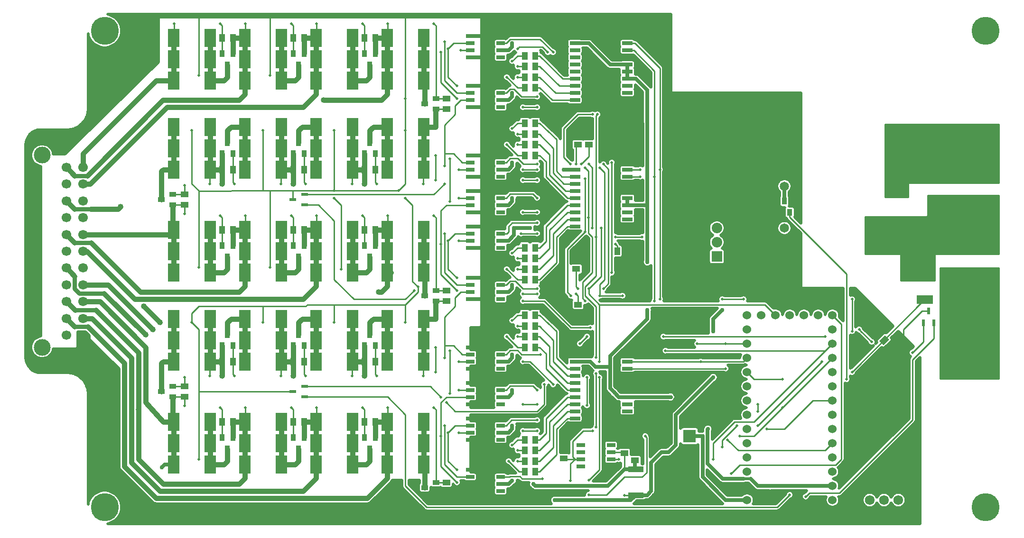
<source format=gbr>
G04 #@! TF.GenerationSoftware,KiCad,Pcbnew,(5.1.5)-3*
G04 #@! TF.CreationDate,2020-06-17T20:43:19-07:00*
G04 #@! TF.ProjectId,BMS Board,424d5320-426f-4617-9264-2e6b69636164,rev?*
G04 #@! TF.SameCoordinates,Original*
G04 #@! TF.FileFunction,Copper,L2,Bot*
G04 #@! TF.FilePolarity,Positive*
%FSLAX46Y46*%
G04 Gerber Fmt 4.6, Leading zero omitted, Abs format (unit mm)*
G04 Created by KiCad (PCBNEW (5.1.5)-3) date 2020-06-17 20:43:19*
%MOMM*%
%LPD*%
G04 APERTURE LIST*
%ADD10C,1.524000*%
%ADD11R,1.850000X0.650000*%
%ADD12R,1.525000X0.650000*%
%ADD13R,0.600000X1.250000*%
%ADD14R,1.250000X0.600000*%
%ADD15R,1.400000X1.050000*%
%ADD16R,1.050000X1.400000*%
%ADD17C,0.100000*%
%ADD18R,2.000000X3.200000*%
%ADD19R,2.900000X1.500000*%
%ADD20R,6.500000X6.300000*%
%ADD21R,6.150000X5.550000*%
%ADD22R,2.750000X1.000000*%
%ADD23C,1.650000*%
%ADD24C,2.100000*%
%ADD25C,1.875000*%
%ADD26R,1.875000X1.875000*%
%ADD27C,1.725000*%
%ADD28R,1.725000X1.725000*%
%ADD29R,1.470000X1.020000*%
%ADD30R,2.300000X2.300000*%
%ADD31C,5.000000*%
%ADD32R,10.000000X10.000000*%
%ADD33R,0.900000X1.200000*%
%ADD34C,3.000000*%
%ADD35C,1.700000*%
%ADD36R,1.200000X0.900000*%
%ADD37C,0.762000*%
%ADD38C,1.016000*%
%ADD39C,0.508000*%
%ADD40C,0.254000*%
%ADD41C,0.635000*%
%ADD42C,0.889000*%
%ADD43C,0.762000*%
%ADD44C,0.250000*%
%ADD45C,0.508000*%
G04 APERTURE END LIST*
D10*
X264160000Y-392430000D03*
X251460000Y-392430000D03*
X251460000Y-394970000D03*
X251460000Y-397510000D03*
X251460000Y-400050000D03*
X251460000Y-402590000D03*
X251460000Y-405130000D03*
X251460000Y-407670000D03*
X251460000Y-410210000D03*
X251460000Y-412750000D03*
X251460000Y-415290000D03*
X251460000Y-417830000D03*
X251460000Y-420370000D03*
X251460000Y-422910000D03*
X251460000Y-425450000D03*
X266700000Y-392430000D03*
X266700000Y-394970000D03*
X266700000Y-397510000D03*
X266700000Y-400050000D03*
X266700000Y-402590000D03*
X266700000Y-405130000D03*
X266700000Y-407670000D03*
X266700000Y-410210000D03*
X266700000Y-412750000D03*
X266700000Y-415290000D03*
X266700000Y-417830000D03*
X266700000Y-420370000D03*
X266700000Y-422910000D03*
X266700000Y-425450000D03*
X254000000Y-392430000D03*
X256540000Y-392430000D03*
X259080000Y-392430000D03*
X261620000Y-392430000D03*
D11*
X220750000Y-400685000D03*
X220750000Y-401955000D03*
X220750000Y-403225000D03*
X220750000Y-404495000D03*
X220750000Y-405765000D03*
X220750000Y-407035000D03*
X220750000Y-408305000D03*
X220750000Y-409575000D03*
X220750000Y-410845000D03*
X230100000Y-410845000D03*
X230100000Y-409575000D03*
X230100000Y-408305000D03*
X230100000Y-407035000D03*
X230100000Y-405765000D03*
X230100000Y-404495000D03*
X230100000Y-403225000D03*
X230100000Y-401955000D03*
X230100000Y-400685000D03*
X220750000Y-366395000D03*
X220750000Y-367665000D03*
X220750000Y-368935000D03*
X220750000Y-370205000D03*
X220750000Y-371475000D03*
X220750000Y-372745000D03*
X220750000Y-374015000D03*
X220750000Y-375285000D03*
X220750000Y-376555000D03*
X230100000Y-376555000D03*
X230100000Y-375285000D03*
X230100000Y-374015000D03*
X230100000Y-372745000D03*
X230100000Y-371475000D03*
X230100000Y-370205000D03*
X230100000Y-368935000D03*
X230100000Y-367665000D03*
X230100000Y-366395000D03*
X220750000Y-343852500D03*
X220750000Y-345122500D03*
X220750000Y-346392500D03*
X220750000Y-347662500D03*
X220750000Y-348932500D03*
X220750000Y-350202500D03*
X220750000Y-351472500D03*
X220750000Y-352742500D03*
X220750000Y-354012500D03*
X230100000Y-354012500D03*
X230100000Y-352742500D03*
X230100000Y-351472500D03*
X230100000Y-350202500D03*
X230100000Y-348932500D03*
X230100000Y-347662500D03*
X230100000Y-346392500D03*
X230100000Y-345122500D03*
X230100000Y-343852500D03*
D12*
X221760500Y-415607500D03*
X221760500Y-416877500D03*
X221760500Y-418147500D03*
X221760500Y-419417500D03*
X227184500Y-419417500D03*
X227184500Y-418147500D03*
X227184500Y-416877500D03*
X227184500Y-415607500D03*
D13*
X283845000Y-391697500D03*
X282895000Y-393797500D03*
X284795000Y-393797500D03*
D14*
X170400000Y-406082500D03*
X172500000Y-407032500D03*
X172500000Y-405132500D03*
X170400000Y-371792500D03*
X172500000Y-372742500D03*
X172500000Y-370842500D03*
D12*
X207499500Y-423862500D03*
X207499500Y-422592500D03*
X207499500Y-421322500D03*
X207499500Y-420052500D03*
X202075500Y-420052500D03*
X202075500Y-421322500D03*
X202075500Y-422592500D03*
X202075500Y-423862500D03*
X207499500Y-414655000D03*
X207499500Y-413385000D03*
X207499500Y-412115000D03*
X207499500Y-410845000D03*
X202075500Y-410845000D03*
X202075500Y-412115000D03*
X202075500Y-413385000D03*
X202075500Y-414655000D03*
X207499500Y-408305000D03*
X207499500Y-407035000D03*
X207499500Y-405765000D03*
X207499500Y-404495000D03*
X202075500Y-404495000D03*
X202075500Y-405765000D03*
X202075500Y-407035000D03*
X202075500Y-408305000D03*
X207499500Y-401955000D03*
X207499500Y-400685000D03*
X207499500Y-399415000D03*
X207499500Y-398145000D03*
X202075500Y-398145000D03*
X202075500Y-399415000D03*
X202075500Y-400685000D03*
X202075500Y-401955000D03*
X207499500Y-389572500D03*
X207499500Y-388302500D03*
X207499500Y-387032500D03*
X207499500Y-385762500D03*
X202075500Y-385762500D03*
X202075500Y-387032500D03*
X202075500Y-388302500D03*
X202075500Y-389572500D03*
X207499500Y-380365000D03*
X207499500Y-379095000D03*
X207499500Y-377825000D03*
X207499500Y-376555000D03*
X202075500Y-376555000D03*
X202075500Y-377825000D03*
X202075500Y-379095000D03*
X202075500Y-380365000D03*
X207499500Y-374015000D03*
X207499500Y-372745000D03*
X207499500Y-371475000D03*
X207499500Y-370205000D03*
X202075500Y-370205000D03*
X202075500Y-371475000D03*
X202075500Y-372745000D03*
X202075500Y-374015000D03*
X207499500Y-367665000D03*
X207499500Y-366395000D03*
X207499500Y-365125000D03*
X207499500Y-363855000D03*
X202075500Y-363855000D03*
X202075500Y-365125000D03*
X202075500Y-366395000D03*
X202075500Y-367665000D03*
X207499500Y-355282500D03*
X207499500Y-354012500D03*
X207499500Y-352742500D03*
X207499500Y-351472500D03*
X202075500Y-351472500D03*
X202075500Y-352742500D03*
X202075500Y-354012500D03*
X202075500Y-355282500D03*
X207499500Y-346392500D03*
X207499500Y-345122500D03*
X207499500Y-343852500D03*
X207499500Y-342582500D03*
X202075500Y-342582500D03*
X202075500Y-343852500D03*
X202075500Y-345122500D03*
X202075500Y-346392500D03*
D15*
X221297500Y-392427500D03*
X221297500Y-390527500D03*
X220980000Y-382272500D03*
X220980000Y-384172500D03*
X221297500Y-360047500D03*
X221297500Y-361947500D03*
X223202500Y-360047500D03*
X223202500Y-361947500D03*
D16*
X230185000Y-381000000D03*
X228285000Y-381000000D03*
G04 #@! TA.AperFunction,SMDPad,CuDef*
D17*
G36*
X275466955Y-395444505D02*
G01*
X274477005Y-396434455D01*
X273734543Y-395691993D01*
X274724493Y-394702043D01*
X275466955Y-395444505D01*
G37*
G04 #@! TD.AperFunction*
G04 #@! TA.AperFunction,SMDPad,CuDef*
G36*
X276810457Y-396788007D02*
G01*
X275820507Y-397777957D01*
X275078045Y-397035495D01*
X276067995Y-396045545D01*
X276810457Y-396788007D01*
G37*
G04 #@! TD.AperFunction*
D18*
X193750000Y-419100000D03*
X187250000Y-419100000D03*
X193750000Y-415290000D03*
X187250000Y-415290000D03*
X193750000Y-411480000D03*
X187250000Y-411480000D03*
X181050000Y-419100000D03*
X174550000Y-419100000D03*
X181050000Y-415290000D03*
X174550000Y-415290000D03*
X181050000Y-411480000D03*
X174550000Y-411480000D03*
X168350000Y-419100000D03*
X161850000Y-419100000D03*
X168350000Y-415290000D03*
X161850000Y-415290000D03*
X168350000Y-411480000D03*
X161850000Y-411480000D03*
X155650000Y-419100000D03*
X149150000Y-419100000D03*
X155650000Y-415290000D03*
X149150000Y-415290000D03*
X155650000Y-411480000D03*
X149150000Y-411480000D03*
X149150000Y-400685000D03*
X155650000Y-400685000D03*
X149150000Y-396875000D03*
X155650000Y-396875000D03*
X149150000Y-393065000D03*
X155650000Y-393065000D03*
X161850000Y-393065000D03*
X168350000Y-393065000D03*
X161850000Y-396875000D03*
X168350000Y-396875000D03*
X161850000Y-400685000D03*
X168350000Y-400685000D03*
X174550000Y-400685000D03*
X181050000Y-400685000D03*
X174550000Y-396875000D03*
X181050000Y-396875000D03*
X174550000Y-393065000D03*
X181050000Y-393065000D03*
X187250000Y-400685000D03*
X193750000Y-400685000D03*
X187250000Y-396875000D03*
X193750000Y-396875000D03*
X187250000Y-393065000D03*
X193750000Y-393065000D03*
X193750000Y-384810000D03*
X187250000Y-384810000D03*
X193750000Y-381000000D03*
X187250000Y-381000000D03*
X193750000Y-377190000D03*
X187250000Y-377190000D03*
X181050000Y-384810000D03*
X174550000Y-384810000D03*
X181050000Y-381000000D03*
X174550000Y-381000000D03*
X181050000Y-377190000D03*
X174550000Y-377190000D03*
X168350000Y-384810000D03*
X161850000Y-384810000D03*
X168350000Y-381000000D03*
X161850000Y-381000000D03*
X168350000Y-377190000D03*
X161850000Y-377190000D03*
X155650000Y-384810000D03*
X149150000Y-384810000D03*
X155650000Y-381000000D03*
X149150000Y-381000000D03*
X155650000Y-377190000D03*
X149150000Y-377190000D03*
X149150000Y-366395000D03*
X155650000Y-366395000D03*
X149150000Y-362585000D03*
X155650000Y-362585000D03*
X149150000Y-358775000D03*
X155650000Y-358775000D03*
X161850000Y-366395000D03*
X168350000Y-366395000D03*
X161850000Y-362585000D03*
X168350000Y-362585000D03*
X161850000Y-358775000D03*
X168350000Y-358775000D03*
X174550000Y-366395000D03*
X181050000Y-366395000D03*
X174550000Y-362585000D03*
X181050000Y-362585000D03*
X174550000Y-358775000D03*
X181050000Y-358775000D03*
X187250000Y-366395000D03*
X193750000Y-366395000D03*
X187250000Y-362585000D03*
X193750000Y-362585000D03*
X187250000Y-358775000D03*
X193750000Y-358775000D03*
X193750000Y-350520000D03*
X187250000Y-350520000D03*
X193750000Y-346710000D03*
X187250000Y-346710000D03*
X193750000Y-342900000D03*
X187250000Y-342900000D03*
X181050000Y-350520000D03*
X174550000Y-350520000D03*
X181050000Y-346710000D03*
X174550000Y-346710000D03*
X181050000Y-342900000D03*
X174550000Y-342900000D03*
X168350000Y-350520000D03*
X161850000Y-350520000D03*
X168350000Y-346710000D03*
X161850000Y-346710000D03*
X168350000Y-342900000D03*
X161850000Y-342900000D03*
X155650000Y-350520000D03*
X149150000Y-350520000D03*
X155650000Y-346710000D03*
X149150000Y-346710000D03*
X155650000Y-342900000D03*
X149150000Y-342900000D03*
D15*
X197802500Y-424177500D03*
X197802500Y-422277500D03*
D16*
X185100000Y-411480000D03*
X183200000Y-411480000D03*
X172400000Y-411480000D03*
X170500000Y-411480000D03*
X159700000Y-411480000D03*
X157800000Y-411480000D03*
D15*
X151130000Y-407032500D03*
X151130000Y-405132500D03*
D16*
X157800000Y-400685000D03*
X159700000Y-400685000D03*
X170500000Y-400685000D03*
X172400000Y-400685000D03*
X183200000Y-400685000D03*
X185100000Y-400685000D03*
D15*
X197802500Y-389887500D03*
X197802500Y-387987500D03*
D16*
X185100000Y-377190000D03*
X183200000Y-377190000D03*
X172400000Y-377190000D03*
X170500000Y-377190000D03*
X159700000Y-377190000D03*
X157800000Y-377190000D03*
D15*
X151130000Y-372742500D03*
X151130000Y-370842500D03*
D16*
X157800000Y-366395000D03*
X159700000Y-366395000D03*
X170500000Y-366395000D03*
X172400000Y-366395000D03*
X183200000Y-366395000D03*
X185100000Y-366395000D03*
D15*
X197802500Y-355597500D03*
X197802500Y-353697500D03*
D16*
X185100000Y-342900000D03*
X183200000Y-342900000D03*
X172400000Y-342900000D03*
X170500000Y-342900000D03*
X159700000Y-342900000D03*
X157800000Y-342900000D03*
X211775000Y-420370000D03*
X213675000Y-420370000D03*
X211775000Y-418465000D03*
X213675000Y-418465000D03*
X211775000Y-416560000D03*
X213675000Y-416560000D03*
X211775000Y-414655000D03*
X213675000Y-414655000D03*
X211775000Y-398145000D03*
X213675000Y-398145000D03*
X211775000Y-396240000D03*
X213675000Y-396240000D03*
X211775000Y-394335000D03*
X213675000Y-394335000D03*
X211775000Y-392430000D03*
X213675000Y-392430000D03*
X211775000Y-386080000D03*
X213675000Y-386080000D03*
X211775000Y-384175000D03*
X213675000Y-384175000D03*
X211775000Y-382270000D03*
X213675000Y-382270000D03*
X211775000Y-380365000D03*
X213675000Y-380365000D03*
X211775000Y-363855000D03*
X213675000Y-363855000D03*
X211775000Y-361950000D03*
X213675000Y-361950000D03*
X211775000Y-360045000D03*
X213675000Y-360045000D03*
X211775000Y-358140000D03*
X213675000Y-358140000D03*
X211775000Y-351790000D03*
X213675000Y-351790000D03*
X211775000Y-349885000D03*
X213675000Y-349885000D03*
X211775000Y-347980000D03*
X213675000Y-347980000D03*
X211775000Y-346075000D03*
X213675000Y-346075000D03*
D19*
X283182500Y-385064000D03*
D20*
X289682500Y-387350000D03*
D19*
X283182500Y-389636000D03*
D21*
X238300000Y-422275000D03*
D22*
X231600000Y-419985000D03*
X231600000Y-424565000D03*
D23*
X258127500Y-369372500D03*
D24*
X278127500Y-369372500D03*
X274627500Y-376872500D03*
D23*
X258127500Y-376872500D03*
D25*
X246062500Y-376872500D03*
X246062500Y-379412500D03*
D26*
X246062500Y-381952500D03*
D27*
X278447500Y-425450000D03*
X273367500Y-425450000D03*
X275907500Y-425450000D03*
D28*
X270827500Y-425450000D03*
D29*
X218757500Y-416385000D03*
X218757500Y-418005000D03*
X229552500Y-415432500D03*
X229552500Y-417052500D03*
D30*
X236310000Y-414020000D03*
X241210000Y-414020000D03*
D29*
X231457500Y-416702500D03*
X231457500Y-418322500D03*
D31*
X294005000Y-341630000D03*
X136842500Y-426720000D03*
X294005000Y-426720000D03*
X136842500Y-341630000D03*
D32*
X291147500Y-376237500D03*
X291147500Y-363537500D03*
X291147500Y-398462500D03*
D33*
X258127500Y-372062500D03*
X257177500Y-374062500D03*
X259077500Y-374062500D03*
D34*
X125680000Y-398150000D03*
X125680000Y-363850000D03*
D35*
X130000000Y-396000000D03*
X133000000Y-396000000D03*
X130000000Y-393000000D03*
X133000000Y-393000000D03*
X130000000Y-390000000D03*
X133000000Y-390000000D03*
X130000000Y-387000000D03*
X133000000Y-387000000D03*
X130000000Y-384000000D03*
X133000000Y-384000000D03*
X130000000Y-381000000D03*
X133000000Y-381000000D03*
X130000000Y-378000000D03*
X133000000Y-378000000D03*
X130000000Y-375000000D03*
X133000000Y-375000000D03*
X130000000Y-372000000D03*
X133000000Y-372000000D03*
X130000000Y-369000000D03*
X133000000Y-369000000D03*
X130000000Y-366000000D03*
X133000000Y-366000000D03*
D36*
X193945000Y-423227500D03*
X195945000Y-424177500D03*
X195945000Y-422277500D03*
D33*
X184150000Y-416290000D03*
X185100000Y-414290000D03*
X183200000Y-414290000D03*
X171450000Y-416290000D03*
X172400000Y-414290000D03*
X170500000Y-414290000D03*
X158750000Y-416290000D03*
X159700000Y-414290000D03*
X157800000Y-414290000D03*
D36*
X146955000Y-406082500D03*
X148955000Y-407032500D03*
X148955000Y-405132500D03*
D33*
X158750000Y-395875000D03*
X157800000Y-397875000D03*
X159700000Y-397875000D03*
X171450000Y-395875000D03*
X170500000Y-397875000D03*
X172400000Y-397875000D03*
X184150000Y-395875000D03*
X183200000Y-397875000D03*
X185100000Y-397875000D03*
D36*
X193945000Y-388937500D03*
X195945000Y-389887500D03*
X195945000Y-387987500D03*
D33*
X184150000Y-382000000D03*
X185100000Y-380000000D03*
X183200000Y-380000000D03*
X171450000Y-382000000D03*
X172400000Y-380000000D03*
X170500000Y-380000000D03*
X158750000Y-382000000D03*
X159700000Y-380000000D03*
X157800000Y-380000000D03*
D36*
X146955000Y-371792500D03*
X148955000Y-372742500D03*
X148955000Y-370842500D03*
D33*
X158750000Y-361585000D03*
X157800000Y-363585000D03*
X159700000Y-363585000D03*
X171450000Y-361585000D03*
X170500000Y-363585000D03*
X172400000Y-363585000D03*
X184150000Y-361585000D03*
X183200000Y-363585000D03*
X185100000Y-363585000D03*
D36*
X193945000Y-354647500D03*
X195945000Y-355597500D03*
X195945000Y-353697500D03*
D33*
X184150000Y-347710000D03*
X185100000Y-345710000D03*
X183200000Y-345710000D03*
X171450000Y-347710000D03*
X172400000Y-345710000D03*
X170500000Y-345710000D03*
X158750000Y-347710000D03*
X159700000Y-345710000D03*
X157800000Y-345710000D03*
D37*
X215900000Y-371792500D03*
X216535000Y-386397500D03*
X213995000Y-378777500D03*
X209550000Y-391795000D03*
X214312500Y-390842500D03*
X211455000Y-402272500D03*
X213995000Y-403542500D03*
X211455000Y-367347500D03*
X213995000Y-367347500D03*
X213995000Y-356552500D03*
X211455000Y-356552500D03*
D38*
X198437500Y-425767500D03*
X198437500Y-427672500D03*
D39*
X166370000Y-383857500D03*
X179070000Y-384175000D03*
X192722500Y-387350000D03*
X190500000Y-393700000D03*
X177800000Y-393700000D03*
X165100000Y-393700000D03*
X152400000Y-393700000D03*
X190500000Y-359410000D03*
X177800000Y-359410000D03*
X165100000Y-359410000D03*
X152400000Y-359410000D03*
X190500000Y-353695000D03*
X166370000Y-349567500D03*
X153670000Y-349567500D03*
X153670000Y-383857500D03*
X190500000Y-371475000D03*
X189255399Y-370179601D03*
X177800000Y-370179601D03*
X177800000Y-371475000D03*
X153670000Y-418147500D03*
X204787500Y-342582500D03*
X204787500Y-346392500D03*
X204787500Y-351472500D03*
X204787500Y-355282500D03*
X204787500Y-363855000D03*
X204787500Y-367665000D03*
X204787500Y-370205000D03*
X204787500Y-374015000D03*
X204787500Y-376555000D03*
X204787500Y-380365000D03*
X204787500Y-385762500D03*
X204787500Y-389572500D03*
X204787500Y-398145000D03*
X204787500Y-401955000D03*
X204787500Y-404495000D03*
X204787500Y-408305000D03*
X204787500Y-410845000D03*
X204787500Y-414655000D03*
X204787500Y-420052500D03*
X204787500Y-423862500D03*
X220980000Y-412432500D03*
X231457500Y-415290000D03*
X217170000Y-407035000D03*
X227330000Y-410845000D03*
X226377500Y-409892500D03*
X227330000Y-408940000D03*
X226377500Y-407987500D03*
X228282500Y-404812500D03*
X228282500Y-403225000D03*
X235585000Y-425767500D03*
X239395000Y-425767500D03*
X243205000Y-425767500D03*
X237172500Y-408622500D03*
X235585000Y-410845000D03*
X237172500Y-405447500D03*
X235585000Y-405447500D03*
X234315000Y-404177500D03*
X238125000Y-418782500D03*
X238760000Y-416877500D03*
X240347500Y-416877500D03*
X241935000Y-416877500D03*
X222885000Y-383222500D03*
X219710000Y-360997500D03*
X211772500Y-369252500D03*
D37*
X211455000Y-378777500D03*
D39*
X232092500Y-375920000D03*
X232410000Y-377190000D03*
X236855000Y-377190000D03*
X236855000Y-375920000D03*
X231775000Y-389255000D03*
X232092500Y-384810000D03*
X229552500Y-387032500D03*
X236537500Y-392747500D03*
D37*
X240030000Y-389255000D03*
X240030000Y-391795000D03*
D39*
X274637500Y-405765000D03*
X274637500Y-403860000D03*
X276225000Y-393700000D03*
X279400000Y-396875000D03*
X271462500Y-396875000D03*
X271462500Y-400050000D03*
D37*
X242887500Y-385762500D03*
X250825000Y-384175000D03*
D39*
X245745000Y-413702500D03*
X228600000Y-418147500D03*
X197802500Y-407987500D03*
D37*
X243522500Y-414020000D03*
D39*
X223202500Y-424497500D03*
X233286750Y-414020000D03*
X222575000Y-389882500D03*
X222567500Y-366077500D03*
X196850000Y-407035000D03*
X215265000Y-404812500D03*
X221615000Y-397510000D03*
X222885000Y-396240000D03*
X197485000Y-368935000D03*
X211455000Y-368300000D03*
X223148501Y-375021499D03*
X213995000Y-368300000D03*
X261937500Y-424815000D03*
X199707500Y-351472500D03*
X198120000Y-344805000D03*
X161925000Y-340360000D03*
X157480000Y-340360000D03*
X200342500Y-345122500D03*
X174625000Y-340360000D03*
X170180000Y-340360000D03*
X197485000Y-343535000D03*
X187325000Y-340360000D03*
D38*
X175895000Y-354012500D03*
D39*
X182880000Y-340360000D03*
X193675000Y-368935000D03*
D38*
X195897500Y-358775000D03*
D39*
X197485000Y-365760000D03*
X195580000Y-340360000D03*
X180975000Y-368935000D03*
D38*
X139700000Y-373062500D03*
D39*
X200025000Y-366395000D03*
D38*
X183197500Y-368935000D03*
D39*
X185420000Y-368935000D03*
X168275000Y-368935000D03*
X198437500Y-372110000D03*
X198437500Y-364490000D03*
D38*
X170497500Y-368935000D03*
D39*
X172720000Y-368935000D03*
X155575000Y-368935000D03*
X195897500Y-363855000D03*
X195897500Y-368300000D03*
X200025000Y-371475000D03*
D38*
X157797500Y-368935000D03*
D39*
X160020000Y-368935000D03*
X151130000Y-374332500D03*
X196850000Y-379730000D03*
X199707500Y-387985000D03*
X151130000Y-369252500D03*
X161925000Y-374650000D03*
X198120000Y-379095000D03*
X199707500Y-385762500D03*
X157480000Y-374650000D03*
X174625000Y-374650000D03*
X200025000Y-379095000D03*
X170180000Y-374650000D03*
X187325000Y-374650000D03*
D38*
X185737500Y-388302500D03*
D39*
X197485000Y-377825000D03*
X182880000Y-374650000D03*
X193675000Y-403225000D03*
D38*
X195897500Y-393065000D03*
D39*
X197485000Y-400050000D03*
X195580000Y-374650000D03*
X200025000Y-400685000D03*
X180975000Y-403225000D03*
D38*
X144145000Y-395922500D03*
X183197500Y-403225000D03*
D39*
X185420000Y-403225000D03*
X198437500Y-406400000D03*
X168275000Y-403225000D03*
X198437500Y-398780000D03*
D38*
X145415000Y-394970000D03*
X170497500Y-403225000D03*
D39*
X172720000Y-403225000D03*
X200025000Y-405765000D03*
X155575000Y-403225000D03*
X195897500Y-398145000D03*
X195897500Y-402590000D03*
D38*
X146685000Y-393700000D03*
X143827500Y-390842500D03*
X157797500Y-403225000D03*
D39*
X160020000Y-403225000D03*
X229552500Y-424565000D03*
X151130000Y-408622500D03*
X196850000Y-414020000D03*
X199707500Y-422275000D03*
D37*
X147002500Y-419612500D03*
X217170000Y-425450000D03*
X237172516Y-416877500D03*
X245427500Y-403542500D03*
X245427500Y-395287500D03*
X247015000Y-391477500D03*
D39*
X151130000Y-403542500D03*
X157480000Y-408940000D03*
X200025000Y-413385000D03*
X174625000Y-408940000D03*
X170180000Y-408940000D03*
X197485000Y-412115000D03*
X187325000Y-408940000D03*
X182880000Y-408940000D03*
X195580000Y-408940000D03*
X248602514Y-420687500D03*
X225175000Y-366077500D03*
X225175000Y-388937500D03*
X253365000Y-412115000D03*
X229235000Y-388937500D03*
X265430000Y-396240000D03*
X236537500Y-396240000D03*
X264795000Y-400685000D03*
X225825000Y-387667500D03*
X225825000Y-365442500D03*
X236896250Y-398738750D03*
X245427500Y-418147500D03*
X250190000Y-414020000D03*
X227330000Y-365125000D03*
X227330000Y-384810000D03*
X257810000Y-408940000D03*
X259080000Y-424497500D03*
X192087500Y-387985000D03*
X211455000Y-389890000D03*
X223520000Y-394652500D03*
X247967503Y-414655003D03*
D37*
X244475000Y-412750000D03*
X218757500Y-366395000D03*
X227776250Y-406271250D03*
X233680000Y-382905000D03*
X255587500Y-422910000D03*
D39*
X253365000Y-409575000D03*
X253365000Y-408305000D03*
D37*
X233680000Y-357822482D03*
X237807500Y-407035000D03*
X233680000Y-391477488D03*
D39*
X224790000Y-356552500D03*
X224525000Y-412432500D03*
X224525000Y-399997500D03*
X224525000Y-402855000D03*
X227965000Y-378460000D03*
X232727500Y-378460000D03*
X224536009Y-378460000D03*
X223225000Y-421935000D03*
X223202500Y-387667500D03*
X223202500Y-365442500D03*
X223837500Y-376872500D03*
X225107500Y-400685000D03*
X225107500Y-403542500D03*
X225425000Y-376872500D03*
X149225000Y-340360000D03*
X196850000Y-345440000D03*
X199707500Y-353695000D03*
X209550000Y-347027500D03*
X210502500Y-347980000D03*
X210502500Y-349885000D03*
X208597500Y-349885000D03*
X209550000Y-359092500D03*
X210502500Y-360045000D03*
X210502500Y-361950000D03*
X208597500Y-361950000D03*
X209550000Y-381317500D03*
X210502500Y-382270000D03*
X210502500Y-384175000D03*
X208597500Y-384175000D03*
X209550000Y-393382500D03*
X210502500Y-394335000D03*
X210502500Y-396240000D03*
X208597500Y-396240000D03*
X209550000Y-415607500D03*
X210502500Y-416560000D03*
X210502500Y-418465000D03*
X208915000Y-418465000D03*
X227965000Y-379730000D03*
X221839882Y-365442500D03*
X220980000Y-365442500D03*
X221297500Y-387667500D03*
X220980000Y-388620000D03*
X211455000Y-355282500D03*
X213995000Y-355282500D03*
X216852500Y-345440000D03*
X210502500Y-344805000D03*
X215900000Y-345440000D03*
X213995000Y-353377500D03*
X213995000Y-365442500D03*
X211455000Y-366395000D03*
X213995000Y-366395000D03*
X211455000Y-374015000D03*
X213995000Y-374015000D03*
X213995000Y-371475000D03*
X211455000Y-388620000D03*
X213995000Y-388620000D03*
X213995000Y-375920000D03*
X213995000Y-377825000D03*
X211137500Y-377825000D03*
X213995000Y-387667500D03*
X214630000Y-399415000D03*
X211455000Y-400685000D03*
X216852500Y-404812500D03*
X211455000Y-408305000D03*
X213995000Y-408305000D03*
X213995000Y-405765000D03*
X213995000Y-411162500D03*
X211455000Y-413067500D03*
X213995000Y-413067500D03*
X214947500Y-421640000D03*
D37*
X209550000Y-352742500D03*
X209550000Y-365125000D03*
X209550000Y-371475000D03*
X209550000Y-387032500D03*
X209550000Y-399415000D03*
X209550000Y-412115000D03*
X209550000Y-405765000D03*
X209550000Y-343852500D03*
X209867500Y-376872500D03*
X209559510Y-421947990D03*
X213360000Y-422592500D03*
X212725000Y-376872500D03*
D39*
X232410000Y-367665000D03*
X234950000Y-389890000D03*
X242570000Y-397510000D03*
X247650000Y-397510000D03*
X234950000Y-367665000D03*
X247650000Y-401955000D03*
X232410000Y-366395000D03*
X235902500Y-389572500D03*
X243205000Y-400685000D03*
X235902500Y-366395000D03*
X199707500Y-420052500D03*
X198120000Y-413385000D03*
X161925000Y-408940000D03*
D38*
X142875000Y-409257500D03*
D39*
X247015000Y-415925000D03*
X249647618Y-412115000D03*
X254952500Y-412750000D03*
X280987500Y-399097500D03*
X273685000Y-397192500D03*
X271462486Y-394970000D03*
X219975000Y-421957500D03*
X223875000Y-413067500D03*
X219975000Y-365442500D03*
X222567500Y-377507500D03*
X223875000Y-356552500D03*
X222541250Y-368008750D03*
X220027500Y-388937498D03*
X222885000Y-408547500D03*
X222885000Y-403542500D03*
X286702500Y-365760000D03*
X288925000Y-365760000D03*
X291147500Y-365760000D03*
X293370000Y-365760000D03*
X293370000Y-359092500D03*
X293370000Y-361315000D03*
X293370000Y-363537500D03*
X295592500Y-365760000D03*
X293370000Y-367982500D03*
X288925000Y-367982500D03*
X295592500Y-361315000D03*
X291147500Y-361315000D03*
X288925000Y-359092500D03*
X288925000Y-361315000D03*
X288925000Y-363537500D03*
X286702500Y-361315000D03*
X291147500Y-363537500D03*
X295592500Y-363537500D03*
X286702500Y-363537500D03*
X291147500Y-359092500D03*
X291147500Y-367982500D03*
X286702500Y-367982500D03*
X295592500Y-367982500D03*
X295592500Y-359092500D03*
X286702500Y-359092500D03*
X293370000Y-376237500D03*
X288925000Y-378460000D03*
X286702500Y-378460000D03*
X291147500Y-376237500D03*
X293370000Y-374015000D03*
X295592500Y-371792500D03*
X295592500Y-374015000D03*
X288925000Y-380682500D03*
X293370000Y-371792500D03*
X295592500Y-380682500D03*
X286702500Y-374015000D03*
X286702500Y-371792500D03*
X288925000Y-374015000D03*
X293370000Y-380682500D03*
X288925000Y-376237500D03*
X286702500Y-380682500D03*
X293370000Y-378460000D03*
X295592500Y-378460000D03*
X291147500Y-378460000D03*
X291147500Y-380682500D03*
X291147500Y-371792500D03*
X288925000Y-371792500D03*
X286702500Y-376237500D03*
X291147500Y-374015000D03*
X295592500Y-376237500D03*
X269240000Y-403860000D03*
X257810000Y-403860000D03*
X270192500Y-402590016D03*
X270192500Y-395287500D03*
X270192500Y-389572500D03*
X250825000Y-389572500D03*
X247015000Y-389572500D03*
D40*
X152400000Y-392112500D02*
X152400000Y-393340790D01*
X172994341Y-390525000D02*
X172676841Y-390842500D01*
X152400000Y-393340790D02*
X152400000Y-393700000D01*
X153670000Y-390842500D02*
X152400000Y-392112500D01*
X172676841Y-390842500D02*
X153670000Y-390842500D01*
X190500000Y-353695000D02*
X190500000Y-353695000D01*
X190500000Y-356235000D02*
X190500000Y-353695000D01*
X190500000Y-359410000D02*
X190500000Y-356235000D01*
X165100000Y-359769210D02*
X165100000Y-359410000D01*
X165100000Y-370179601D02*
X165100000Y-359769210D01*
X152400000Y-359410000D02*
X152400000Y-368935000D01*
X152400000Y-368935000D02*
X153644601Y-370179601D01*
X177800000Y-359410000D02*
X177800000Y-370179601D01*
X190500000Y-359410000D02*
X190500000Y-368935000D01*
X190500000Y-368935000D02*
X189255399Y-370179601D01*
X170400000Y-371792500D02*
X170400000Y-371238500D01*
X192722500Y-387350000D02*
X191770000Y-386397500D01*
X191770000Y-372745000D02*
X190500000Y-371475000D01*
X191770000Y-386397500D02*
X191770000Y-372745000D01*
X190500000Y-371475000D02*
X190500000Y-371475000D01*
X189255399Y-370179601D02*
X189255399Y-370179601D01*
X177800000Y-370179601D02*
X177800000Y-370179601D01*
X179070000Y-372745000D02*
X179070000Y-384175000D01*
X177800000Y-371475000D02*
X179070000Y-372745000D01*
X166389220Y-370185780D02*
X166370000Y-370205000D01*
X166370000Y-370205000D02*
X166370000Y-383857500D01*
X166389220Y-370185780D02*
X165100000Y-370179601D01*
X166370000Y-370179601D02*
X189255399Y-370179601D01*
X170472101Y-370179601D02*
X166370000Y-370179601D01*
X170472101Y-370179601D02*
X170400000Y-370251702D01*
X177800000Y-370179601D02*
X170472101Y-370179601D01*
X170400000Y-370251702D02*
X170400000Y-371792500D01*
X153670000Y-383857500D02*
X153670000Y-370205000D01*
X153644601Y-370179601D02*
X153670000Y-370205000D01*
X153670000Y-370205000D02*
X165100000Y-370179601D01*
X189230000Y-390525000D02*
X190407382Y-390525000D01*
X190500000Y-390525000D02*
X189230000Y-390525000D01*
X190500000Y-393700000D02*
X190500000Y-390525000D01*
X192722500Y-387709210D02*
X192722500Y-387350000D01*
X190500000Y-390525000D02*
X192722500Y-388302500D01*
X192722500Y-388302500D02*
X192722500Y-387709210D01*
X177800000Y-393700000D02*
X177800000Y-390525000D01*
X189230000Y-390525000D02*
X177800000Y-390525000D01*
X177800000Y-390525000D02*
X172994341Y-390525000D01*
X165100000Y-393700000D02*
X165100000Y-390842500D01*
X153670000Y-394970000D02*
X152400000Y-393700000D01*
X170400000Y-406082500D02*
X153670000Y-406082500D01*
X153670000Y-418147500D02*
X153670000Y-406082500D01*
X153670000Y-406082500D02*
X153670000Y-394970000D01*
X190500000Y-353695000D02*
X190500000Y-339090000D01*
X166370000Y-349567500D02*
X166370000Y-339090000D01*
X153670000Y-349567500D02*
X153670000Y-339090000D01*
D41*
X202075500Y-342582500D02*
X204787500Y-342582500D01*
X202075500Y-346392500D02*
X204787500Y-346392500D01*
X202075500Y-351472500D02*
X204787500Y-351472500D01*
X202075500Y-355282500D02*
X204787500Y-355282500D01*
X202075500Y-363855000D02*
X204787500Y-363855000D01*
X202075500Y-367665000D02*
X204787500Y-367665000D01*
X202075500Y-370205000D02*
X204787500Y-370205000D01*
X202075500Y-374015000D02*
X204787500Y-374015000D01*
X202075500Y-376555000D02*
X204787500Y-376555000D01*
X202075500Y-380365000D02*
X204787500Y-380365000D01*
X202075500Y-385762500D02*
X204787500Y-385762500D01*
X202075500Y-389572500D02*
X204787500Y-389572500D01*
D40*
X281402500Y-392967500D02*
X279400000Y-394970000D01*
X279400000Y-394970000D02*
X279400000Y-396515790D01*
X279400000Y-396515790D02*
X279400000Y-396875000D01*
X282672500Y-391697500D02*
X281402500Y-392967500D01*
X283845000Y-391697500D02*
X282672500Y-391697500D01*
X227184500Y-418147500D02*
X228600000Y-418147500D01*
X228600000Y-418147500D02*
X228600000Y-418147500D01*
D41*
X241210000Y-414020000D02*
X243522500Y-414020000D01*
X243522500Y-414020000D02*
X243522500Y-414020000D01*
D40*
X223202500Y-424497500D02*
X226377500Y-424497500D01*
X226377500Y-424497500D02*
X229552500Y-421322500D01*
X232726102Y-421322500D02*
X229552500Y-421322500D01*
X233540749Y-414273999D02*
X233540749Y-420507853D01*
X233540749Y-420507853D02*
X232726102Y-421322500D01*
X233286750Y-414020000D02*
X233540749Y-414273999D01*
X222567500Y-366077500D02*
X223148501Y-366658501D01*
D41*
X247650000Y-425450000D02*
X251460000Y-425450000D01*
X243522500Y-414020000D02*
X243522500Y-421322500D01*
X243522500Y-421322500D02*
X247650000Y-425450000D01*
D40*
X223148501Y-374068999D02*
X223148501Y-366658501D01*
X172500000Y-405132500D02*
X194947500Y-405132500D01*
X194947500Y-405132500D02*
X196850000Y-407035000D01*
X196850000Y-407035000D02*
X196850000Y-407035000D01*
X215265000Y-404812500D02*
X215265000Y-404812500D01*
X215265000Y-408305000D02*
X215265000Y-404812500D01*
X197802500Y-407987500D02*
X199390000Y-409575000D01*
X213995000Y-409575000D02*
X215265000Y-408305000D01*
X199390000Y-409575000D02*
X213995000Y-409575000D01*
X221615000Y-397510000D02*
X222885000Y-396240000D01*
X172500000Y-370842500D02*
X195577500Y-370842500D01*
X195577500Y-370842500D02*
X197485000Y-368935000D01*
X197485000Y-368935000D02*
X197485000Y-368935000D01*
X223148501Y-375021499D02*
X223148501Y-374068999D01*
X213995000Y-368300000D02*
X211455000Y-368300000D01*
X223202500Y-377825000D02*
X223148501Y-377786381D01*
X222575000Y-389882500D02*
X222113490Y-389420990D01*
X223837500Y-378460000D02*
X223202500Y-377825000D01*
X223148501Y-377786381D02*
X223148501Y-375021499D01*
X222113490Y-389420990D02*
X222113490Y-386534010D01*
X222113490Y-386534010D02*
X223837500Y-384810000D01*
X223837500Y-384810000D02*
X223837500Y-378460000D01*
X262572500Y-424180000D02*
X262191499Y-424561001D01*
X262191499Y-424561001D02*
X261937500Y-424815000D01*
X280987500Y-411162500D02*
X267970000Y-424180000D01*
X280987500Y-400367500D02*
X280987500Y-411162500D01*
X267970000Y-424180000D02*
X262572500Y-424180000D01*
X284795000Y-396560000D02*
X280987500Y-400367500D01*
X284795000Y-393797500D02*
X284795000Y-396560000D01*
X202075500Y-343852500D02*
X199072500Y-343852500D01*
X199072500Y-343852500D02*
X198120000Y-344805000D01*
X198120000Y-349885000D02*
X198120000Y-344805000D01*
X199707500Y-351472500D02*
X198120000Y-349885000D01*
D42*
X161850000Y-342900000D02*
X161850000Y-350520000D01*
X161850000Y-350520000D02*
X161925000Y-350520000D01*
X159961000Y-342900000D02*
X161850000Y-342900000D01*
X159700000Y-345710000D02*
X159700000Y-343161000D01*
X159700000Y-343161000D02*
X159961000Y-342900000D01*
X161850000Y-353009000D02*
X160846500Y-354012500D01*
X161850000Y-350520000D02*
X161850000Y-353009000D01*
X160846500Y-354012500D02*
X147834362Y-354012500D01*
D40*
X161925000Y-340360000D02*
X161925000Y-342825000D01*
X161925000Y-342825000D02*
X161850000Y-342900000D01*
D42*
X131494501Y-367494501D02*
X130849999Y-366849999D01*
D43*
X133717361Y-367494501D02*
X131494501Y-367494501D01*
D42*
X147834362Y-354012500D02*
X147199362Y-354012500D01*
X147199362Y-354012500D02*
X133717361Y-367494501D01*
X130849999Y-366849999D02*
X130000000Y-366000000D01*
D40*
X157480000Y-340360000D02*
X157480000Y-340360000D01*
X157800000Y-340680000D02*
X157480000Y-340360000D01*
X157800000Y-345710000D02*
X157800000Y-340680000D01*
X157480000Y-340360000D02*
X157480000Y-340360000D01*
X200342500Y-345122500D02*
X200342500Y-345122500D01*
X202075500Y-345122500D02*
X200342500Y-345122500D01*
D42*
X174550000Y-342900000D02*
X174550000Y-350520000D01*
X174550000Y-350520000D02*
X174625000Y-350520000D01*
X172400000Y-345710000D02*
X172400000Y-343161000D01*
X172661000Y-342900000D02*
X174550000Y-342900000D01*
X172400000Y-343161000D02*
X172661000Y-342900000D01*
X172276500Y-355282500D02*
X174550000Y-353009000D01*
X148554581Y-355282500D02*
X172276500Y-355282500D01*
X174550000Y-353009000D02*
X174550000Y-350520000D01*
D40*
X174625000Y-340360000D02*
X174625000Y-342825000D01*
X174625000Y-342825000D02*
X174550000Y-342900000D01*
D42*
X148554581Y-355282500D02*
X147955000Y-355282500D01*
X147955000Y-355282500D02*
X134237500Y-369000000D01*
X134237500Y-369000000D02*
X133000000Y-369000000D01*
D40*
X170500000Y-340680000D02*
X170180000Y-340360000D01*
X170500000Y-345710000D02*
X170500000Y-340680000D01*
X170180000Y-340360000D02*
X170180000Y-340360000D01*
X197485000Y-343535000D02*
X197485000Y-350520000D01*
X199707500Y-352742500D02*
X197485000Y-350520000D01*
X202075500Y-352742500D02*
X199707500Y-352742500D01*
D42*
X187250000Y-342900000D02*
X187250000Y-350520000D01*
X187250000Y-350520000D02*
X187325000Y-350520000D01*
X185361000Y-342900000D02*
X187250000Y-342900000D01*
X185100000Y-345710000D02*
X185100000Y-343161000D01*
X185100000Y-343161000D02*
X185361000Y-342900000D01*
D40*
X187325000Y-340360000D02*
X187325000Y-342825000D01*
X187325000Y-342825000D02*
X187250000Y-342900000D01*
D42*
X175895000Y-354012500D02*
X186246500Y-354012500D01*
X186246500Y-354012500D02*
X187250000Y-353009000D01*
X187250000Y-353009000D02*
X187250000Y-350520000D01*
D40*
X183200000Y-340680000D02*
X182880000Y-340360000D01*
X183200000Y-345710000D02*
X183200000Y-340680000D01*
X182880000Y-340360000D02*
X182880000Y-340360000D01*
D42*
X193750000Y-358775000D02*
X193750000Y-366395000D01*
X193750000Y-366395000D02*
X193675000Y-366395000D01*
D40*
X193675000Y-368935000D02*
X193675000Y-366470000D01*
X193675000Y-366470000D02*
X193750000Y-366395000D01*
D42*
X193750000Y-358775000D02*
X195897500Y-358775000D01*
X195897500Y-358775000D02*
X195897500Y-358775000D01*
X195897500Y-358775000D02*
X195897500Y-355645000D01*
X195897500Y-355645000D02*
X195945000Y-355597500D01*
D40*
X197485000Y-365760000D02*
X197485000Y-365125000D01*
X202075500Y-365125000D02*
X200660000Y-365125000D01*
X200660000Y-365125000D02*
X199072500Y-363537500D01*
X199072500Y-363537500D02*
X197485000Y-363537500D01*
X197485000Y-365125000D02*
X197485000Y-363537500D01*
X197485000Y-363537500D02*
X197485000Y-361632500D01*
X202075500Y-354012500D02*
X200342500Y-354012500D01*
X200342500Y-354012500D02*
X199390000Y-354965000D01*
X199390000Y-354965000D02*
X199390000Y-356552500D01*
X199390000Y-356552500D02*
X197485000Y-358457500D01*
X197485000Y-365760000D02*
X197485000Y-358457500D01*
X195945000Y-355597500D02*
X197800000Y-355597500D01*
X195945000Y-340725000D02*
X195580000Y-340360000D01*
X195945000Y-353697500D02*
X195945000Y-340725000D01*
X195945000Y-353697500D02*
X197802500Y-353697500D01*
D42*
X181050000Y-358775000D02*
X181050000Y-366395000D01*
X181050000Y-366395000D02*
X180975000Y-366395000D01*
D40*
X180975000Y-368935000D02*
X180975000Y-366470000D01*
X180975000Y-366470000D02*
X181050000Y-366395000D01*
D42*
X183200000Y-363585000D02*
X183197500Y-366395000D01*
X183197500Y-366395000D02*
X183200000Y-366392500D01*
X183197500Y-366395000D02*
X181050000Y-366395000D01*
X139700000Y-373062500D02*
X139267999Y-373494501D01*
X131494501Y-373494501D02*
X130849999Y-372849999D01*
X130849999Y-372849999D02*
X130000000Y-372000000D01*
D40*
X202075500Y-366395000D02*
X200025000Y-366395000D01*
X200025000Y-366395000D02*
X200025000Y-366395000D01*
D42*
X183197500Y-368935000D02*
X183197500Y-366395000D01*
D43*
X134302500Y-373494501D02*
X131494501Y-373494501D01*
D42*
X139267999Y-373494501D02*
X134302500Y-373494501D01*
D40*
X185100000Y-368615000D02*
X185420000Y-368935000D01*
X185100000Y-363585000D02*
X185100000Y-368615000D01*
X185420000Y-368935000D02*
X185420000Y-368935000D01*
D42*
X168350000Y-358775000D02*
X168350000Y-366395000D01*
X168350000Y-366395000D02*
X168275000Y-366395000D01*
D40*
X168275000Y-368935000D02*
X168275000Y-366470000D01*
X168275000Y-366470000D02*
X168350000Y-366395000D01*
D42*
X170500000Y-363585000D02*
X170497500Y-366395000D01*
X170497500Y-366395000D02*
X170500000Y-366392500D01*
X170497500Y-366395000D02*
X168350000Y-366395000D01*
D40*
X198437500Y-364490000D02*
X198437500Y-372110000D01*
D42*
X170497500Y-368935000D02*
X170497500Y-366395000D01*
D40*
X172400000Y-368615000D02*
X172720000Y-368935000D01*
X172400000Y-363585000D02*
X172400000Y-368615000D01*
X172720000Y-368935000D02*
X172720000Y-368935000D01*
D42*
X155650000Y-358775000D02*
X155650000Y-366395000D01*
X155650000Y-366395000D02*
X155575000Y-366395000D01*
D40*
X155575000Y-368935000D02*
X155575000Y-366470000D01*
X155575000Y-366470000D02*
X155650000Y-366395000D01*
D42*
X157800000Y-365074000D02*
X157797500Y-365076500D01*
X157800000Y-363585000D02*
X157800000Y-365074000D01*
X157797500Y-365076500D02*
X157797500Y-366395000D01*
X157797500Y-366395000D02*
X157797500Y-366395000D01*
X157797500Y-366395000D02*
X155650000Y-366395000D01*
D40*
X195897500Y-368300000D02*
X195897500Y-363855000D01*
X202075500Y-371475000D02*
X200025000Y-371475000D01*
X200025000Y-371475000D02*
X200025000Y-371475000D01*
D42*
X157797500Y-368935000D02*
X157797500Y-366395000D01*
D40*
X159700000Y-368615000D02*
X160020000Y-368935000D01*
X159700000Y-363585000D02*
X159700000Y-368615000D01*
X160020000Y-368935000D02*
X160020000Y-368935000D01*
D42*
X149150000Y-377190000D02*
X149150000Y-384810000D01*
X149150000Y-384810000D02*
X149225000Y-384810000D01*
X148955000Y-376995000D02*
X149150000Y-377190000D01*
X148955000Y-376920000D02*
X149225000Y-377190000D01*
X133000000Y-378000000D02*
X149150000Y-378000000D01*
X148955000Y-372742500D02*
X148955000Y-376995000D01*
D40*
X197802500Y-372745000D02*
X196850000Y-373697500D01*
X202075500Y-372745000D02*
X197802500Y-372745000D01*
X196850000Y-379730000D02*
X196850000Y-373697500D01*
X148955000Y-372742500D02*
X151127500Y-372742500D01*
X151130000Y-372745000D02*
X151130000Y-374332500D01*
X151127500Y-372742500D02*
X151130000Y-372745000D01*
X199707500Y-387985000D02*
X196850000Y-385127500D01*
X196850000Y-385127500D02*
X196850000Y-379730000D01*
X148955000Y-370842500D02*
X151127500Y-370842500D01*
X151130000Y-370840000D02*
X151130000Y-369252500D01*
X151127500Y-370842500D02*
X151130000Y-370840000D01*
D42*
X159700000Y-380000000D02*
X159700000Y-377510000D01*
X159700000Y-377451000D02*
X159961000Y-377190000D01*
X159700000Y-377510000D02*
X159700000Y-377451000D01*
X159961000Y-377190000D02*
X161850000Y-377190000D01*
X161850000Y-377190000D02*
X161850000Y-384810000D01*
X161850000Y-384810000D02*
X161925000Y-384810000D01*
D40*
X161925000Y-374650000D02*
X161925000Y-377115000D01*
X161925000Y-377115000D02*
X161850000Y-377190000D01*
D42*
X161850000Y-384810000D02*
X161850000Y-387299000D01*
X160846500Y-388302500D02*
X143192500Y-388302500D01*
X161850000Y-387299000D02*
X160846500Y-388302500D01*
X131494501Y-379494501D02*
X130849999Y-378849999D01*
X143192500Y-388302500D02*
X134384501Y-379494501D01*
D43*
X134384501Y-379494501D02*
X131494501Y-379494501D01*
D42*
X130849999Y-378849999D02*
X130000000Y-378000000D01*
D40*
X199072500Y-378142500D02*
X198120000Y-379095000D01*
X198120000Y-384175000D02*
X198120000Y-379095000D01*
X199707500Y-385762500D02*
X198120000Y-384175000D01*
X199390000Y-377825000D02*
X199072500Y-378142500D01*
X202075500Y-377825000D02*
X199390000Y-377825000D01*
X157800000Y-380000000D02*
X157800000Y-374970000D01*
X157800000Y-374970000D02*
X157480000Y-374650000D01*
X157480000Y-374650000D02*
X157480000Y-374650000D01*
D42*
X172400000Y-380000000D02*
X172400000Y-377510000D01*
X172400000Y-377451000D02*
X172661000Y-377190000D01*
X172400000Y-377510000D02*
X172400000Y-377451000D01*
X172661000Y-377190000D02*
X174550000Y-377190000D01*
X174550000Y-377190000D02*
X174550000Y-384810000D01*
X174550000Y-384810000D02*
X174625000Y-384810000D01*
D40*
X174625000Y-374650000D02*
X174625000Y-377115000D01*
X174625000Y-377115000D02*
X174550000Y-377190000D01*
D42*
X172276500Y-389572500D02*
X142240000Y-389572500D01*
X174550000Y-384810000D02*
X174550000Y-387299000D01*
X174550000Y-387299000D02*
X172276500Y-389572500D01*
X142240000Y-389572500D02*
X134620000Y-381952500D01*
X134620000Y-381952500D02*
X133667500Y-381000000D01*
X133667500Y-381000000D02*
X133000000Y-381000000D01*
D40*
X202075500Y-379095000D02*
X200025000Y-379095000D01*
X170500000Y-374970000D02*
X170180000Y-374650000D01*
X170500000Y-380000000D02*
X170500000Y-374970000D01*
X170180000Y-374650000D02*
X170180000Y-374650000D01*
D42*
X187250000Y-377190000D02*
X187250000Y-384810000D01*
X187250000Y-384810000D02*
X187960000Y-384810000D01*
X185100000Y-380000000D02*
X185100000Y-377510000D01*
X185100000Y-377451000D02*
X185361000Y-377190000D01*
X185100000Y-377510000D02*
X185100000Y-377451000D01*
X185361000Y-377190000D02*
X187250000Y-377190000D01*
D40*
X187325000Y-374650000D02*
X187325000Y-377115000D01*
X187325000Y-377115000D02*
X187250000Y-377190000D01*
D42*
X187250000Y-387299000D02*
X186246500Y-388302500D01*
X187250000Y-384810000D02*
X187250000Y-387299000D01*
X186246500Y-388302500D02*
X185737500Y-388302500D01*
X185737500Y-388302500D02*
X185737500Y-388302500D01*
D40*
X197485000Y-377825000D02*
X197485000Y-384810000D01*
X199707500Y-387032500D02*
X197485000Y-384810000D01*
X202075500Y-387032500D02*
X199707500Y-387032500D01*
X183200000Y-380000000D02*
X183200000Y-374970000D01*
X183200000Y-374970000D02*
X182880000Y-374650000D01*
X182880000Y-374650000D02*
X182880000Y-374650000D01*
X199072500Y-397827500D02*
X197485000Y-397827500D01*
X200660000Y-399415000D02*
X199072500Y-397827500D01*
D42*
X193750000Y-393065000D02*
X193750000Y-401320000D01*
X193750000Y-401320000D02*
X194310000Y-401320000D01*
D40*
X193675000Y-403225000D02*
X193675000Y-400760000D01*
X193675000Y-400760000D02*
X193750000Y-400685000D01*
D42*
X193750000Y-393065000D02*
X195897500Y-393065000D01*
X195897500Y-393065000D02*
X195897500Y-393065000D01*
X195897500Y-389937500D02*
X195945000Y-389890000D01*
X195897500Y-393065000D02*
X195897500Y-389935000D01*
X195897500Y-389935000D02*
X195945000Y-389887500D01*
D40*
X202075500Y-399415000D02*
X200660000Y-399415000D01*
X199390000Y-390842500D02*
X197485000Y-392747500D01*
X197485000Y-392747500D02*
X197485000Y-400050000D01*
X199390000Y-389255000D02*
X199390000Y-390842500D01*
X202075500Y-388302500D02*
X200342500Y-388302500D01*
X200342500Y-388302500D02*
X199390000Y-389255000D01*
X195945000Y-389887500D02*
X197800000Y-389887500D01*
X195945000Y-387987500D02*
X195945000Y-375015000D01*
X195945000Y-375015000D02*
X195580000Y-374650000D01*
X195580000Y-374650000D02*
X195580000Y-374650000D01*
X195945000Y-387987500D02*
X197802500Y-387987500D01*
X202075500Y-400685000D02*
X200025000Y-400685000D01*
X200025000Y-400685000D02*
X200025000Y-400685000D01*
D42*
X181050000Y-393065000D02*
X181050000Y-400685000D01*
X181050000Y-400685000D02*
X180975000Y-400685000D01*
D40*
X180975000Y-403225000D02*
X180975000Y-400760000D01*
X180975000Y-400760000D02*
X181050000Y-400685000D01*
D42*
X181050000Y-400685000D02*
X183197500Y-400685000D01*
X183197500Y-400685000D02*
X183197500Y-400685000D01*
X183200000Y-397875000D02*
X183200000Y-400682500D01*
D43*
X132293637Y-388505499D02*
X131494501Y-387706363D01*
X131494501Y-387706363D02*
X131494501Y-385494501D01*
D42*
X144145000Y-395922500D02*
X136727999Y-388505499D01*
D43*
X136727999Y-388505499D02*
X132293637Y-388505499D01*
D42*
X131494501Y-385494501D02*
X130849999Y-384849999D01*
X130849999Y-384849999D02*
X130000000Y-384000000D01*
X183197500Y-400685000D02*
X183200000Y-400682500D01*
X183197500Y-403225000D02*
X183197500Y-400685000D01*
D40*
X185166001Y-402971001D02*
X185420000Y-403225000D01*
X185100000Y-402905000D02*
X185166001Y-402971001D01*
X185100000Y-397875000D02*
X185100000Y-402905000D01*
X198437500Y-398780000D02*
X198437500Y-398780000D01*
D42*
X168350000Y-393065000D02*
X168350000Y-400685000D01*
X168350000Y-400685000D02*
X168275000Y-400685000D01*
D40*
X168275000Y-403225000D02*
X168275000Y-400760000D01*
X168275000Y-400760000D02*
X168350000Y-400685000D01*
D42*
X168350000Y-400685000D02*
X170497500Y-400685000D01*
X170497500Y-400685000D02*
X170497500Y-400685000D01*
X170500000Y-400682500D02*
X170497500Y-400685000D01*
X170500000Y-397875000D02*
X170500000Y-400682500D01*
D40*
X198437500Y-398780000D02*
X198437500Y-406400000D01*
D42*
X145415000Y-394970000D02*
X137445000Y-387000000D01*
X137445000Y-387000000D02*
X133000000Y-387000000D01*
X170497500Y-403225000D02*
X170497500Y-400685000D01*
D40*
X172466001Y-402971001D02*
X172720000Y-403225000D01*
X172400000Y-402905000D02*
X172466001Y-402971001D01*
X172400000Y-397875000D02*
X172400000Y-402905000D01*
X202075500Y-405765000D02*
X200025000Y-405765000D01*
X200025000Y-405765000D02*
X200025000Y-405765000D01*
D42*
X155650000Y-393065000D02*
X155650000Y-400685000D01*
X155650000Y-400685000D02*
X155575000Y-400685000D01*
D40*
X155575000Y-403225000D02*
X155575000Y-400760000D01*
X155575000Y-400760000D02*
X155650000Y-400685000D01*
D42*
X155650000Y-400685000D02*
X157797500Y-400685000D01*
X157797500Y-400685000D02*
X157797500Y-400685000D01*
X157800000Y-400682500D02*
X157797500Y-400685000D01*
X157800000Y-397875000D02*
X157800000Y-400682500D01*
D40*
X195897500Y-402590000D02*
X195897500Y-398145000D01*
D42*
X146685000Y-393700000D02*
X143827500Y-390842500D01*
X157797500Y-403225000D02*
X157797500Y-400685000D01*
D40*
X159700000Y-402905000D02*
X159766001Y-402971001D01*
X159766001Y-402971001D02*
X160020000Y-403225000D01*
X159700000Y-397875000D02*
X159700000Y-402905000D01*
X231600000Y-424565000D02*
X229552500Y-424565000D01*
X229552500Y-424565000D02*
X229552500Y-424565000D01*
X202075500Y-407035000D02*
X197802500Y-407035000D01*
X196850000Y-414020000D02*
X196850000Y-414020000D01*
X197802500Y-407035000D02*
X196850000Y-407987500D01*
D42*
X149150000Y-411480000D02*
X149150000Y-419100000D01*
X149150000Y-419100000D02*
X149225000Y-419100000D01*
X148955000Y-411285000D02*
X149150000Y-411480000D01*
X148955000Y-407035000D02*
X148955000Y-411285000D01*
X147261000Y-411480000D02*
X149150000Y-411480000D01*
X144145000Y-398145000D02*
X144145000Y-407987500D01*
X144145000Y-407987500D02*
X147261000Y-411480000D01*
X144145000Y-398145000D02*
X136000000Y-390000000D01*
X136000000Y-390000000D02*
X133000000Y-390000000D01*
D40*
X196850000Y-414020000D02*
X196850000Y-407987500D01*
X148955000Y-407032500D02*
X151127500Y-407032500D01*
X151130000Y-407035000D02*
X151130000Y-408622500D01*
X151127500Y-407032500D02*
X151130000Y-407035000D01*
X196850000Y-419417500D02*
X196850000Y-414020000D01*
X199707500Y-422275000D02*
X196850000Y-419417500D01*
D41*
X147515000Y-419100000D02*
X147002500Y-419612500D01*
X149150000Y-419100000D02*
X147515000Y-419100000D01*
X147002500Y-419612500D02*
X147002500Y-419612500D01*
X217170000Y-425450000D02*
X230715000Y-425450000D01*
X230715000Y-425450000D02*
X231600000Y-424565000D01*
X234315000Y-418782500D02*
X236220000Y-416877500D01*
X231600000Y-424565000D02*
X233610000Y-424565000D01*
X236220000Y-416877500D02*
X237172516Y-416877500D01*
X234315000Y-423860000D02*
X234315000Y-418782500D01*
X233610000Y-424565000D02*
X234315000Y-423860000D01*
X238760000Y-410210000D02*
X245427500Y-403542500D01*
X238760000Y-415607500D02*
X238760000Y-410210000D01*
X237172516Y-416877500D02*
X237490000Y-416877500D01*
X237490000Y-416877500D02*
X238760000Y-415607500D01*
X245427500Y-403542500D02*
X245427500Y-403542500D01*
X245427500Y-395287500D02*
X245427500Y-393065000D01*
X245427500Y-393065000D02*
X247015000Y-391477500D01*
X247015000Y-391477500D02*
X247015000Y-391477500D01*
D40*
X148955000Y-405132500D02*
X151127500Y-405132500D01*
X151130000Y-405130000D02*
X151130000Y-403542500D01*
X151127500Y-405132500D02*
X151130000Y-405130000D01*
X157800000Y-409260000D02*
X157480000Y-408940000D01*
X157800000Y-414290000D02*
X157800000Y-409260000D01*
X202075500Y-413385000D02*
X200025000Y-413385000D01*
D42*
X174550000Y-411480000D02*
X174550000Y-419100000D01*
X174550000Y-419100000D02*
X174625000Y-419100000D01*
X172400000Y-414290000D02*
X172400000Y-411800000D01*
X172400000Y-411741000D02*
X172661000Y-411480000D01*
X172400000Y-411800000D02*
X172400000Y-411741000D01*
X172661000Y-411480000D02*
X174550000Y-411480000D01*
D40*
X174625000Y-408940000D02*
X174625000Y-411405000D01*
X174625000Y-411405000D02*
X174550000Y-411480000D01*
D42*
X146685000Y-423862500D02*
X141605000Y-418782500D01*
X141605000Y-418782500D02*
X141605000Y-400050000D01*
X172276500Y-423862500D02*
X146685000Y-423862500D01*
X174550000Y-419100000D02*
X174550000Y-421589000D01*
X174550000Y-421589000D02*
X172276500Y-423862500D01*
X141605000Y-400050000D02*
X134555000Y-393000000D01*
X134555000Y-393000000D02*
X133000000Y-393000000D01*
D40*
X170500000Y-409260000D02*
X170180000Y-408940000D01*
X170500000Y-414290000D02*
X170500000Y-409260000D01*
X197485000Y-412115000D02*
X197485000Y-419100000D01*
X199707500Y-421322500D02*
X197485000Y-419100000D01*
X202075500Y-421322500D02*
X199707500Y-421322500D01*
D42*
X187250000Y-411480000D02*
X187250000Y-419100000D01*
X187250000Y-419100000D02*
X187325000Y-419100000D01*
X185100000Y-414290000D02*
X185100000Y-411800000D01*
X185100000Y-411741000D02*
X185361000Y-411480000D01*
X185100000Y-411800000D02*
X185100000Y-411741000D01*
X185361000Y-411480000D02*
X187250000Y-411480000D01*
D40*
X187325000Y-408940000D02*
X187325000Y-411405000D01*
X187325000Y-411405000D02*
X187250000Y-411480000D01*
D42*
X140335000Y-419417500D02*
X140335000Y-401002500D01*
X146050000Y-425132500D02*
X140335000Y-419417500D01*
X187250000Y-419100000D02*
X187250000Y-421589000D01*
X183706500Y-425132500D02*
X146050000Y-425132500D01*
X187250000Y-421589000D02*
X183706500Y-425132500D01*
X131494501Y-394494501D02*
X130849999Y-393849999D01*
X140335000Y-401002500D02*
X133827001Y-394494501D01*
D43*
X133827001Y-394494501D02*
X131494501Y-394494501D01*
D42*
X130849999Y-393849999D02*
X130000000Y-393000000D01*
D40*
X183200000Y-409260000D02*
X182880000Y-408940000D01*
X183200000Y-414290000D02*
X183200000Y-409260000D01*
X195945000Y-409305000D02*
X195580000Y-408940000D01*
X195945000Y-422277500D02*
X195945000Y-409305000D01*
X195945000Y-422277500D02*
X197802500Y-422277500D01*
D44*
X266700000Y-392430000D02*
X268287500Y-394017500D01*
X268287500Y-418158131D02*
X267282130Y-419163501D01*
X248856513Y-420433501D02*
X248602514Y-420687500D01*
X267282130Y-419163501D02*
X250126513Y-419163501D01*
X250126513Y-419163501D02*
X248856513Y-420433501D01*
X268287500Y-394017500D02*
X268287500Y-418158131D01*
D40*
X229235000Y-388937500D02*
X229235000Y-388937500D01*
X225534210Y-388937500D02*
X225175000Y-388937500D01*
X229235000Y-388937500D02*
X225534210Y-388937500D01*
X225175000Y-386965000D02*
X225175000Y-388937500D01*
X225175000Y-366077500D02*
X226060000Y-366962500D01*
X226060000Y-386080000D02*
X225175000Y-386965000D01*
X226060000Y-366962500D02*
X226060000Y-386080000D01*
X236537500Y-396240000D02*
X237035999Y-396240000D01*
X237035999Y-396240000D02*
X265430000Y-396240000D01*
X253365000Y-412115000D02*
X258762500Y-406717500D01*
X258762500Y-406717500D02*
X264795000Y-400685000D01*
X225825000Y-387667500D02*
X226695000Y-386797500D01*
X226695000Y-366312500D02*
X225825000Y-365442500D01*
X226695000Y-386797500D02*
X226695000Y-366312500D01*
X236937500Y-398780000D02*
X265430000Y-398780000D01*
X236896250Y-398738750D02*
X236937500Y-398780000D01*
X266700000Y-397510000D02*
X252730000Y-411480000D01*
X252730000Y-411480000D02*
X249237500Y-411480000D01*
X245427500Y-417788290D02*
X245427500Y-418147500D01*
X249237500Y-411480000D02*
X245427500Y-415290000D01*
X245427500Y-415290000D02*
X245427500Y-417788290D01*
X250190000Y-414020000D02*
X252730000Y-414020000D01*
X252730000Y-414020000D02*
X266700000Y-400050000D01*
X227330000Y-365125000D02*
X227330000Y-384810000D01*
X259080000Y-424497500D02*
X259080000Y-424497500D01*
X187322500Y-407032500D02*
X190500000Y-410210000D01*
X172500000Y-407032500D02*
X187322500Y-407032500D01*
X256857500Y-426720000D02*
X259080000Y-424497500D01*
X190500000Y-410210000D02*
X190500000Y-422910000D01*
X190500000Y-422910000D02*
X194310000Y-426720000D01*
X194310000Y-426720000D02*
X256857500Y-426720000D01*
X192087500Y-387985000D02*
X192087500Y-387985000D01*
X174940000Y-372742500D02*
X177800000Y-375602500D01*
X172500000Y-372742500D02*
X174940000Y-372742500D01*
X177800000Y-375602500D02*
X177800000Y-386080000D01*
X177800000Y-386080000D02*
X181292500Y-389572500D01*
X223520000Y-394652500D02*
X223520000Y-394652500D01*
X220027500Y-394652500D02*
X223520000Y-394652500D01*
X211455000Y-389890000D02*
X215265000Y-389890000D01*
X215265000Y-389890000D02*
X220027500Y-394652500D01*
X190500000Y-389572500D02*
X192087500Y-387985000D01*
X181292500Y-389572500D02*
X190500000Y-389572500D01*
X265430000Y-416560000D02*
X249872500Y-416560000D01*
X248221502Y-414909002D02*
X247967503Y-414655003D01*
X266700000Y-415290000D02*
X265430000Y-416560000D01*
X249872500Y-416560000D02*
X248221502Y-414909002D01*
D41*
X266700000Y-422910000D02*
X255587500Y-422910000D01*
X253365000Y-422910000D02*
X252095000Y-421640000D01*
D45*
X252095000Y-421640000D02*
X250825000Y-421640000D01*
D41*
X230100000Y-407035000D02*
X237867282Y-407035000D01*
X228540000Y-407035000D02*
X227776250Y-406271250D01*
X230100000Y-407035000D02*
X228540000Y-407035000D01*
X223496822Y-400685000D02*
X224449322Y-401637500D01*
X220750000Y-400685000D02*
X223496822Y-400685000D01*
X227012500Y-405507500D02*
X227012500Y-401637500D01*
X224449322Y-401637500D02*
X227012500Y-401637500D01*
X220750000Y-366395000D02*
X218757500Y-366395000D01*
X227776250Y-406271250D02*
X227012500Y-405507500D01*
X230100000Y-371475000D02*
X230100000Y-372745000D01*
X230100000Y-347662500D02*
X230100000Y-350202500D01*
X228540000Y-347662500D02*
X230100000Y-347662500D01*
X227012500Y-347662500D02*
X228540000Y-347662500D01*
X220750000Y-343852500D02*
X223202500Y-343852500D01*
X223202500Y-343852500D02*
X227012500Y-347662500D01*
X255587500Y-422910000D02*
X253365000Y-422910000D01*
D40*
X253365000Y-409575000D02*
X253365000Y-408305000D01*
D41*
X233680000Y-382905000D02*
X233680000Y-357822482D01*
X233648251Y-357790733D02*
X233680000Y-357822482D01*
X233648251Y-352190751D02*
X233648251Y-357790733D01*
X230100000Y-350202500D02*
X231660000Y-350202500D01*
X231660000Y-350202500D02*
X233648251Y-352190751D01*
X230100000Y-372745000D02*
X233680000Y-372745000D01*
X244421001Y-418917823D02*
X244421001Y-412803999D01*
X244421001Y-412803999D02*
X244475000Y-412750000D01*
X250825000Y-421640000D02*
X247143178Y-421640000D01*
X247143178Y-421640000D02*
X244421001Y-418917823D01*
X233680000Y-392016303D02*
X233680000Y-391477488D01*
X233680000Y-393065000D02*
X233680000Y-392016303D01*
X227012500Y-401637500D02*
X227012500Y-399732500D01*
X227012500Y-399732500D02*
X233680000Y-393065000D01*
D40*
X224525000Y-402855000D02*
X224525000Y-412432500D01*
X227965000Y-378460000D02*
X228324210Y-378460000D01*
X228324210Y-378460000D02*
X232727500Y-378460000D01*
X224536009Y-385381491D02*
X224536009Y-378819210D01*
X224536009Y-378819210D02*
X224536009Y-378460000D01*
X224525000Y-390895000D02*
X222567500Y-388937500D01*
X222567500Y-388937500D02*
X222567500Y-387350000D01*
X222567500Y-387350000D02*
X224536009Y-385381491D01*
X224525000Y-399997500D02*
X224525000Y-390895000D01*
X224790000Y-356552500D02*
X224536001Y-356806499D01*
X224536001Y-356806499D02*
X224536001Y-378459992D01*
X224536001Y-378459992D02*
X224536009Y-378460000D01*
X223202500Y-387667500D02*
X223202500Y-387667500D01*
X223202500Y-365442500D02*
X223202500Y-365442500D01*
X223202500Y-388620000D02*
X223202500Y-387667500D01*
X225107500Y-390525000D02*
X223202500Y-388620000D01*
X223225000Y-421935000D02*
X225107500Y-420052500D01*
X225107500Y-420052500D02*
X225107500Y-403542500D01*
X254635000Y-390525000D02*
X225107500Y-390525000D01*
X256540000Y-392430000D02*
X254635000Y-390525000D01*
X223837500Y-366077500D02*
X223202500Y-365442500D01*
X223837500Y-376872500D02*
X223837500Y-366077500D01*
X225107500Y-400685000D02*
X225107500Y-390525000D01*
X225425000Y-385445000D02*
X225425000Y-376872500D01*
X223202500Y-387667500D02*
X225425000Y-385445000D01*
D42*
X149150000Y-342900000D02*
X149150000Y-350520000D01*
X149150000Y-350520000D02*
X148590000Y-350520000D01*
X149150000Y-350520000D02*
X147261000Y-350520000D01*
X147261000Y-350520000D02*
X146050000Y-350520000D01*
D40*
X149225000Y-340360000D02*
X149225000Y-342825000D01*
X149225000Y-342825000D02*
X149150000Y-342900000D01*
D42*
X133000000Y-363570000D02*
X133000000Y-364797919D01*
X146050000Y-350520000D02*
X133000000Y-363570000D01*
X133000000Y-364797919D02*
X133000000Y-366000000D01*
D40*
X196850000Y-350837500D02*
X196850000Y-345440000D01*
X199707500Y-353695000D02*
X196850000Y-350837500D01*
X210502500Y-346075000D02*
X211772500Y-346075000D01*
X209550000Y-347027500D02*
X210502500Y-346075000D01*
X210502500Y-347980000D02*
X211772500Y-347980000D01*
X210502500Y-349885000D02*
X211772500Y-349885000D01*
X208597500Y-349885000D02*
X210502500Y-351790000D01*
X210502500Y-351790000D02*
X211775000Y-351790000D01*
X211772500Y-358140000D02*
X210502500Y-358140000D01*
X210502500Y-358140000D02*
X209550000Y-359092500D01*
X210502500Y-360045000D02*
X211775000Y-360045000D01*
X211775000Y-361950000D02*
X210502500Y-361950000D01*
X208597500Y-361950000D02*
X210502500Y-363855000D01*
X210502500Y-363855000D02*
X211772500Y-363855000D01*
X211775000Y-380365000D02*
X210502500Y-380365000D01*
X209550000Y-381317500D02*
X210502500Y-380365000D01*
X211775000Y-382270000D02*
X210996000Y-382270000D01*
X210996000Y-382270000D02*
X210502500Y-382270000D01*
X211775000Y-384175000D02*
X210502500Y-384175000D01*
X208597500Y-384175000D02*
X210502500Y-386080000D01*
X210502500Y-386080000D02*
X211775000Y-386080000D01*
X211775000Y-392430000D02*
X210502500Y-392430000D01*
X210502500Y-392430000D02*
X209550000Y-393382500D01*
X211775000Y-394335000D02*
X210996000Y-394335000D01*
X210996000Y-394335000D02*
X210502500Y-394335000D01*
X211775000Y-396240000D02*
X210502500Y-396240000D01*
X208597500Y-396240000D02*
X210502500Y-398145000D01*
X210502500Y-398145000D02*
X211775000Y-398145000D01*
X211775000Y-414655000D02*
X210502500Y-414655000D01*
X210502500Y-414655000D02*
X209550000Y-415607500D01*
X211775000Y-416560000D02*
X210502500Y-416560000D01*
X211775000Y-418465000D02*
X210502500Y-418465000D01*
X210820000Y-420370000D02*
X211775000Y-420370000D01*
X208915000Y-418465000D02*
X210820000Y-420370000D01*
X213675000Y-346075000D02*
X214454000Y-346075000D01*
X214454000Y-346075000D02*
X218581500Y-350202500D01*
X220750000Y-350202500D02*
X218581500Y-350202500D01*
X214454000Y-347980000D02*
X217946500Y-351472500D01*
X213675000Y-347980000D02*
X214454000Y-347980000D01*
X220750000Y-351472500D02*
X217946500Y-351472500D01*
X213675000Y-349885000D02*
X214454000Y-349885000D01*
X214454000Y-349885000D02*
X217311500Y-352742500D01*
X220750000Y-352742500D02*
X217311500Y-352742500D01*
X214454000Y-351790000D02*
X213675000Y-351790000D01*
X220750000Y-354012500D02*
X216676500Y-354012500D01*
X216676500Y-354012500D02*
X214454000Y-351790000D01*
X214454000Y-358140000D02*
X213675000Y-358140000D01*
X217487500Y-366712500D02*
X217487500Y-360997500D01*
X220750000Y-367665000D02*
X218440000Y-367665000D01*
X217487500Y-360997500D02*
X214454000Y-358140000D01*
X218440000Y-367665000D02*
X217487500Y-366712500D01*
X214454000Y-360045000D02*
X213675000Y-360045000D01*
X216852500Y-367030000D02*
X216852500Y-362585000D01*
X220750000Y-368935000D02*
X218757500Y-368935000D01*
X216852500Y-362585000D02*
X214454000Y-360045000D01*
X218757500Y-368935000D02*
X216852500Y-367030000D01*
X216217500Y-363713500D02*
X214454000Y-361950000D01*
X214454000Y-361950000D02*
X213675000Y-361950000D01*
X216217500Y-367347500D02*
X216217500Y-363713500D01*
X220750000Y-370205000D02*
X219075000Y-370205000D01*
X219075000Y-370205000D02*
X216217500Y-367347500D01*
X215582500Y-364983500D02*
X214454000Y-363855000D01*
X215582500Y-367665000D02*
X215582500Y-364983500D01*
X214454000Y-363855000D02*
X213675000Y-363855000D01*
X219392500Y-371475000D02*
X215582500Y-367665000D01*
X220750000Y-371475000D02*
X219392500Y-371475000D01*
X215582500Y-379236500D02*
X214454000Y-380365000D01*
X219392500Y-372745000D02*
X215582500Y-376555000D01*
X215582500Y-376555000D02*
X215582500Y-379236500D01*
X213677500Y-380365000D02*
X214456500Y-380365000D01*
X220750000Y-372745000D02*
X219392500Y-372745000D01*
X214454000Y-382270000D02*
X216217500Y-380506500D01*
X213675000Y-382270000D02*
X214454000Y-382270000D01*
X216217500Y-380506500D02*
X216217500Y-377190000D01*
X216217500Y-377190000D02*
X219392500Y-374015000D01*
X219392500Y-374015000D02*
X220750000Y-374015000D01*
X214454000Y-384175000D02*
X216852500Y-381776500D01*
X213675000Y-384175000D02*
X214454000Y-384175000D01*
X216852500Y-381776500D02*
X216852500Y-377825000D01*
X216852500Y-377825000D02*
X219392500Y-375285000D01*
X219392500Y-375285000D02*
X220750000Y-375285000D01*
X214454000Y-386080000D02*
X217487500Y-383046500D01*
X213675000Y-386080000D02*
X214454000Y-386080000D01*
X217487500Y-383046500D02*
X217487500Y-378460000D01*
X217487500Y-378460000D02*
X219392500Y-376555000D01*
X219392500Y-376555000D02*
X220750000Y-376555000D01*
X220750000Y-401955000D02*
X219392500Y-401955000D01*
X217487500Y-395287500D02*
X214454000Y-392430000D01*
X217487500Y-400050000D02*
X217487500Y-395287500D01*
X219392500Y-401955000D02*
X217487500Y-400050000D01*
X214454000Y-392430000D02*
X213675000Y-392430000D01*
X216852500Y-396875000D02*
X214454000Y-394335000D01*
X216852500Y-400685000D02*
X216852500Y-396875000D01*
X214454000Y-394335000D02*
X213675000Y-394335000D01*
X220750000Y-403225000D02*
X219392500Y-403225000D01*
X219392500Y-403225000D02*
X216852500Y-400685000D01*
X216217500Y-398003500D02*
X214454000Y-396240000D01*
X220750000Y-404495000D02*
X219392500Y-404495000D01*
X214454000Y-396240000D02*
X213675000Y-396240000D01*
X219392500Y-404495000D02*
X216217500Y-401320000D01*
X216217500Y-401320000D02*
X216217500Y-398003500D01*
X215582500Y-399273500D02*
X214454000Y-398145000D01*
X219392500Y-405765000D02*
X215582500Y-401955000D01*
X215582500Y-401955000D02*
X215582500Y-399273500D01*
X214454000Y-398145000D02*
X213675000Y-398145000D01*
X220750000Y-405765000D02*
X219392500Y-405765000D01*
X215582500Y-410845000D02*
X215582500Y-413526500D01*
X213677500Y-414655000D02*
X214456500Y-414655000D01*
X219392500Y-407035000D02*
X215582500Y-410845000D01*
X215582500Y-413526500D02*
X214454000Y-414655000D01*
X220750000Y-407035000D02*
X219392500Y-407035000D01*
X214454000Y-416560000D02*
X216217500Y-414796500D01*
X216217500Y-414796500D02*
X216217500Y-411480000D01*
X219392500Y-408305000D02*
X220750000Y-408305000D01*
X216217500Y-411480000D02*
X219392500Y-408305000D01*
X213675000Y-416560000D02*
X214454000Y-416560000D01*
X219392500Y-409575000D02*
X220750000Y-409575000D01*
X216852500Y-412115000D02*
X219392500Y-409575000D01*
X214454000Y-418465000D02*
X216852500Y-416066500D01*
X213675000Y-418465000D02*
X214454000Y-418465000D01*
X216852500Y-416066500D02*
X216852500Y-412115000D01*
X213675000Y-420370000D02*
X214454000Y-420370000D01*
X219392500Y-410845000D02*
X220750000Y-410845000D01*
X217487500Y-417336500D02*
X217487500Y-412750000D01*
X214454000Y-420370000D02*
X217487500Y-417336500D01*
X217487500Y-412750000D02*
X219392500Y-410845000D01*
X228285000Y-380050000D02*
X227965000Y-379730000D01*
X228285000Y-381000000D02*
X228285000Y-380050000D01*
X223202500Y-364079882D02*
X221839882Y-365442500D01*
X223202500Y-361947500D02*
X223202500Y-364079882D01*
X220982500Y-365440000D02*
X220980000Y-365442500D01*
X220980000Y-365442500D02*
X220980000Y-362265000D01*
X220980000Y-362265000D02*
X221297500Y-361947500D01*
X220980000Y-387350000D02*
X221297500Y-387667500D01*
X220980000Y-384172500D02*
X220980000Y-387350000D01*
X221297500Y-388937500D02*
X220980000Y-388620000D01*
X221297500Y-390527500D02*
X221297500Y-388937500D01*
D42*
X155650000Y-342900000D02*
X155650000Y-350520000D01*
X155650000Y-350520000D02*
X155575000Y-350520000D01*
X155961000Y-346710000D02*
X155575000Y-346710000D01*
X158115000Y-350520000D02*
X158750000Y-349885000D01*
X155650000Y-350520000D02*
X158115000Y-350520000D01*
X158750000Y-347710000D02*
X158750000Y-349885000D01*
X170815000Y-350520000D02*
X171450000Y-349885000D01*
X168350000Y-350520000D02*
X170815000Y-350520000D01*
X168350000Y-342900000D02*
X168350000Y-350520000D01*
X168350000Y-350520000D02*
X168275000Y-350520000D01*
X171450000Y-347710000D02*
X171450000Y-349885000D01*
X181050000Y-342900000D02*
X181050000Y-350520000D01*
X181050000Y-350520000D02*
X180975000Y-350520000D01*
X183515000Y-350520000D02*
X181050000Y-350520000D01*
X184150000Y-347710000D02*
X184150000Y-349885000D01*
X184150000Y-349885000D02*
X183515000Y-350520000D01*
X193750000Y-342900000D02*
X193750000Y-350520000D01*
X193750000Y-350520000D02*
X193675000Y-350520000D01*
X193945000Y-354647500D02*
X193945000Y-350715000D01*
X193945000Y-350715000D02*
X193750000Y-350520000D01*
X184150000Y-361585000D02*
X184150000Y-359410000D01*
X187250000Y-358775000D02*
X187250000Y-366395000D01*
X187250000Y-366395000D02*
X187325000Y-366395000D01*
X184785000Y-358775000D02*
X184150000Y-359410000D01*
X187250000Y-358775000D02*
X184785000Y-358775000D01*
X174550000Y-358775000D02*
X174550000Y-366395000D01*
X174550000Y-366395000D02*
X174625000Y-366395000D01*
X171450000Y-361585000D02*
X171450000Y-359410000D01*
X172085000Y-358775000D02*
X171450000Y-359410000D01*
X174550000Y-358775000D02*
X172085000Y-358775000D01*
X158750000Y-361585000D02*
X158750000Y-359410000D01*
X159385000Y-358775000D02*
X158750000Y-359410000D01*
X161850000Y-358775000D02*
X159385000Y-358775000D01*
X161850000Y-358775000D02*
X161850000Y-366395000D01*
X161850000Y-366395000D02*
X161925000Y-366395000D01*
X149150000Y-358775000D02*
X149150000Y-366395000D01*
X149150000Y-366395000D02*
X149225000Y-366395000D01*
X147261000Y-366395000D02*
X149150000Y-366395000D01*
X146955000Y-371792500D02*
X146955000Y-366701000D01*
X146955000Y-366701000D02*
X147261000Y-366395000D01*
X155650000Y-377190000D02*
X155650000Y-384810000D01*
X155650000Y-384810000D02*
X155575000Y-384810000D01*
X158750000Y-382000000D02*
X158750000Y-384175000D01*
X158750000Y-384175000D02*
X158115000Y-384810000D01*
X158115000Y-384810000D02*
X155650000Y-384810000D01*
X171450000Y-382000000D02*
X171450000Y-384175000D01*
X171450000Y-384175000D02*
X170815000Y-384810000D01*
X170815000Y-384810000D02*
X168350000Y-384810000D01*
X168350000Y-377190000D02*
X168350000Y-384810000D01*
X181050000Y-377190000D02*
X181050000Y-384810000D01*
X181050000Y-384810000D02*
X180975000Y-384810000D01*
X184150000Y-382000000D02*
X184150000Y-384175000D01*
X184150000Y-384175000D02*
X183515000Y-384810000D01*
X183515000Y-384810000D02*
X181050000Y-384810000D01*
X193750000Y-377190000D02*
X193750000Y-384810000D01*
X193750000Y-384810000D02*
X193675000Y-384810000D01*
X193945000Y-388937500D02*
X193945000Y-385005000D01*
X193945000Y-385005000D02*
X193750000Y-384810000D01*
X187250000Y-393065000D02*
X187250000Y-400685000D01*
X187250000Y-400685000D02*
X186690000Y-400685000D01*
X184150000Y-395875000D02*
X184150000Y-393700000D01*
X184150000Y-393700000D02*
X184785000Y-393065000D01*
X184785000Y-393065000D02*
X187250000Y-393065000D01*
X174550000Y-393065000D02*
X174550000Y-400685000D01*
X174550000Y-400685000D02*
X173990000Y-400685000D01*
X171450000Y-395875000D02*
X171450000Y-393700000D01*
X171450000Y-393700000D02*
X172085000Y-393065000D01*
X172085000Y-393065000D02*
X174550000Y-393065000D01*
X161850000Y-393065000D02*
X161850000Y-400685000D01*
X161850000Y-400685000D02*
X161925000Y-400685000D01*
X158750000Y-395875000D02*
X158750000Y-393700000D01*
X158750000Y-393700000D02*
X159385000Y-393065000D01*
X159385000Y-393065000D02*
X161850000Y-393065000D01*
X149150000Y-393065000D02*
X149150000Y-400685000D01*
X149150000Y-400685000D02*
X149225000Y-400685000D01*
X147261000Y-400685000D02*
X149150000Y-400685000D01*
X146955000Y-406082500D02*
X146955000Y-400991000D01*
X146955000Y-400991000D02*
X147261000Y-400685000D01*
X155650000Y-411480000D02*
X155650000Y-419100000D01*
X155650000Y-419100000D02*
X155575000Y-419100000D01*
X158750000Y-416290000D02*
X158750000Y-418465000D01*
X158750000Y-418465000D02*
X158115000Y-419100000D01*
X158115000Y-419100000D02*
X155650000Y-419100000D01*
X168350000Y-411480000D02*
X168350000Y-419100000D01*
X168350000Y-419100000D02*
X168275000Y-419100000D01*
X171450000Y-416290000D02*
X171450000Y-418465000D01*
X171450000Y-418465000D02*
X170815000Y-419100000D01*
X170815000Y-419100000D02*
X168350000Y-419100000D01*
X181050000Y-411480000D02*
X181050000Y-419100000D01*
X181050000Y-419100000D02*
X180975000Y-419100000D01*
X184150000Y-416290000D02*
X184150000Y-418465000D01*
X184150000Y-418465000D02*
X183515000Y-419100000D01*
X183515000Y-419100000D02*
X181050000Y-419100000D01*
X193750000Y-411480000D02*
X193750000Y-419100000D01*
X193750000Y-419100000D02*
X193675000Y-419100000D01*
X193945000Y-423227500D02*
X193945000Y-419295000D01*
X193945000Y-419295000D02*
X193750000Y-419100000D01*
D40*
X211455000Y-355282500D02*
X213995000Y-355282500D01*
X208516000Y-343852500D02*
X207499500Y-343852500D01*
X209224001Y-343144499D02*
X208516000Y-343852500D01*
X214556999Y-343144499D02*
X216852500Y-345440000D01*
X209224001Y-343144499D02*
X214556999Y-343144499D01*
X210820000Y-344487500D02*
X210502500Y-344805000D01*
X215900000Y-345440000D02*
X214947500Y-344487500D01*
X214947500Y-344487500D02*
X210820000Y-344487500D01*
X213635790Y-353377500D02*
X213995000Y-353377500D01*
X211232842Y-353377500D02*
X213635790Y-353377500D01*
X209889841Y-352034499D02*
X211232842Y-353377500D01*
X209224001Y-352034499D02*
X209889841Y-352034499D01*
X208516000Y-352742500D02*
X209224001Y-352034499D01*
X207499500Y-352742500D02*
X208516000Y-352742500D01*
X213635790Y-365442500D02*
X213995000Y-365442500D01*
X211548898Y-365442500D02*
X213635790Y-365442500D01*
X210523397Y-364416999D02*
X211548898Y-365442500D01*
X209224001Y-364416999D02*
X210523397Y-364416999D01*
X208516000Y-365125000D02*
X209224001Y-364416999D01*
X207499500Y-365125000D02*
X208516000Y-365125000D01*
X211455000Y-366395000D02*
X213995000Y-366395000D01*
X211455000Y-374015000D02*
X213995000Y-374015000D01*
X213995000Y-374015000D02*
X213995000Y-374015000D01*
X209224001Y-370766999D02*
X213286999Y-370766999D01*
X213741001Y-371221001D02*
X213995000Y-371475000D01*
X208516000Y-371475000D02*
X209224001Y-370766999D01*
X213286999Y-370766999D02*
X213741001Y-371221001D01*
X207499500Y-371475000D02*
X208516000Y-371475000D01*
X211455000Y-388620000D02*
X213995000Y-388620000D01*
X213995000Y-388620000D02*
X213995000Y-388620000D01*
X208597500Y-377825000D02*
X207499500Y-377825000D01*
X208915000Y-376555000D02*
X208915000Y-377507500D01*
X208915000Y-377507500D02*
X208597500Y-377825000D01*
X213995000Y-375920000D02*
X209550000Y-375920000D01*
X209550000Y-375920000D02*
X208915000Y-376555000D01*
X213995000Y-377825000D02*
X213995000Y-377825000D01*
X213995000Y-377825000D02*
X211137500Y-377825000D01*
X213635790Y-387667500D02*
X213995000Y-387667500D01*
X211447933Y-387667500D02*
X213635790Y-387667500D01*
X210104932Y-386324499D02*
X211447933Y-387667500D01*
X208516000Y-387032500D02*
X209224001Y-386324499D01*
X209224001Y-386324499D02*
X210104932Y-386324499D01*
X207499500Y-387032500D02*
X208516000Y-387032500D01*
X210523397Y-398706999D02*
X211231398Y-399415000D01*
X211231398Y-399415000D02*
X214630000Y-399415000D01*
X209224001Y-398706999D02*
X210523397Y-398706999D01*
X208516000Y-399415000D02*
X209224001Y-398706999D01*
X207499500Y-399415000D02*
X208516000Y-399415000D01*
X216598501Y-404558501D02*
X216852500Y-404812500D01*
X212725000Y-400685000D02*
X216598501Y-404558501D01*
X211455000Y-400685000D02*
X212725000Y-400685000D01*
X211455000Y-408305000D02*
X213995000Y-408305000D01*
X213995000Y-408305000D02*
X213995000Y-408305000D01*
X213995000Y-405765000D02*
X213995000Y-405765000D01*
X209224001Y-405056999D02*
X213286999Y-405056999D01*
X208516000Y-405765000D02*
X209224001Y-405056999D01*
X213741001Y-405511001D02*
X213995000Y-405765000D01*
X213286999Y-405056999D02*
X213741001Y-405511001D01*
X207499500Y-405765000D02*
X208516000Y-405765000D01*
X208516000Y-412115000D02*
X209468500Y-411162500D01*
X207499500Y-412115000D02*
X208516000Y-412115000D01*
X209468500Y-411162500D02*
X213995000Y-411162500D01*
X213995000Y-411162500D02*
X213995000Y-411162500D01*
X211455000Y-413067500D02*
X213995000Y-413067500D01*
X213995000Y-413067500D02*
X213995000Y-413067500D01*
X214947500Y-421640000D02*
X214947500Y-421640000D01*
X211323010Y-421640000D02*
X214588290Y-421640000D01*
X210922999Y-421239989D02*
X211323010Y-421640000D01*
X209219669Y-421239989D02*
X210922999Y-421239989D01*
X209137158Y-421322500D02*
X209219669Y-421239989D01*
X214588290Y-421640000D02*
X214947500Y-421640000D01*
X207499500Y-421322500D02*
X209137158Y-421322500D01*
D41*
X209550000Y-344469500D02*
X209550000Y-343852500D01*
X207499500Y-345122500D02*
X208897000Y-345122500D01*
X208897000Y-345122500D02*
X209550000Y-344469500D01*
X208897000Y-407035000D02*
X209550000Y-406382000D01*
X207499500Y-407035000D02*
X208897000Y-407035000D01*
X209550000Y-406382000D02*
X209550000Y-405765000D01*
X208897000Y-413385000D02*
X209550000Y-412732000D01*
X207499500Y-413385000D02*
X208897000Y-413385000D01*
X209550000Y-412732000D02*
X209550000Y-412115000D01*
X208897000Y-400685000D02*
X209550000Y-400032000D01*
X207499500Y-400685000D02*
X208897000Y-400685000D01*
X209550000Y-400032000D02*
X209550000Y-399415000D01*
X208897000Y-388302500D02*
X209550000Y-387649500D01*
X207499500Y-388302500D02*
X208897000Y-388302500D01*
X209550000Y-387649500D02*
X209550000Y-387032500D01*
X207499500Y-379095000D02*
X208897000Y-379095000D01*
X209867500Y-378124500D02*
X209867500Y-376872500D01*
X208897000Y-379095000D02*
X209867500Y-378124500D01*
X208897000Y-372745000D02*
X209550000Y-372092000D01*
X207499500Y-372745000D02*
X208897000Y-372745000D01*
X209550000Y-372092000D02*
X209550000Y-371475000D01*
X208897000Y-366395000D02*
X209550000Y-365742000D01*
X207499500Y-366395000D02*
X208897000Y-366395000D01*
X209550000Y-365742000D02*
X209550000Y-365125000D01*
X208897000Y-354012500D02*
X209550000Y-353359500D01*
X207499500Y-354012500D02*
X208897000Y-354012500D01*
X209550000Y-353359500D02*
X209550000Y-352742500D01*
X208915000Y-422592500D02*
X209559510Y-421947990D01*
X207499500Y-422592500D02*
X208915000Y-422592500D01*
X231600000Y-419985000D02*
X229590000Y-419985000D01*
X231457500Y-418322500D02*
X231457500Y-419985000D01*
D40*
X229552500Y-419947500D02*
X229590000Y-419985000D01*
X229552500Y-416877500D02*
X229552500Y-419947500D01*
X227184500Y-416877500D02*
X229552500Y-416877500D01*
D41*
X213677500Y-422910000D02*
X213360000Y-422592500D01*
X229590000Y-419985000D02*
X226665000Y-422910000D01*
X226665000Y-422910000D02*
X213677500Y-422910000D01*
X209867500Y-376872500D02*
X212725000Y-376872500D01*
D40*
X230100000Y-367665000D02*
X232410000Y-367665000D01*
X232410000Y-367665000D02*
X232410000Y-367665000D01*
X234950000Y-389890000D02*
X234950000Y-389890000D01*
X242570000Y-397510000D02*
X247650000Y-397510000D01*
X247650000Y-397510000D02*
X251460000Y-397510000D01*
X234950000Y-370205000D02*
X234950000Y-370205000D01*
X231279000Y-345122500D02*
X234950000Y-348793500D01*
X234950000Y-367305790D02*
X234950000Y-367665000D01*
X234950000Y-389890000D02*
X234950000Y-367665000D01*
X234950000Y-348793500D02*
X234950000Y-367305790D01*
X230100000Y-345122500D02*
X231279000Y-345122500D01*
X230100000Y-401955000D02*
X243205000Y-401955000D01*
X243205000Y-401955000D02*
X247650000Y-401955000D01*
X230100000Y-366395000D02*
X232410000Y-366395000D01*
X232410000Y-366395000D02*
X232410000Y-366395000D01*
X235902500Y-389572500D02*
X235902500Y-389572500D01*
X230100000Y-400685000D02*
X243205000Y-400685000D01*
X250825000Y-400685000D02*
X251460000Y-400050000D01*
X243205000Y-400685000D02*
X250825000Y-400685000D01*
X230100000Y-343852500D02*
X231457500Y-343852500D01*
X231457500Y-343852500D02*
X235902500Y-348297500D01*
X235902500Y-389572500D02*
X235902500Y-366395000D01*
X235902500Y-366035790D02*
X235902500Y-366395000D01*
X235902500Y-348297500D02*
X235902500Y-366035790D01*
X199072500Y-412432500D02*
X198120000Y-413385000D01*
X198120000Y-418465000D02*
X198120000Y-413385000D01*
X199707500Y-420052500D02*
X198120000Y-418465000D01*
X199390000Y-412115000D02*
X199072500Y-412432500D01*
X202075500Y-412115000D02*
X199390000Y-412115000D01*
D42*
X161850000Y-411480000D02*
X161850000Y-419100000D01*
X161850000Y-419100000D02*
X161925000Y-419100000D01*
X159700000Y-414290000D02*
X159700000Y-411800000D01*
X159700000Y-411800000D02*
X160020000Y-411480000D01*
X160020000Y-411480000D02*
X161850000Y-411480000D01*
D40*
X161925000Y-408940000D02*
X161925000Y-411405000D01*
X161925000Y-411405000D02*
X161850000Y-411480000D01*
D42*
X161850000Y-421589000D02*
X161850000Y-419100000D01*
X160846500Y-422592500D02*
X161850000Y-421589000D01*
X147320000Y-422592500D02*
X160846500Y-422592500D01*
X142875000Y-399097500D02*
X142875000Y-409257500D01*
X142875000Y-418147500D02*
X147320000Y-422592500D01*
D43*
X135282999Y-391505499D02*
X131615499Y-391505499D01*
D42*
X142875000Y-399097500D02*
X135282999Y-391505499D01*
X131615499Y-391505499D02*
X131505499Y-391505499D01*
X131505499Y-391505499D02*
X130000000Y-390000000D01*
X142875000Y-409257500D02*
X142875000Y-418147500D01*
D40*
X249647618Y-412115000D02*
X249647618Y-412115000D01*
X247015000Y-414747618D02*
X249647618Y-412115000D01*
X247015000Y-415925000D02*
X247015000Y-414747618D01*
X263207500Y-407670000D02*
X266700000Y-407670000D01*
X254952500Y-412750000D02*
X258127500Y-412750000D01*
X258127500Y-412750000D02*
X263207500Y-407670000D01*
X282895000Y-397190000D02*
X280987500Y-399097500D01*
X282895000Y-393797500D02*
X282895000Y-397190000D01*
X273685000Y-397192500D02*
X273685000Y-397192500D01*
X271462500Y-394970000D02*
X271462486Y-394970000D01*
X273685000Y-397192500D02*
X271780000Y-395287500D01*
X271780000Y-395287500D02*
X271462500Y-394970000D01*
X219975000Y-421957500D02*
X219975000Y-421957500D01*
X219975000Y-418916500D02*
X219975000Y-421598290D01*
X219975000Y-421598290D02*
X219975000Y-421957500D01*
X220744000Y-418147500D02*
X219975000Y-418916500D01*
X221760500Y-418147500D02*
X220744000Y-418147500D01*
X223515790Y-413067500D02*
X223875000Y-413067500D01*
X220345000Y-414972500D02*
X222250000Y-413067500D01*
X222250000Y-413067500D02*
X223515790Y-413067500D01*
X220744000Y-418147500D02*
X220345000Y-417748500D01*
X220345000Y-417748500D02*
X220345000Y-414972500D01*
X221760500Y-418147500D02*
X218900000Y-418147500D01*
X218900000Y-418147500D02*
X218757500Y-418005000D01*
X222567500Y-368035000D02*
X222567500Y-377507500D01*
X222541250Y-368008750D02*
X222567500Y-368035000D01*
X219392500Y-380682500D02*
X219392500Y-382206499D01*
X222567500Y-377507500D02*
X219392500Y-380682500D01*
X219392500Y-382206499D02*
X219392500Y-384111499D01*
X219392500Y-384470709D02*
X219392500Y-384111499D01*
X219392500Y-388302498D02*
X219392500Y-384470709D01*
X220027500Y-388937498D02*
X219392500Y-388302498D01*
X218757500Y-364225000D02*
X219975000Y-365442500D01*
X218757500Y-359092500D02*
X218757500Y-364225000D01*
X223875000Y-356552500D02*
X221297500Y-356552500D01*
X221297500Y-356552500D02*
X218757500Y-359092500D01*
X222885000Y-408547500D02*
X222885000Y-403542500D01*
D41*
X258127500Y-372062500D02*
X258127500Y-369372500D01*
D40*
X259077500Y-374916500D02*
X269240000Y-385079000D01*
X259077500Y-374062500D02*
X259077500Y-374916500D01*
X269240000Y-385079000D02*
X269240000Y-403860000D01*
X269240000Y-403860000D02*
X269240000Y-403860000D01*
X257810000Y-403860000D02*
X252730000Y-403860000D01*
X252730000Y-403860000D02*
X251460000Y-402590000D01*
X270192500Y-402590016D02*
X283210000Y-389572516D01*
X283210000Y-389572516D02*
X283210000Y-389572500D01*
X270192500Y-395287500D02*
X270192500Y-389572500D01*
X270192500Y-389572500D02*
X270192500Y-389572500D01*
X250825000Y-389572500D02*
X247015000Y-389572500D01*
X247015000Y-389572500D02*
X247015000Y-389572500D01*
D45*
G36*
X237871000Y-352425000D02*
G01*
X237875881Y-352474553D01*
X237890335Y-352522202D01*
X237913807Y-352566115D01*
X237945395Y-352604605D01*
X237983885Y-352636193D01*
X238027798Y-352659665D01*
X238075447Y-352674119D01*
X238125000Y-352679000D01*
X261048500Y-352679000D01*
X261048500Y-375989476D01*
X259970457Y-374911433D01*
X259999101Y-374857843D01*
X260028149Y-374762085D01*
X260037957Y-374662500D01*
X260037957Y-373462500D01*
X260028149Y-373362915D01*
X259999101Y-373267157D01*
X259951929Y-373178905D01*
X259888448Y-373101552D01*
X259811095Y-373038071D01*
X259722843Y-372990899D01*
X259627085Y-372961851D01*
X259527500Y-372952043D01*
X258997048Y-372952043D01*
X259001929Y-372946095D01*
X259049101Y-372857843D01*
X259078149Y-372762085D01*
X259087957Y-372662500D01*
X259087957Y-371462500D01*
X259078149Y-371362915D01*
X259049101Y-371267157D01*
X259001929Y-371178905D01*
X258953000Y-371119284D01*
X258953000Y-370424104D01*
X258977238Y-370407909D01*
X259162909Y-370222238D01*
X259308789Y-370003912D01*
X259409274Y-369761322D01*
X259460500Y-369503789D01*
X259460500Y-369241211D01*
X259409274Y-368983678D01*
X259308789Y-368741088D01*
X259162909Y-368522762D01*
X258977238Y-368337091D01*
X258758912Y-368191211D01*
X258516322Y-368090726D01*
X258258789Y-368039500D01*
X257996211Y-368039500D01*
X257738678Y-368090726D01*
X257496088Y-368191211D01*
X257277762Y-368337091D01*
X257092091Y-368522762D01*
X256946211Y-368741088D01*
X256845726Y-368983678D01*
X256794500Y-369241211D01*
X256794500Y-369503789D01*
X256845726Y-369761322D01*
X256946211Y-370003912D01*
X257092091Y-370222238D01*
X257277762Y-370407909D01*
X257302001Y-370424105D01*
X257302000Y-371119284D01*
X257253071Y-371178905D01*
X257205899Y-371267157D01*
X257176851Y-371362915D01*
X257167043Y-371462500D01*
X257167043Y-372662500D01*
X257176851Y-372762085D01*
X257205899Y-372857843D01*
X257253071Y-372946095D01*
X257316552Y-373023448D01*
X257393905Y-373086929D01*
X257482157Y-373134101D01*
X257577915Y-373163149D01*
X257677500Y-373172957D01*
X258207952Y-373172957D01*
X258203071Y-373178905D01*
X258155899Y-373267157D01*
X258126851Y-373362915D01*
X258117043Y-373462500D01*
X258117043Y-374662500D01*
X258126851Y-374762085D01*
X258155899Y-374857843D01*
X258203071Y-374946095D01*
X258266552Y-375023448D01*
X258343905Y-375086929D01*
X258432157Y-375134101D01*
X258484778Y-375150063D01*
X258487998Y-375160679D01*
X258544122Y-375265678D01*
X258546964Y-375270994D01*
X258626316Y-375367685D01*
X258650546Y-375387570D01*
X261048500Y-377785524D01*
X261048500Y-387350000D01*
X261053381Y-387399553D01*
X261067835Y-387447202D01*
X261091307Y-387491115D01*
X261122895Y-387529605D01*
X261161385Y-387561193D01*
X261205298Y-387584665D01*
X261252947Y-387599119D01*
X261302500Y-387604000D01*
X268605000Y-387604000D01*
X268605000Y-393439803D01*
X267928569Y-392763372D01*
X267970000Y-392555084D01*
X267970000Y-392304916D01*
X267921195Y-392059555D01*
X267825459Y-391828429D01*
X267686473Y-391620422D01*
X267509578Y-391443527D01*
X267301571Y-391304541D01*
X267070445Y-391208805D01*
X266825084Y-391160000D01*
X266574916Y-391160000D01*
X266329555Y-391208805D01*
X266098429Y-391304541D01*
X265890422Y-391443527D01*
X265713527Y-391620422D01*
X265574541Y-391828429D01*
X265478805Y-392059555D01*
X265430000Y-392304916D01*
X265381195Y-392059555D01*
X265285459Y-391828429D01*
X265146473Y-391620422D01*
X264969578Y-391443527D01*
X264761571Y-391304541D01*
X264530445Y-391208805D01*
X264285084Y-391160000D01*
X264034916Y-391160000D01*
X263789555Y-391208805D01*
X263558429Y-391304541D01*
X263350422Y-391443527D01*
X263173527Y-391620422D01*
X263034541Y-391828429D01*
X262938805Y-392059555D01*
X262890000Y-392304916D01*
X262841195Y-392059555D01*
X262745459Y-391828429D01*
X262606473Y-391620422D01*
X262429578Y-391443527D01*
X262221571Y-391304541D01*
X261990445Y-391208805D01*
X261745084Y-391160000D01*
X261494916Y-391160000D01*
X261249555Y-391208805D01*
X261018429Y-391304541D01*
X260810422Y-391443527D01*
X260633527Y-391620422D01*
X260494541Y-391828429D01*
X260398805Y-392059555D01*
X260350000Y-392304916D01*
X260301195Y-392059555D01*
X260205459Y-391828429D01*
X260066473Y-391620422D01*
X259889578Y-391443527D01*
X259681571Y-391304541D01*
X259450445Y-391208805D01*
X259205084Y-391160000D01*
X258954916Y-391160000D01*
X258709555Y-391208805D01*
X258478429Y-391304541D01*
X258270422Y-391443527D01*
X258093527Y-391620422D01*
X257954541Y-391828429D01*
X257858805Y-392059555D01*
X257810000Y-392304916D01*
X257761195Y-392059555D01*
X257665459Y-391828429D01*
X257526473Y-391620422D01*
X257349578Y-391443527D01*
X257141571Y-391304541D01*
X256910445Y-391208805D01*
X256665084Y-391160000D01*
X256414916Y-391160000D01*
X256208986Y-391200962D01*
X255106074Y-390098050D01*
X255086185Y-390073815D01*
X254989494Y-389994463D01*
X254879180Y-389935498D01*
X254759482Y-389899188D01*
X254666192Y-389890000D01*
X254666181Y-389890000D01*
X254635000Y-389886929D01*
X254603819Y-389890000D01*
X251518270Y-389890000D01*
X251557717Y-389794767D01*
X251587000Y-389647550D01*
X251587000Y-389497450D01*
X251557717Y-389350233D01*
X251500276Y-389211558D01*
X251416884Y-389086753D01*
X251310747Y-388980616D01*
X251185942Y-388897224D01*
X251047267Y-388839783D01*
X250900050Y-388810500D01*
X250749950Y-388810500D01*
X250602733Y-388839783D01*
X250464058Y-388897224D01*
X250403781Y-388937500D01*
X247436219Y-388937500D01*
X247375942Y-388897224D01*
X247237267Y-388839783D01*
X247090050Y-388810500D01*
X246939950Y-388810500D01*
X246792733Y-388839783D01*
X246654058Y-388897224D01*
X246529253Y-388980616D01*
X246423116Y-389086753D01*
X246339724Y-389211558D01*
X246282283Y-389350233D01*
X246253000Y-389497450D01*
X246253000Y-389647550D01*
X246282283Y-389794767D01*
X246321730Y-389890000D01*
X236595770Y-389890000D01*
X236635217Y-389794767D01*
X236664500Y-389647550D01*
X236664500Y-389497450D01*
X236635217Y-389350233D01*
X236577776Y-389211558D01*
X236537500Y-389151281D01*
X236537500Y-381015000D01*
X244614543Y-381015000D01*
X244614543Y-382890000D01*
X244624351Y-382989585D01*
X244653399Y-383085343D01*
X244700571Y-383173595D01*
X244764052Y-383250948D01*
X244841405Y-383314429D01*
X244929657Y-383361601D01*
X245025415Y-383390649D01*
X245125000Y-383400457D01*
X247000000Y-383400457D01*
X247099585Y-383390649D01*
X247195343Y-383361601D01*
X247283595Y-383314429D01*
X247360948Y-383250948D01*
X247424429Y-383173595D01*
X247471601Y-383085343D01*
X247500649Y-382989585D01*
X247510457Y-382890000D01*
X247510457Y-381015000D01*
X247500649Y-380915415D01*
X247471601Y-380819657D01*
X247424429Y-380731405D01*
X247360948Y-380654052D01*
X247283595Y-380590571D01*
X247195343Y-380543399D01*
X247099585Y-380514351D01*
X247013384Y-380505861D01*
X247185293Y-380333952D01*
X247343485Y-380097201D01*
X247452450Y-379834137D01*
X247508000Y-379554869D01*
X247508000Y-379270131D01*
X247452450Y-378990863D01*
X247343485Y-378727799D01*
X247185293Y-378491048D01*
X246983952Y-378289707D01*
X246763641Y-378142500D01*
X246983952Y-377995293D01*
X247185293Y-377793952D01*
X247343485Y-377557201D01*
X247452450Y-377294137D01*
X247508000Y-377014869D01*
X247508000Y-376741211D01*
X256794500Y-376741211D01*
X256794500Y-377003789D01*
X256845726Y-377261322D01*
X256946211Y-377503912D01*
X257092091Y-377722238D01*
X257277762Y-377907909D01*
X257496088Y-378053789D01*
X257738678Y-378154274D01*
X257996211Y-378205500D01*
X258258789Y-378205500D01*
X258516322Y-378154274D01*
X258758912Y-378053789D01*
X258977238Y-377907909D01*
X259162909Y-377722238D01*
X259308789Y-377503912D01*
X259409274Y-377261322D01*
X259460500Y-377003789D01*
X259460500Y-376741211D01*
X259409274Y-376483678D01*
X259308789Y-376241088D01*
X259162909Y-376022762D01*
X258977238Y-375837091D01*
X258758912Y-375691211D01*
X258516322Y-375590726D01*
X258258789Y-375539500D01*
X257996211Y-375539500D01*
X257738678Y-375590726D01*
X257496088Y-375691211D01*
X257277762Y-375837091D01*
X257092091Y-376022762D01*
X256946211Y-376241088D01*
X256845726Y-376483678D01*
X256794500Y-376741211D01*
X247508000Y-376741211D01*
X247508000Y-376730131D01*
X247452450Y-376450863D01*
X247343485Y-376187799D01*
X247185293Y-375951048D01*
X246983952Y-375749707D01*
X246747201Y-375591515D01*
X246484137Y-375482550D01*
X246204869Y-375427000D01*
X245920131Y-375427000D01*
X245640863Y-375482550D01*
X245377799Y-375591515D01*
X245141048Y-375749707D01*
X244939707Y-375951048D01*
X244781515Y-376187799D01*
X244672550Y-376450863D01*
X244617000Y-376730131D01*
X244617000Y-377014869D01*
X244672550Y-377294137D01*
X244781515Y-377557201D01*
X244939707Y-377793952D01*
X245141048Y-377995293D01*
X245361359Y-378142500D01*
X245141048Y-378289707D01*
X244939707Y-378491048D01*
X244781515Y-378727799D01*
X244672550Y-378990863D01*
X244617000Y-379270131D01*
X244617000Y-379554869D01*
X244672550Y-379834137D01*
X244781515Y-380097201D01*
X244939707Y-380333952D01*
X245111616Y-380505861D01*
X245025415Y-380514351D01*
X244929657Y-380543399D01*
X244841405Y-380590571D01*
X244764052Y-380654052D01*
X244700571Y-380731405D01*
X244653399Y-380819657D01*
X244624351Y-380915415D01*
X244614543Y-381015000D01*
X236537500Y-381015000D01*
X236537500Y-366816219D01*
X236577776Y-366755942D01*
X236635217Y-366617267D01*
X236664500Y-366470050D01*
X236664500Y-366319950D01*
X236635217Y-366172733D01*
X236577776Y-366034058D01*
X236537500Y-365973781D01*
X236537500Y-348328680D01*
X236540571Y-348297499D01*
X236537500Y-348266318D01*
X236537500Y-348266308D01*
X236528312Y-348173018D01*
X236492002Y-348053320D01*
X236433038Y-347943007D01*
X236433037Y-347943005D01*
X236373568Y-347870543D01*
X236353685Y-347846315D01*
X236329456Y-347826431D01*
X231928574Y-343425550D01*
X231908685Y-343401315D01*
X231811994Y-343321963D01*
X231701680Y-343262998D01*
X231581982Y-343226688D01*
X231488692Y-343217500D01*
X231488681Y-343217500D01*
X231457500Y-343214429D01*
X231427652Y-343217369D01*
X231385948Y-343166552D01*
X231308595Y-343103071D01*
X231220343Y-343055899D01*
X231124585Y-343026851D01*
X231025000Y-343017043D01*
X229175000Y-343017043D01*
X229075415Y-343026851D01*
X228979657Y-343055899D01*
X228891405Y-343103071D01*
X228814052Y-343166552D01*
X228750571Y-343243905D01*
X228703399Y-343332157D01*
X228674351Y-343427915D01*
X228664543Y-343527500D01*
X228664543Y-344177500D01*
X228674351Y-344277085D01*
X228703399Y-344372843D01*
X228750571Y-344461095D01*
X228772241Y-344487500D01*
X228750571Y-344513905D01*
X228703399Y-344602157D01*
X228674351Y-344697915D01*
X228664543Y-344797500D01*
X228664543Y-345447500D01*
X228674351Y-345547085D01*
X228703399Y-345642843D01*
X228750571Y-345731095D01*
X228814052Y-345808448D01*
X228891405Y-345871929D01*
X228979657Y-345919101D01*
X229075415Y-345948149D01*
X229175000Y-345957957D01*
X231025000Y-345957957D01*
X231124585Y-345948149D01*
X231187531Y-345929055D01*
X234315000Y-349056525D01*
X234315000Y-351701943D01*
X234260643Y-351635709D01*
X234260640Y-351635706D01*
X234234792Y-351604210D01*
X234203297Y-351578363D01*
X232272398Y-349647466D01*
X232246541Y-349615959D01*
X232120842Y-349512801D01*
X231977434Y-349436147D01*
X231821826Y-349388944D01*
X231700553Y-349377000D01*
X231700550Y-349377000D01*
X231660000Y-349373006D01*
X231619450Y-349377000D01*
X231519608Y-349377000D01*
X231525649Y-349357085D01*
X231535457Y-349257500D01*
X231535457Y-348607500D01*
X231525649Y-348507915D01*
X231496601Y-348412157D01*
X231449429Y-348323905D01*
X231427759Y-348297500D01*
X231449429Y-348271095D01*
X231496601Y-348182843D01*
X231525649Y-348087085D01*
X231535457Y-347987500D01*
X231535457Y-347337500D01*
X231525649Y-347237915D01*
X231496601Y-347142157D01*
X231449429Y-347053905D01*
X231385948Y-346976552D01*
X231308595Y-346913071D01*
X231220343Y-346865899D01*
X231124585Y-346836851D01*
X231025000Y-346827043D01*
X229175000Y-346827043D01*
X229075415Y-346836851D01*
X229074924Y-346837000D01*
X227354434Y-346837000D01*
X223814898Y-343297466D01*
X223789041Y-343265959D01*
X223663342Y-343162801D01*
X223519934Y-343086147D01*
X223364326Y-343038944D01*
X223243053Y-343027000D01*
X223243050Y-343027000D01*
X223202500Y-343023006D01*
X223161950Y-343027000D01*
X221775076Y-343027000D01*
X221774585Y-343026851D01*
X221675000Y-343017043D01*
X219825000Y-343017043D01*
X219725415Y-343026851D01*
X219629657Y-343055899D01*
X219541405Y-343103071D01*
X219464052Y-343166552D01*
X219400571Y-343243905D01*
X219353399Y-343332157D01*
X219324351Y-343427915D01*
X219314543Y-343527500D01*
X219314543Y-344177500D01*
X219324351Y-344277085D01*
X219353399Y-344372843D01*
X219400571Y-344461095D01*
X219422241Y-344487500D01*
X219400571Y-344513905D01*
X219353399Y-344602157D01*
X219324351Y-344697915D01*
X219314543Y-344797500D01*
X219314543Y-345447500D01*
X219324351Y-345547085D01*
X219353399Y-345642843D01*
X219400571Y-345731095D01*
X219422241Y-345757500D01*
X219400571Y-345783905D01*
X219353399Y-345872157D01*
X219324351Y-345967915D01*
X219314543Y-346067500D01*
X219314543Y-346717500D01*
X219324351Y-346817085D01*
X219353399Y-346912843D01*
X219400571Y-347001095D01*
X219422241Y-347027500D01*
X219400571Y-347053905D01*
X219353399Y-347142157D01*
X219324351Y-347237915D01*
X219314543Y-347337500D01*
X219314543Y-347987500D01*
X219324351Y-348087085D01*
X219353399Y-348182843D01*
X219400571Y-348271095D01*
X219422241Y-348297500D01*
X219400571Y-348323905D01*
X219353399Y-348412157D01*
X219324351Y-348507915D01*
X219314543Y-348607500D01*
X219314543Y-349257500D01*
X219324351Y-349357085D01*
X219353399Y-349452843D01*
X219400571Y-349541095D01*
X219422241Y-349567500D01*
X218844526Y-349567500D01*
X214925074Y-345648050D01*
X214905185Y-345623815D01*
X214808494Y-345544463D01*
X214710457Y-345492060D01*
X214710457Y-345375000D01*
X214700649Y-345275415D01*
X214671601Y-345179657D01*
X214641050Y-345122500D01*
X214684476Y-345122500D01*
X215153140Y-345591166D01*
X215167283Y-345662267D01*
X215224724Y-345800942D01*
X215308116Y-345925747D01*
X215414253Y-346031884D01*
X215539058Y-346115276D01*
X215677733Y-346172717D01*
X215824950Y-346202000D01*
X215975050Y-346202000D01*
X216122267Y-346172717D01*
X216260942Y-346115276D01*
X216376250Y-346038230D01*
X216491558Y-346115276D01*
X216630233Y-346172717D01*
X216777450Y-346202000D01*
X216927550Y-346202000D01*
X217074767Y-346172717D01*
X217213442Y-346115276D01*
X217338247Y-346031884D01*
X217444384Y-345925747D01*
X217527776Y-345800942D01*
X217585217Y-345662267D01*
X217614500Y-345515050D01*
X217614500Y-345364950D01*
X217585217Y-345217733D01*
X217527776Y-345079058D01*
X217444384Y-344954253D01*
X217338247Y-344848116D01*
X217213442Y-344764724D01*
X217074767Y-344707283D01*
X217003666Y-344693140D01*
X215028073Y-342717549D01*
X215008184Y-342693314D01*
X214911493Y-342613962D01*
X214801179Y-342554997D01*
X214681481Y-342518687D01*
X214588191Y-342509499D01*
X214588180Y-342509499D01*
X214556999Y-342506428D01*
X214525818Y-342509499D01*
X209255190Y-342509499D01*
X209224001Y-342506427D01*
X209192812Y-342509499D01*
X209192809Y-342509499D01*
X209099519Y-342518687D01*
X208979821Y-342554997D01*
X208869507Y-342613961D01*
X208797044Y-342673430D01*
X208797040Y-342673434D01*
X208772816Y-342693314D01*
X208752935Y-342717539D01*
X208424530Y-343045945D01*
X208361585Y-343026851D01*
X208262000Y-343017043D01*
X206737000Y-343017043D01*
X206637415Y-343026851D01*
X206541657Y-343055899D01*
X206453405Y-343103071D01*
X206376052Y-343166552D01*
X206312571Y-343243905D01*
X206265399Y-343332157D01*
X206236351Y-343427915D01*
X206226543Y-343527500D01*
X206226543Y-344177500D01*
X206236351Y-344277085D01*
X206265399Y-344372843D01*
X206312571Y-344461095D01*
X206334241Y-344487500D01*
X206312571Y-344513905D01*
X206265399Y-344602157D01*
X206236351Y-344697915D01*
X206226543Y-344797500D01*
X206226543Y-345447500D01*
X206236351Y-345547085D01*
X206265399Y-345642843D01*
X206312571Y-345731095D01*
X206334241Y-345757500D01*
X206312571Y-345783905D01*
X206265399Y-345872157D01*
X206236351Y-345967915D01*
X206226543Y-346067500D01*
X206226543Y-346717500D01*
X206236351Y-346817085D01*
X206265399Y-346912843D01*
X206312571Y-347001095D01*
X206376052Y-347078448D01*
X206453405Y-347141929D01*
X206541657Y-347189101D01*
X206637415Y-347218149D01*
X206737000Y-347227957D01*
X208262000Y-347227957D01*
X208361585Y-347218149D01*
X208457343Y-347189101D01*
X208545595Y-347141929D01*
X208622948Y-347078448D01*
X208686429Y-347001095D01*
X208733601Y-346912843D01*
X208762649Y-346817085D01*
X208772457Y-346717500D01*
X208772457Y-346067500D01*
X208762649Y-345967915D01*
X208756608Y-345948000D01*
X208856450Y-345948000D01*
X208897000Y-345951994D01*
X208937550Y-345948000D01*
X208937553Y-345948000D01*
X209058826Y-345936056D01*
X209214434Y-345888853D01*
X209357842Y-345812199D01*
X209483541Y-345709041D01*
X209509398Y-345677534D01*
X209904836Y-345282097D01*
X209910616Y-345290747D01*
X210016753Y-345396884D01*
X210141558Y-345480276D01*
X210212846Y-345509805D01*
X210203033Y-345515050D01*
X210148005Y-345544463D01*
X210075542Y-345603932D01*
X210075539Y-345603935D01*
X210051315Y-345623815D01*
X210031434Y-345648040D01*
X209398835Y-346280640D01*
X209327733Y-346294783D01*
X209189058Y-346352224D01*
X209064253Y-346435616D01*
X208958116Y-346541753D01*
X208874724Y-346666558D01*
X208817283Y-346805233D01*
X208788000Y-346952450D01*
X208788000Y-347102550D01*
X208817283Y-347249767D01*
X208874724Y-347388442D01*
X208958116Y-347513247D01*
X209064253Y-347619384D01*
X209189058Y-347702776D01*
X209327733Y-347760217D01*
X209474950Y-347789500D01*
X209625050Y-347789500D01*
X209769166Y-347760834D01*
X209740500Y-347904950D01*
X209740500Y-348055050D01*
X209769783Y-348202267D01*
X209827224Y-348340942D01*
X209910616Y-348465747D01*
X210016753Y-348571884D01*
X210141558Y-348655276D01*
X210280233Y-348712717D01*
X210427450Y-348742000D01*
X210577550Y-348742000D01*
X210724767Y-348712717D01*
X210742060Y-348705554D01*
X210749351Y-348779585D01*
X210778399Y-348875343D01*
X210808950Y-348932500D01*
X210778399Y-348989657D01*
X210749351Y-349085415D01*
X210742060Y-349159446D01*
X210724767Y-349152283D01*
X210577550Y-349123000D01*
X210427450Y-349123000D01*
X210280233Y-349152283D01*
X210141558Y-349209724D01*
X210016753Y-349293116D01*
X209910616Y-349399253D01*
X209827224Y-349524058D01*
X209769783Y-349662733D01*
X209740500Y-349809950D01*
X209740500Y-349960050D01*
X209769783Y-350107267D01*
X209806547Y-350196022D01*
X209344360Y-349733836D01*
X209330217Y-349662733D01*
X209272776Y-349524058D01*
X209189384Y-349399253D01*
X209083247Y-349293116D01*
X208958442Y-349209724D01*
X208819767Y-349152283D01*
X208672550Y-349123000D01*
X208522450Y-349123000D01*
X208375233Y-349152283D01*
X208236558Y-349209724D01*
X208111753Y-349293116D01*
X208005616Y-349399253D01*
X207922224Y-349524058D01*
X207864783Y-349662733D01*
X207835500Y-349809950D01*
X207835500Y-349960050D01*
X207864783Y-350107267D01*
X207922224Y-350245942D01*
X208005616Y-350370747D01*
X208111753Y-350476884D01*
X208236558Y-350560276D01*
X208375233Y-350617717D01*
X208446336Y-350631860D01*
X209212077Y-351397601D01*
X209192812Y-351399499D01*
X209192809Y-351399499D01*
X209099519Y-351408687D01*
X208979821Y-351444997D01*
X208869507Y-351503961D01*
X208797044Y-351563430D01*
X208797040Y-351563434D01*
X208772816Y-351583314D01*
X208752935Y-351607539D01*
X208424530Y-351935945D01*
X208361585Y-351916851D01*
X208262000Y-351907043D01*
X206737000Y-351907043D01*
X206637415Y-351916851D01*
X206541657Y-351945899D01*
X206453405Y-351993071D01*
X206376052Y-352056552D01*
X206312571Y-352133905D01*
X206265399Y-352222157D01*
X206236351Y-352317915D01*
X206226543Y-352417500D01*
X206226543Y-353067500D01*
X206236351Y-353167085D01*
X206265399Y-353262843D01*
X206312571Y-353351095D01*
X206334241Y-353377500D01*
X206312571Y-353403905D01*
X206265399Y-353492157D01*
X206236351Y-353587915D01*
X206226543Y-353687500D01*
X206226543Y-354337500D01*
X206236351Y-354437085D01*
X206265399Y-354532843D01*
X206312571Y-354621095D01*
X206334241Y-354647500D01*
X206312571Y-354673905D01*
X206265399Y-354762157D01*
X206236351Y-354857915D01*
X206226543Y-354957500D01*
X206226543Y-355607500D01*
X206236351Y-355707085D01*
X206265399Y-355802843D01*
X206312571Y-355891095D01*
X206376052Y-355968448D01*
X206453405Y-356031929D01*
X206541657Y-356079101D01*
X206637415Y-356108149D01*
X206737000Y-356117957D01*
X208262000Y-356117957D01*
X208361585Y-356108149D01*
X208457343Y-356079101D01*
X208545595Y-356031929D01*
X208622948Y-355968448D01*
X208686429Y-355891095D01*
X208733601Y-355802843D01*
X208762649Y-355707085D01*
X208772457Y-355607500D01*
X208772457Y-355207450D01*
X210693000Y-355207450D01*
X210693000Y-355357550D01*
X210722283Y-355504767D01*
X210779724Y-355643442D01*
X210863116Y-355768247D01*
X210969253Y-355874384D01*
X211094058Y-355957776D01*
X211232733Y-356015217D01*
X211379950Y-356044500D01*
X211530050Y-356044500D01*
X211677267Y-356015217D01*
X211815942Y-355957776D01*
X211876219Y-355917500D01*
X213573781Y-355917500D01*
X213634058Y-355957776D01*
X213772733Y-356015217D01*
X213919950Y-356044500D01*
X214070050Y-356044500D01*
X214217267Y-356015217D01*
X214355942Y-355957776D01*
X214480747Y-355874384D01*
X214586884Y-355768247D01*
X214670276Y-355643442D01*
X214727717Y-355504767D01*
X214757000Y-355357550D01*
X214757000Y-355207450D01*
X214727717Y-355060233D01*
X214670276Y-354921558D01*
X214586884Y-354796753D01*
X214480747Y-354690616D01*
X214355942Y-354607224D01*
X214217267Y-354549783D01*
X214070050Y-354520500D01*
X213919950Y-354520500D01*
X213772733Y-354549783D01*
X213634058Y-354607224D01*
X213573781Y-354647500D01*
X211876219Y-354647500D01*
X211815942Y-354607224D01*
X211677267Y-354549783D01*
X211530050Y-354520500D01*
X211379950Y-354520500D01*
X211232733Y-354549783D01*
X211094058Y-354607224D01*
X210969253Y-354690616D01*
X210863116Y-354796753D01*
X210779724Y-354921558D01*
X210722283Y-355060233D01*
X210693000Y-355207450D01*
X208772457Y-355207450D01*
X208772457Y-354957500D01*
X208762649Y-354857915D01*
X208756608Y-354838000D01*
X208856450Y-354838000D01*
X208897000Y-354841994D01*
X208937550Y-354838000D01*
X208937553Y-354838000D01*
X209058826Y-354826056D01*
X209214434Y-354778853D01*
X209357842Y-354702199D01*
X209483541Y-354599041D01*
X209509398Y-354567534D01*
X210105040Y-353971893D01*
X210136541Y-353946041D01*
X210204488Y-353863247D01*
X210239698Y-353820344D01*
X210267505Y-353768321D01*
X210316353Y-353676934D01*
X210363556Y-353521326D01*
X210373875Y-353416557D01*
X210761772Y-353804455D01*
X210781657Y-353828685D01*
X210805885Y-353848568D01*
X210878347Y-353908037D01*
X210949447Y-353946041D01*
X210988662Y-353967002D01*
X211108360Y-354003312D01*
X211201650Y-354012500D01*
X211201660Y-354012500D01*
X211232841Y-354015571D01*
X211264022Y-354012500D01*
X213573781Y-354012500D01*
X213634058Y-354052776D01*
X213772733Y-354110217D01*
X213919950Y-354139500D01*
X214070050Y-354139500D01*
X214217267Y-354110217D01*
X214355942Y-354052776D01*
X214480747Y-353969384D01*
X214586884Y-353863247D01*
X214670276Y-353738442D01*
X214727717Y-353599767D01*
X214757000Y-353452550D01*
X214757000Y-353302450D01*
X214727717Y-353155233D01*
X214670276Y-353016558D01*
X214586884Y-352891753D01*
X214552781Y-352857650D01*
X214560948Y-352850948D01*
X214586179Y-352820204D01*
X216205432Y-354439458D01*
X216225315Y-354463685D01*
X216249539Y-354483565D01*
X216249543Y-354483569D01*
X216322006Y-354543038D01*
X216426780Y-354599041D01*
X216432320Y-354602002D01*
X216552018Y-354638312D01*
X216645308Y-354647500D01*
X216645311Y-354647500D01*
X216676500Y-354650572D01*
X216707689Y-354647500D01*
X219422241Y-354647500D01*
X219464052Y-354698448D01*
X219541405Y-354761929D01*
X219629657Y-354809101D01*
X219725415Y-354838149D01*
X219825000Y-354847957D01*
X221675000Y-354847957D01*
X221774585Y-354838149D01*
X221870343Y-354809101D01*
X221958595Y-354761929D01*
X222035948Y-354698448D01*
X222099429Y-354621095D01*
X222146601Y-354532843D01*
X222175649Y-354437085D01*
X222185457Y-354337500D01*
X222185457Y-353687500D01*
X222175649Y-353587915D01*
X222146601Y-353492157D01*
X222099429Y-353403905D01*
X222077759Y-353377500D01*
X222099429Y-353351095D01*
X222146601Y-353262843D01*
X222175649Y-353167085D01*
X222185457Y-353067500D01*
X222185457Y-352417500D01*
X222175649Y-352317915D01*
X222146601Y-352222157D01*
X222099429Y-352133905D01*
X222077759Y-352107500D01*
X222099429Y-352081095D01*
X222146601Y-351992843D01*
X222175649Y-351897085D01*
X222185457Y-351797500D01*
X222185457Y-351147500D01*
X222175649Y-351047915D01*
X222146601Y-350952157D01*
X222099429Y-350863905D01*
X222077759Y-350837500D01*
X222099429Y-350811095D01*
X222146601Y-350722843D01*
X222175649Y-350627085D01*
X222185457Y-350527500D01*
X222185457Y-349877500D01*
X222175649Y-349777915D01*
X222146601Y-349682157D01*
X222099429Y-349593905D01*
X222077759Y-349567500D01*
X222099429Y-349541095D01*
X222146601Y-349452843D01*
X222175649Y-349357085D01*
X222185457Y-349257500D01*
X222185457Y-348607500D01*
X222175649Y-348507915D01*
X222146601Y-348412157D01*
X222099429Y-348323905D01*
X222077759Y-348297500D01*
X222099429Y-348271095D01*
X222146601Y-348182843D01*
X222175649Y-348087085D01*
X222185457Y-347987500D01*
X222185457Y-347337500D01*
X222175649Y-347237915D01*
X222146601Y-347142157D01*
X222099429Y-347053905D01*
X222077759Y-347027500D01*
X222099429Y-347001095D01*
X222146601Y-346912843D01*
X222175649Y-346817085D01*
X222185457Y-346717500D01*
X222185457Y-346067500D01*
X222175649Y-345967915D01*
X222146601Y-345872157D01*
X222099429Y-345783905D01*
X222077759Y-345757500D01*
X222099429Y-345731095D01*
X222146601Y-345642843D01*
X222175649Y-345547085D01*
X222185457Y-345447500D01*
X222185457Y-344797500D01*
X222175649Y-344697915D01*
X222169608Y-344678000D01*
X222860568Y-344678000D01*
X226400111Y-348217545D01*
X226425959Y-348249041D01*
X226457455Y-348274889D01*
X226457458Y-348274892D01*
X226551657Y-348352199D01*
X226578493Y-348366543D01*
X226695066Y-348428853D01*
X226850674Y-348476056D01*
X226971947Y-348488000D01*
X226971949Y-348488000D01*
X227012500Y-348491994D01*
X227053050Y-348488000D01*
X228680392Y-348488000D01*
X228674351Y-348507915D01*
X228664543Y-348607500D01*
X228664543Y-349257500D01*
X228674351Y-349357085D01*
X228703399Y-349452843D01*
X228750571Y-349541095D01*
X228772241Y-349567500D01*
X228750571Y-349593905D01*
X228703399Y-349682157D01*
X228674351Y-349777915D01*
X228664543Y-349877500D01*
X228664543Y-350527500D01*
X228674351Y-350627085D01*
X228703399Y-350722843D01*
X228750571Y-350811095D01*
X228772241Y-350837500D01*
X228750571Y-350863905D01*
X228703399Y-350952157D01*
X228674351Y-351047915D01*
X228664543Y-351147500D01*
X228664543Y-351797500D01*
X228674351Y-351897085D01*
X228703399Y-351992843D01*
X228750571Y-352081095D01*
X228772241Y-352107500D01*
X228750571Y-352133905D01*
X228703399Y-352222157D01*
X228674351Y-352317915D01*
X228664543Y-352417500D01*
X228664543Y-353067500D01*
X228674351Y-353167085D01*
X228703399Y-353262843D01*
X228750571Y-353351095D01*
X228814052Y-353428448D01*
X228891405Y-353491929D01*
X228979657Y-353539101D01*
X229075415Y-353568149D01*
X229175000Y-353577957D01*
X231025000Y-353577957D01*
X231124585Y-353568149D01*
X231220343Y-353539101D01*
X231308595Y-353491929D01*
X231385948Y-353428448D01*
X231449429Y-353351095D01*
X231496601Y-353262843D01*
X231525649Y-353167085D01*
X231535457Y-353067500D01*
X231535457Y-352417500D01*
X231525649Y-352317915D01*
X231496601Y-352222157D01*
X231449429Y-352133905D01*
X231427759Y-352107500D01*
X231449429Y-352081095D01*
X231496601Y-351992843D01*
X231525649Y-351897085D01*
X231535457Y-351797500D01*
X231535457Y-351245389D01*
X232822751Y-352532685D01*
X232822752Y-357575296D01*
X232791000Y-357734923D01*
X232791000Y-357910041D01*
X232825164Y-358081794D01*
X232854501Y-358152619D01*
X232854501Y-365775556D01*
X232770942Y-365719724D01*
X232632267Y-365662283D01*
X232485050Y-365633000D01*
X232334950Y-365633000D01*
X232187733Y-365662283D01*
X232049058Y-365719724D01*
X231988781Y-365760000D01*
X231427759Y-365760000D01*
X231385948Y-365709052D01*
X231308595Y-365645571D01*
X231220343Y-365598399D01*
X231124585Y-365569351D01*
X231025000Y-365559543D01*
X229175000Y-365559543D01*
X229075415Y-365569351D01*
X228979657Y-365598399D01*
X228891405Y-365645571D01*
X228814052Y-365709052D01*
X228750571Y-365786405D01*
X228703399Y-365874657D01*
X228674351Y-365970415D01*
X228664543Y-366070000D01*
X228664543Y-366720000D01*
X228674351Y-366819585D01*
X228703399Y-366915343D01*
X228750571Y-367003595D01*
X228772241Y-367030000D01*
X228750571Y-367056405D01*
X228703399Y-367144657D01*
X228674351Y-367240415D01*
X228664543Y-367340000D01*
X228664543Y-367990000D01*
X228674351Y-368089585D01*
X228703399Y-368185343D01*
X228750571Y-368273595D01*
X228814052Y-368350948D01*
X228891405Y-368414429D01*
X228979657Y-368461601D01*
X229075415Y-368490649D01*
X229175000Y-368500457D01*
X231025000Y-368500457D01*
X231124585Y-368490649D01*
X231220343Y-368461601D01*
X231308595Y-368414429D01*
X231385948Y-368350948D01*
X231427759Y-368300000D01*
X231988781Y-368300000D01*
X232049058Y-368340276D01*
X232187733Y-368397717D01*
X232334950Y-368427000D01*
X232485050Y-368427000D01*
X232632267Y-368397717D01*
X232770942Y-368340276D01*
X232854501Y-368284444D01*
X232854500Y-371919500D01*
X231519608Y-371919500D01*
X231525649Y-371899585D01*
X231535457Y-371800000D01*
X231535457Y-371150000D01*
X231525649Y-371050415D01*
X231496601Y-370954657D01*
X231449429Y-370866405D01*
X231385948Y-370789052D01*
X231308595Y-370725571D01*
X231220343Y-370678399D01*
X231124585Y-370649351D01*
X231025000Y-370639543D01*
X229175000Y-370639543D01*
X229075415Y-370649351D01*
X228979657Y-370678399D01*
X228891405Y-370725571D01*
X228814052Y-370789052D01*
X228750571Y-370866405D01*
X228703399Y-370954657D01*
X228674351Y-371050415D01*
X228664543Y-371150000D01*
X228664543Y-371800000D01*
X228674351Y-371899585D01*
X228703399Y-371995343D01*
X228750571Y-372083595D01*
X228772241Y-372110000D01*
X228750571Y-372136405D01*
X228703399Y-372224657D01*
X228674351Y-372320415D01*
X228664543Y-372420000D01*
X228664543Y-373070000D01*
X228674351Y-373169585D01*
X228703399Y-373265343D01*
X228750571Y-373353595D01*
X228772241Y-373380000D01*
X228750571Y-373406405D01*
X228703399Y-373494657D01*
X228674351Y-373590415D01*
X228664543Y-373690000D01*
X228664543Y-374340000D01*
X228674351Y-374439585D01*
X228703399Y-374535343D01*
X228750571Y-374623595D01*
X228772241Y-374650000D01*
X228750571Y-374676405D01*
X228703399Y-374764657D01*
X228674351Y-374860415D01*
X228664543Y-374960000D01*
X228664543Y-375610000D01*
X228674351Y-375709585D01*
X228703399Y-375805343D01*
X228750571Y-375893595D01*
X228814052Y-375970948D01*
X228891405Y-376034429D01*
X228979657Y-376081601D01*
X229075415Y-376110649D01*
X229175000Y-376120457D01*
X231025000Y-376120457D01*
X231124585Y-376110649D01*
X231220343Y-376081601D01*
X231308595Y-376034429D01*
X231385948Y-375970948D01*
X231449429Y-375893595D01*
X231496601Y-375805343D01*
X231525649Y-375709585D01*
X231535457Y-375610000D01*
X231535457Y-374960000D01*
X231525649Y-374860415D01*
X231496601Y-374764657D01*
X231449429Y-374676405D01*
X231427759Y-374650000D01*
X231449429Y-374623595D01*
X231496601Y-374535343D01*
X231525649Y-374439585D01*
X231535457Y-374340000D01*
X231535457Y-373690000D01*
X231525649Y-373590415D01*
X231519608Y-373570500D01*
X232854500Y-373570500D01*
X232854500Y-377708333D01*
X232802550Y-377698000D01*
X232652450Y-377698000D01*
X232505233Y-377727283D01*
X232366558Y-377784724D01*
X232306281Y-377825000D01*
X228386219Y-377825000D01*
X228325942Y-377784724D01*
X228187267Y-377727283D01*
X228040050Y-377698000D01*
X227965000Y-377698000D01*
X227965000Y-365546219D01*
X228005276Y-365485942D01*
X228062717Y-365347267D01*
X228092000Y-365200050D01*
X228092000Y-365049950D01*
X228062717Y-364902733D01*
X228005276Y-364764058D01*
X227921884Y-364639253D01*
X227815747Y-364533116D01*
X227690942Y-364449724D01*
X227552267Y-364392283D01*
X227405050Y-364363000D01*
X227254950Y-364363000D01*
X227107733Y-364392283D01*
X226969058Y-364449724D01*
X226844253Y-364533116D01*
X226738116Y-364639253D01*
X226654724Y-364764058D01*
X226597283Y-364902733D01*
X226568000Y-365049950D01*
X226568000Y-365200050D01*
X226589708Y-365309183D01*
X226571860Y-365291335D01*
X226557717Y-365220233D01*
X226500276Y-365081558D01*
X226416884Y-364956753D01*
X226310747Y-364850616D01*
X226185942Y-364767224D01*
X226047267Y-364709783D01*
X225900050Y-364680500D01*
X225749950Y-364680500D01*
X225602733Y-364709783D01*
X225464058Y-364767224D01*
X225339253Y-364850616D01*
X225233116Y-364956753D01*
X225171001Y-365049715D01*
X225171001Y-357214373D01*
X225275747Y-357144384D01*
X225381884Y-357038247D01*
X225465276Y-356913442D01*
X225522717Y-356774767D01*
X225552000Y-356627550D01*
X225552000Y-356477450D01*
X225522717Y-356330233D01*
X225465276Y-356191558D01*
X225381884Y-356066753D01*
X225275747Y-355960616D01*
X225150942Y-355877224D01*
X225012267Y-355819783D01*
X224865050Y-355790500D01*
X224714950Y-355790500D01*
X224567733Y-355819783D01*
X224429058Y-355877224D01*
X224332500Y-355941742D01*
X224235942Y-355877224D01*
X224097267Y-355819783D01*
X223950050Y-355790500D01*
X223799950Y-355790500D01*
X223652733Y-355819783D01*
X223514058Y-355877224D01*
X223453781Y-355917500D01*
X221328680Y-355917500D01*
X221297499Y-355914429D01*
X221266318Y-355917500D01*
X221266308Y-355917500D01*
X221173018Y-355926688D01*
X221053320Y-355962998D01*
X220981431Y-356001424D01*
X220943005Y-356021963D01*
X220870542Y-356081432D01*
X220870539Y-356081435D01*
X220846315Y-356101315D01*
X220826435Y-356125540D01*
X218330550Y-358621426D01*
X218306315Y-358641315D01*
X218226963Y-358738007D01*
X218167998Y-358848321D01*
X218131688Y-358968019D01*
X218122500Y-359061309D01*
X218122500Y-359061319D01*
X218119429Y-359092500D01*
X218122500Y-359123681D01*
X218122500Y-360956800D01*
X218118514Y-360925840D01*
X218113312Y-360873018D01*
X218110535Y-360863864D01*
X218109315Y-360854386D01*
X218092410Y-360804112D01*
X218077002Y-360753320D01*
X218072494Y-360744886D01*
X218069447Y-360735825D01*
X218043046Y-360689794D01*
X218018037Y-360643006D01*
X218011973Y-360635617D01*
X218007215Y-360627321D01*
X217972342Y-360587327D01*
X217938685Y-360546315D01*
X217907114Y-360520406D01*
X214919039Y-357705696D01*
X214905185Y-357688815D01*
X214873603Y-357662897D01*
X214866698Y-357656392D01*
X214849528Y-357643138D01*
X214808494Y-357609463D01*
X214800061Y-357604955D01*
X214792492Y-357599113D01*
X214744979Y-357575513D01*
X214710457Y-357557060D01*
X214710457Y-357440000D01*
X214700649Y-357340415D01*
X214671601Y-357244657D01*
X214624429Y-357156405D01*
X214560948Y-357079052D01*
X214483595Y-357015571D01*
X214395343Y-356968399D01*
X214299585Y-356939351D01*
X214200000Y-356929543D01*
X213150000Y-356929543D01*
X213050415Y-356939351D01*
X212954657Y-356968399D01*
X212866405Y-357015571D01*
X212789052Y-357079052D01*
X212725571Y-357156405D01*
X212725000Y-357157473D01*
X212724429Y-357156405D01*
X212660948Y-357079052D01*
X212583595Y-357015571D01*
X212495343Y-356968399D01*
X212399585Y-356939351D01*
X212300000Y-356929543D01*
X211250000Y-356929543D01*
X211150415Y-356939351D01*
X211054657Y-356968399D01*
X210966405Y-357015571D01*
X210889052Y-357079052D01*
X210825571Y-357156405D01*
X210778399Y-357244657D01*
X210749351Y-357340415D01*
X210739543Y-357440000D01*
X210739543Y-357505000D01*
X210533680Y-357505000D01*
X210502499Y-357501929D01*
X210471318Y-357505000D01*
X210471308Y-357505000D01*
X210378018Y-357514188D01*
X210258320Y-357550498D01*
X210190057Y-357586986D01*
X210148005Y-357609463D01*
X210075542Y-357668932D01*
X210075539Y-357668935D01*
X210051315Y-357688815D01*
X210031434Y-357713040D01*
X209398835Y-358345640D01*
X209327733Y-358359783D01*
X209189058Y-358417224D01*
X209064253Y-358500616D01*
X208958116Y-358606753D01*
X208874724Y-358731558D01*
X208817283Y-358870233D01*
X208788000Y-359017450D01*
X208788000Y-359167550D01*
X208817283Y-359314767D01*
X208874724Y-359453442D01*
X208958116Y-359578247D01*
X209064253Y-359684384D01*
X209189058Y-359767776D01*
X209327733Y-359825217D01*
X209474950Y-359854500D01*
X209625050Y-359854500D01*
X209769166Y-359825834D01*
X209740500Y-359969950D01*
X209740500Y-360120050D01*
X209769783Y-360267267D01*
X209827224Y-360405942D01*
X209910616Y-360530747D01*
X210016753Y-360636884D01*
X210141558Y-360720276D01*
X210280233Y-360777717D01*
X210427450Y-360807000D01*
X210577550Y-360807000D01*
X210724767Y-360777717D01*
X210742060Y-360770554D01*
X210749351Y-360844585D01*
X210778399Y-360940343D01*
X210808950Y-360997500D01*
X210778399Y-361054657D01*
X210749351Y-361150415D01*
X210742060Y-361224446D01*
X210724767Y-361217283D01*
X210577550Y-361188000D01*
X210427450Y-361188000D01*
X210280233Y-361217283D01*
X210141558Y-361274724D01*
X210016753Y-361358116D01*
X209910616Y-361464253D01*
X209827224Y-361589058D01*
X209769783Y-361727733D01*
X209740500Y-361874950D01*
X209740500Y-362025050D01*
X209769783Y-362172267D01*
X209806547Y-362261022D01*
X209344360Y-361798836D01*
X209330217Y-361727733D01*
X209272776Y-361589058D01*
X209189384Y-361464253D01*
X209083247Y-361358116D01*
X208958442Y-361274724D01*
X208819767Y-361217283D01*
X208672550Y-361188000D01*
X208522450Y-361188000D01*
X208375233Y-361217283D01*
X208236558Y-361274724D01*
X208111753Y-361358116D01*
X208005616Y-361464253D01*
X207922224Y-361589058D01*
X207864783Y-361727733D01*
X207835500Y-361874950D01*
X207835500Y-362025050D01*
X207864783Y-362172267D01*
X207922224Y-362310942D01*
X208005616Y-362435747D01*
X208111753Y-362541884D01*
X208236558Y-362625276D01*
X208375233Y-362682717D01*
X208446336Y-362696860D01*
X209531474Y-363781999D01*
X209255190Y-363781999D01*
X209224001Y-363778927D01*
X209192812Y-363781999D01*
X209192809Y-363781999D01*
X209099519Y-363791187D01*
X208991982Y-363823808D01*
X208979821Y-363827497D01*
X208869507Y-363886461D01*
X208797044Y-363945930D01*
X208797040Y-363945934D01*
X208772816Y-363965814D01*
X208752935Y-363990039D01*
X208424530Y-364318445D01*
X208361585Y-364299351D01*
X208262000Y-364289543D01*
X206737000Y-364289543D01*
X206637415Y-364299351D01*
X206541657Y-364328399D01*
X206453405Y-364375571D01*
X206376052Y-364439052D01*
X206312571Y-364516405D01*
X206265399Y-364604657D01*
X206236351Y-364700415D01*
X206226543Y-364800000D01*
X206226543Y-365450000D01*
X206236351Y-365549585D01*
X206265399Y-365645343D01*
X206312571Y-365733595D01*
X206334241Y-365760000D01*
X206312571Y-365786405D01*
X206265399Y-365874657D01*
X206236351Y-365970415D01*
X206226543Y-366070000D01*
X206226543Y-366720000D01*
X206236351Y-366819585D01*
X206265399Y-366915343D01*
X206312571Y-367003595D01*
X206334241Y-367030000D01*
X206312571Y-367056405D01*
X206265399Y-367144657D01*
X206236351Y-367240415D01*
X206226543Y-367340000D01*
X206226543Y-367990000D01*
X206236351Y-368089585D01*
X206265399Y-368185343D01*
X206312571Y-368273595D01*
X206376052Y-368350948D01*
X206453405Y-368414429D01*
X206541657Y-368461601D01*
X206637415Y-368490649D01*
X206737000Y-368500457D01*
X208262000Y-368500457D01*
X208361585Y-368490649D01*
X208457343Y-368461601D01*
X208545595Y-368414429D01*
X208622948Y-368350948D01*
X208686429Y-368273595D01*
X208712430Y-368224950D01*
X210693000Y-368224950D01*
X210693000Y-368375050D01*
X210722283Y-368522267D01*
X210779724Y-368660942D01*
X210863116Y-368785747D01*
X210969253Y-368891884D01*
X211094058Y-368975276D01*
X211232733Y-369032717D01*
X211379950Y-369062000D01*
X211530050Y-369062000D01*
X211677267Y-369032717D01*
X211815942Y-368975276D01*
X211876219Y-368935000D01*
X213573781Y-368935000D01*
X213634058Y-368975276D01*
X213772733Y-369032717D01*
X213919950Y-369062000D01*
X214070050Y-369062000D01*
X214217267Y-369032717D01*
X214355942Y-368975276D01*
X214480747Y-368891884D01*
X214586884Y-368785747D01*
X214670276Y-368660942D01*
X214727717Y-368522267D01*
X214757000Y-368375050D01*
X214757000Y-368224950D01*
X214727717Y-368077733D01*
X214670276Y-367939058D01*
X214586884Y-367814253D01*
X214480747Y-367708116D01*
X214355942Y-367624724D01*
X214217267Y-367567283D01*
X214070050Y-367538000D01*
X213919950Y-367538000D01*
X213772733Y-367567283D01*
X213634058Y-367624724D01*
X213573781Y-367665000D01*
X211876219Y-367665000D01*
X211815942Y-367624724D01*
X211677267Y-367567283D01*
X211530050Y-367538000D01*
X211379950Y-367538000D01*
X211232733Y-367567283D01*
X211094058Y-367624724D01*
X210969253Y-367708116D01*
X210863116Y-367814253D01*
X210779724Y-367939058D01*
X210722283Y-368077733D01*
X210693000Y-368224950D01*
X208712430Y-368224950D01*
X208733601Y-368185343D01*
X208762649Y-368089585D01*
X208772457Y-367990000D01*
X208772457Y-367340000D01*
X208762649Y-367240415D01*
X208756608Y-367220500D01*
X208856450Y-367220500D01*
X208897000Y-367224494D01*
X208937550Y-367220500D01*
X208937553Y-367220500D01*
X209058826Y-367208556D01*
X209214434Y-367161353D01*
X209357842Y-367084699D01*
X209483541Y-366981541D01*
X209509398Y-366950034D01*
X210105040Y-366354393D01*
X210136541Y-366328541D01*
X210208029Y-366241432D01*
X210239698Y-366202844D01*
X210257649Y-366169260D01*
X210316353Y-366059434D01*
X210363556Y-365903826D01*
X210375500Y-365782553D01*
X210375500Y-365782544D01*
X210379493Y-365742001D01*
X210375500Y-365701458D01*
X210375500Y-365455135D01*
X210404836Y-365384312D01*
X210436002Y-365227629D01*
X210994571Y-365786199D01*
X210969253Y-365803116D01*
X210863116Y-365909253D01*
X210779724Y-366034058D01*
X210722283Y-366172733D01*
X210693000Y-366319950D01*
X210693000Y-366470050D01*
X210722283Y-366617267D01*
X210779724Y-366755942D01*
X210863116Y-366880747D01*
X210969253Y-366986884D01*
X211094058Y-367070276D01*
X211232733Y-367127717D01*
X211379950Y-367157000D01*
X211530050Y-367157000D01*
X211677267Y-367127717D01*
X211815942Y-367070276D01*
X211876219Y-367030000D01*
X213573781Y-367030000D01*
X213634058Y-367070276D01*
X213772733Y-367127717D01*
X213919950Y-367157000D01*
X214070050Y-367157000D01*
X214217267Y-367127717D01*
X214355942Y-367070276D01*
X214480747Y-366986884D01*
X214586884Y-366880747D01*
X214670276Y-366755942D01*
X214727717Y-366617267D01*
X214757000Y-366470050D01*
X214757000Y-366319950D01*
X214727717Y-366172733D01*
X214670276Y-366034058D01*
X214593230Y-365918750D01*
X214670276Y-365803442D01*
X214727717Y-365664767D01*
X214757000Y-365517550D01*
X214757000Y-365367450D01*
X214727717Y-365220233D01*
X214670276Y-365081558D01*
X214586884Y-364956753D01*
X214552781Y-364922650D01*
X214560948Y-364915948D01*
X214586179Y-364885203D01*
X214947501Y-365246526D01*
X214947500Y-367633819D01*
X214944429Y-367665000D01*
X214947500Y-367696181D01*
X214947500Y-367696191D01*
X214956688Y-367789481D01*
X214992998Y-367909179D01*
X215051963Y-368019493D01*
X215131315Y-368116185D01*
X215155550Y-368136074D01*
X218921435Y-371901961D01*
X218941315Y-371926185D01*
X218965539Y-371946065D01*
X218965543Y-371946069D01*
X219038006Y-372005538D01*
X219131106Y-372055301D01*
X219148320Y-372064502D01*
X219268018Y-372100812D01*
X219361308Y-372110000D01*
X219268018Y-372119188D01*
X219148320Y-372155498D01*
X219038006Y-372214462D01*
X218965543Y-372273931D01*
X218965539Y-372273935D01*
X218941315Y-372293815D01*
X218921435Y-372318039D01*
X215155550Y-376083926D01*
X215131315Y-376103815D01*
X215051963Y-376200507D01*
X214992998Y-376310821D01*
X214956688Y-376430519D01*
X214947500Y-376523809D01*
X214947500Y-376523819D01*
X214944429Y-376555000D01*
X214947500Y-376586181D01*
X214947501Y-378973474D01*
X214586179Y-379334797D01*
X214560948Y-379304052D01*
X214483595Y-379240571D01*
X214395343Y-379193399D01*
X214299585Y-379164351D01*
X214200000Y-379154543D01*
X213150000Y-379154543D01*
X213050415Y-379164351D01*
X212954657Y-379193399D01*
X212866405Y-379240571D01*
X212789052Y-379304052D01*
X212725571Y-379381405D01*
X212725000Y-379382473D01*
X212724429Y-379381405D01*
X212660948Y-379304052D01*
X212583595Y-379240571D01*
X212495343Y-379193399D01*
X212399585Y-379164351D01*
X212300000Y-379154543D01*
X211250000Y-379154543D01*
X211150415Y-379164351D01*
X211054657Y-379193399D01*
X210966405Y-379240571D01*
X210889052Y-379304052D01*
X210825571Y-379381405D01*
X210778399Y-379469657D01*
X210749351Y-379565415D01*
X210739543Y-379665000D01*
X210739543Y-379730000D01*
X210533680Y-379730000D01*
X210502499Y-379726929D01*
X210471318Y-379730000D01*
X210471308Y-379730000D01*
X210378018Y-379739188D01*
X210258320Y-379775498D01*
X210199185Y-379807107D01*
X210148005Y-379834463D01*
X210075542Y-379893932D01*
X210075539Y-379893935D01*
X210051315Y-379913815D01*
X210031434Y-379938040D01*
X209398835Y-380570640D01*
X209327733Y-380584783D01*
X209189058Y-380642224D01*
X209064253Y-380725616D01*
X208958116Y-380831753D01*
X208874724Y-380956558D01*
X208817283Y-381095233D01*
X208788000Y-381242450D01*
X208788000Y-381392550D01*
X208817283Y-381539767D01*
X208874724Y-381678442D01*
X208958116Y-381803247D01*
X209064253Y-381909384D01*
X209189058Y-381992776D01*
X209327733Y-382050217D01*
X209474950Y-382079500D01*
X209625050Y-382079500D01*
X209769166Y-382050834D01*
X209740500Y-382194950D01*
X209740500Y-382345050D01*
X209769783Y-382492267D01*
X209827224Y-382630942D01*
X209910616Y-382755747D01*
X210016753Y-382861884D01*
X210141558Y-382945276D01*
X210280233Y-383002717D01*
X210427450Y-383032000D01*
X210577550Y-383032000D01*
X210724767Y-383002717D01*
X210742060Y-382995554D01*
X210749351Y-383069585D01*
X210778399Y-383165343D01*
X210808950Y-383222500D01*
X210778399Y-383279657D01*
X210749351Y-383375415D01*
X210742060Y-383449446D01*
X210724767Y-383442283D01*
X210577550Y-383413000D01*
X210427450Y-383413000D01*
X210280233Y-383442283D01*
X210141558Y-383499724D01*
X210016753Y-383583116D01*
X209910616Y-383689253D01*
X209827224Y-383814058D01*
X209769783Y-383952733D01*
X209740500Y-384099950D01*
X209740500Y-384250050D01*
X209769783Y-384397267D01*
X209806547Y-384486022D01*
X209344360Y-384023836D01*
X209330217Y-383952733D01*
X209272776Y-383814058D01*
X209189384Y-383689253D01*
X209083247Y-383583116D01*
X208958442Y-383499724D01*
X208819767Y-383442283D01*
X208672550Y-383413000D01*
X208522450Y-383413000D01*
X208375233Y-383442283D01*
X208236558Y-383499724D01*
X208111753Y-383583116D01*
X208005616Y-383689253D01*
X207922224Y-383814058D01*
X207864783Y-383952733D01*
X207835500Y-384099950D01*
X207835500Y-384250050D01*
X207864783Y-384397267D01*
X207922224Y-384535942D01*
X208005616Y-384660747D01*
X208111753Y-384766884D01*
X208236558Y-384850276D01*
X208375233Y-384907717D01*
X208446336Y-384921860D01*
X209212077Y-385687601D01*
X209192812Y-385689499D01*
X209192809Y-385689499D01*
X209099519Y-385698687D01*
X208982284Y-385734250D01*
X208979821Y-385734997D01*
X208869507Y-385793961D01*
X208797044Y-385853430D01*
X208797040Y-385853434D01*
X208772816Y-385873314D01*
X208752935Y-385897539D01*
X208424530Y-386225945D01*
X208361585Y-386206851D01*
X208262000Y-386197043D01*
X206737000Y-386197043D01*
X206637415Y-386206851D01*
X206541657Y-386235899D01*
X206453405Y-386283071D01*
X206376052Y-386346552D01*
X206312571Y-386423905D01*
X206265399Y-386512157D01*
X206236351Y-386607915D01*
X206226543Y-386707500D01*
X206226543Y-387357500D01*
X206236351Y-387457085D01*
X206265399Y-387552843D01*
X206312571Y-387641095D01*
X206334241Y-387667500D01*
X206312571Y-387693905D01*
X206265399Y-387782157D01*
X206236351Y-387877915D01*
X206226543Y-387977500D01*
X206226543Y-388627500D01*
X206236351Y-388727085D01*
X206265399Y-388822843D01*
X206312571Y-388911095D01*
X206334241Y-388937500D01*
X206312571Y-388963905D01*
X206265399Y-389052157D01*
X206236351Y-389147915D01*
X206226543Y-389247500D01*
X206226543Y-389897500D01*
X206236351Y-389997085D01*
X206265399Y-390092843D01*
X206312571Y-390181095D01*
X206376052Y-390258448D01*
X206453405Y-390321929D01*
X206541657Y-390369101D01*
X206637415Y-390398149D01*
X206737000Y-390407957D01*
X208262000Y-390407957D01*
X208361585Y-390398149D01*
X208457343Y-390369101D01*
X208545595Y-390321929D01*
X208622948Y-390258448D01*
X208686429Y-390181095D01*
X208733601Y-390092843D01*
X208762649Y-389997085D01*
X208772457Y-389897500D01*
X208772457Y-389247500D01*
X208762649Y-389147915D01*
X208756608Y-389128000D01*
X208856450Y-389128000D01*
X208897000Y-389131994D01*
X208937550Y-389128000D01*
X208937553Y-389128000D01*
X209058826Y-389116056D01*
X209214434Y-389068853D01*
X209357842Y-388992199D01*
X209483541Y-388889041D01*
X209509398Y-388857534D01*
X210105040Y-388261893D01*
X210136541Y-388236041D01*
X210208029Y-388148932D01*
X210239698Y-388110344D01*
X210267505Y-388058321D01*
X210316353Y-387966934D01*
X210363556Y-387811326D01*
X210375500Y-387690053D01*
X210375500Y-387690044D01*
X210379493Y-387649501D01*
X210375500Y-387608958D01*
X210375500Y-387493092D01*
X210939889Y-388057480D01*
X210863116Y-388134253D01*
X210779724Y-388259058D01*
X210722283Y-388397733D01*
X210693000Y-388544950D01*
X210693000Y-388695050D01*
X210722283Y-388842267D01*
X210779724Y-388980942D01*
X210863116Y-389105747D01*
X210969253Y-389211884D01*
X211033781Y-389255000D01*
X210969253Y-389298116D01*
X210863116Y-389404253D01*
X210779724Y-389529058D01*
X210722283Y-389667733D01*
X210693000Y-389814950D01*
X210693000Y-389965050D01*
X210722283Y-390112267D01*
X210779724Y-390250942D01*
X210863116Y-390375747D01*
X210969253Y-390481884D01*
X211094058Y-390565276D01*
X211232733Y-390622717D01*
X211379950Y-390652000D01*
X211530050Y-390652000D01*
X211677267Y-390622717D01*
X211815942Y-390565276D01*
X211876219Y-390525000D01*
X215001976Y-390525000D01*
X219556430Y-395079455D01*
X219576315Y-395103685D01*
X219673006Y-395183037D01*
X219783320Y-395242002D01*
X219903018Y-395278312D01*
X219996308Y-395287500D01*
X219996318Y-395287500D01*
X220027499Y-395290571D01*
X220058680Y-395287500D01*
X223098781Y-395287500D01*
X223159058Y-395327776D01*
X223297733Y-395385217D01*
X223444950Y-395414500D01*
X223595050Y-395414500D01*
X223742267Y-395385217D01*
X223880942Y-395327776D01*
X223890001Y-395321723D01*
X223890000Y-399576281D01*
X223849724Y-399636558D01*
X223792283Y-399775233D01*
X223766630Y-399904200D01*
X223658648Y-399871444D01*
X223537375Y-399859500D01*
X223537372Y-399859500D01*
X223496822Y-399855506D01*
X223456272Y-399859500D01*
X221775076Y-399859500D01*
X221774585Y-399859351D01*
X221675000Y-399849543D01*
X219825000Y-399849543D01*
X219725415Y-399859351D01*
X219629657Y-399888399D01*
X219541405Y-399935571D01*
X219464052Y-399999052D01*
X219400571Y-400076405D01*
X219353399Y-400164657D01*
X219324351Y-400260415D01*
X219314543Y-400360000D01*
X219314543Y-400979018D01*
X218122500Y-399786976D01*
X218122500Y-397434950D01*
X220853000Y-397434950D01*
X220853000Y-397585050D01*
X220882283Y-397732267D01*
X220939724Y-397870942D01*
X221023116Y-397995747D01*
X221129253Y-398101884D01*
X221254058Y-398185276D01*
X221392733Y-398242717D01*
X221539950Y-398272000D01*
X221690050Y-398272000D01*
X221837267Y-398242717D01*
X221975942Y-398185276D01*
X222100747Y-398101884D01*
X222206884Y-397995747D01*
X222290276Y-397870942D01*
X222347717Y-397732267D01*
X222361860Y-397661164D01*
X223036165Y-396986860D01*
X223107267Y-396972717D01*
X223245942Y-396915276D01*
X223370747Y-396831884D01*
X223476884Y-396725747D01*
X223560276Y-396600942D01*
X223617717Y-396462267D01*
X223647000Y-396315050D01*
X223647000Y-396164950D01*
X223617717Y-396017733D01*
X223560276Y-395879058D01*
X223476884Y-395754253D01*
X223370747Y-395648116D01*
X223245942Y-395564724D01*
X223107267Y-395507283D01*
X222960050Y-395478000D01*
X222809950Y-395478000D01*
X222662733Y-395507283D01*
X222524058Y-395564724D01*
X222399253Y-395648116D01*
X222293116Y-395754253D01*
X222209724Y-395879058D01*
X222152283Y-396017733D01*
X222138140Y-396088835D01*
X221463836Y-396763140D01*
X221392733Y-396777283D01*
X221254058Y-396834724D01*
X221129253Y-396918116D01*
X221023116Y-397024253D01*
X220939724Y-397149058D01*
X220882283Y-397287733D01*
X220853000Y-397434950D01*
X218122500Y-397434950D01*
X218122500Y-395309180D01*
X218125287Y-395268445D01*
X218118514Y-395215840D01*
X218113312Y-395163018D01*
X218110535Y-395153864D01*
X218109315Y-395144386D01*
X218092410Y-395094112D01*
X218077002Y-395043320D01*
X218072494Y-395034886D01*
X218069447Y-395025825D01*
X218043046Y-394979794D01*
X218018037Y-394933006D01*
X218011973Y-394925617D01*
X218007215Y-394917321D01*
X217972342Y-394877327D01*
X217938685Y-394836315D01*
X217907114Y-394810406D01*
X214919039Y-391995696D01*
X214905185Y-391978815D01*
X214873603Y-391952897D01*
X214866698Y-391946392D01*
X214849528Y-391933138D01*
X214808494Y-391899463D01*
X214800061Y-391894955D01*
X214792492Y-391889113D01*
X214744979Y-391865513D01*
X214710457Y-391847060D01*
X214710457Y-391730000D01*
X214700649Y-391630415D01*
X214671601Y-391534657D01*
X214624429Y-391446405D01*
X214560948Y-391369052D01*
X214483595Y-391305571D01*
X214395343Y-391258399D01*
X214299585Y-391229351D01*
X214200000Y-391219543D01*
X213150000Y-391219543D01*
X213050415Y-391229351D01*
X212954657Y-391258399D01*
X212866405Y-391305571D01*
X212789052Y-391369052D01*
X212725571Y-391446405D01*
X212725000Y-391447473D01*
X212724429Y-391446405D01*
X212660948Y-391369052D01*
X212583595Y-391305571D01*
X212495343Y-391258399D01*
X212399585Y-391229351D01*
X212300000Y-391219543D01*
X211250000Y-391219543D01*
X211150415Y-391229351D01*
X211054657Y-391258399D01*
X210966405Y-391305571D01*
X210889052Y-391369052D01*
X210825571Y-391446405D01*
X210778399Y-391534657D01*
X210749351Y-391630415D01*
X210739543Y-391730000D01*
X210739543Y-391795000D01*
X210533680Y-391795000D01*
X210502499Y-391791929D01*
X210471318Y-391795000D01*
X210471308Y-391795000D01*
X210378018Y-391804188D01*
X210258320Y-391840498D01*
X210199819Y-391871768D01*
X210148005Y-391899463D01*
X210075542Y-391958932D01*
X210075539Y-391958935D01*
X210051315Y-391978815D01*
X210031434Y-392003040D01*
X209398835Y-392635640D01*
X209327733Y-392649783D01*
X209189058Y-392707224D01*
X209064253Y-392790616D01*
X208958116Y-392896753D01*
X208874724Y-393021558D01*
X208817283Y-393160233D01*
X208788000Y-393307450D01*
X208788000Y-393457550D01*
X208817283Y-393604767D01*
X208874724Y-393743442D01*
X208958116Y-393868247D01*
X209064253Y-393974384D01*
X209189058Y-394057776D01*
X209327733Y-394115217D01*
X209474950Y-394144500D01*
X209625050Y-394144500D01*
X209769166Y-394115834D01*
X209740500Y-394259950D01*
X209740500Y-394410050D01*
X209769783Y-394557267D01*
X209827224Y-394695942D01*
X209910616Y-394820747D01*
X210016753Y-394926884D01*
X210141558Y-395010276D01*
X210280233Y-395067717D01*
X210427450Y-395097000D01*
X210577550Y-395097000D01*
X210724767Y-395067717D01*
X210742060Y-395060554D01*
X210749351Y-395134585D01*
X210778399Y-395230343D01*
X210808950Y-395287500D01*
X210778399Y-395344657D01*
X210749351Y-395440415D01*
X210742060Y-395514446D01*
X210724767Y-395507283D01*
X210577550Y-395478000D01*
X210427450Y-395478000D01*
X210280233Y-395507283D01*
X210141558Y-395564724D01*
X210016753Y-395648116D01*
X209910616Y-395754253D01*
X209827224Y-395879058D01*
X209769783Y-396017733D01*
X209740500Y-396164950D01*
X209740500Y-396315050D01*
X209769783Y-396462267D01*
X209806547Y-396551022D01*
X209344360Y-396088836D01*
X209330217Y-396017733D01*
X209272776Y-395879058D01*
X209189384Y-395754253D01*
X209083247Y-395648116D01*
X208958442Y-395564724D01*
X208819767Y-395507283D01*
X208672550Y-395478000D01*
X208522450Y-395478000D01*
X208375233Y-395507283D01*
X208236558Y-395564724D01*
X208111753Y-395648116D01*
X208005616Y-395754253D01*
X207922224Y-395879058D01*
X207864783Y-396017733D01*
X207835500Y-396164950D01*
X207835500Y-396315050D01*
X207864783Y-396462267D01*
X207922224Y-396600942D01*
X208005616Y-396725747D01*
X208111753Y-396831884D01*
X208236558Y-396915276D01*
X208375233Y-396972717D01*
X208446336Y-396986860D01*
X209531474Y-398071999D01*
X209255190Y-398071999D01*
X209224001Y-398068927D01*
X209192812Y-398071999D01*
X209192809Y-398071999D01*
X209099519Y-398081187D01*
X208994847Y-398112939D01*
X208979821Y-398117497D01*
X208869507Y-398176461D01*
X208797044Y-398235930D01*
X208797040Y-398235934D01*
X208772816Y-398255814D01*
X208752935Y-398280039D01*
X208424530Y-398608445D01*
X208361585Y-398589351D01*
X208262000Y-398579543D01*
X206737000Y-398579543D01*
X206637415Y-398589351D01*
X206541657Y-398618399D01*
X206453405Y-398665571D01*
X206376052Y-398729052D01*
X206312571Y-398806405D01*
X206265399Y-398894657D01*
X206236351Y-398990415D01*
X206226543Y-399090000D01*
X206226543Y-399740000D01*
X206236351Y-399839585D01*
X206265399Y-399935343D01*
X206312571Y-400023595D01*
X206334241Y-400050000D01*
X206312571Y-400076405D01*
X206265399Y-400164657D01*
X206236351Y-400260415D01*
X206226543Y-400360000D01*
X206226543Y-401010000D01*
X206236351Y-401109585D01*
X206265399Y-401205343D01*
X206312571Y-401293595D01*
X206334241Y-401320000D01*
X206312571Y-401346405D01*
X206265399Y-401434657D01*
X206236351Y-401530415D01*
X206226543Y-401630000D01*
X206226543Y-402280000D01*
X206236351Y-402379585D01*
X206265399Y-402475343D01*
X206312571Y-402563595D01*
X206376052Y-402640948D01*
X206453405Y-402704429D01*
X206541657Y-402751601D01*
X206637415Y-402780649D01*
X206737000Y-402790457D01*
X208262000Y-402790457D01*
X208361585Y-402780649D01*
X208457343Y-402751601D01*
X208545595Y-402704429D01*
X208622948Y-402640948D01*
X208686429Y-402563595D01*
X208733601Y-402475343D01*
X208762649Y-402379585D01*
X208772457Y-402280000D01*
X208772457Y-401630000D01*
X208762649Y-401530415D01*
X208756608Y-401510500D01*
X208856450Y-401510500D01*
X208897000Y-401514494D01*
X208937550Y-401510500D01*
X208937553Y-401510500D01*
X209058826Y-401498556D01*
X209214434Y-401451353D01*
X209357842Y-401374699D01*
X209483541Y-401271541D01*
X209509398Y-401240034D01*
X210105040Y-400644393D01*
X210136541Y-400618541D01*
X210208540Y-400530810D01*
X210239698Y-400492844D01*
X210257649Y-400459260D01*
X210316353Y-400349434D01*
X210363556Y-400193826D01*
X210375500Y-400072553D01*
X210375500Y-400072544D01*
X210379493Y-400032001D01*
X210375500Y-399991458D01*
X210375500Y-399745135D01*
X210404836Y-399674312D01*
X210436002Y-399517629D01*
X210760332Y-399841960D01*
X210780213Y-399866185D01*
X210804437Y-399886065D01*
X210804441Y-399886069D01*
X210876904Y-399945538D01*
X210970004Y-399995301D01*
X210987218Y-400004502D01*
X211066074Y-400028423D01*
X210969253Y-400093116D01*
X210863116Y-400199253D01*
X210779724Y-400324058D01*
X210722283Y-400462733D01*
X210693000Y-400609950D01*
X210693000Y-400760050D01*
X210722283Y-400907267D01*
X210779724Y-401045942D01*
X210863116Y-401170747D01*
X210969253Y-401276884D01*
X211094058Y-401360276D01*
X211232733Y-401417717D01*
X211379950Y-401447000D01*
X211530050Y-401447000D01*
X211677267Y-401417717D01*
X211815942Y-401360276D01*
X211876219Y-401320000D01*
X212461976Y-401320000D01*
X215192474Y-404050500D01*
X215189950Y-404050500D01*
X215042733Y-404079783D01*
X214904058Y-404137224D01*
X214779253Y-404220616D01*
X214673116Y-404326753D01*
X214589724Y-404451558D01*
X214532283Y-404590233D01*
X214503000Y-404737450D01*
X214503000Y-404887550D01*
X214532283Y-405034767D01*
X214589724Y-405173442D01*
X214630001Y-405233721D01*
X214630001Y-405343782D01*
X214586884Y-405279253D01*
X214480747Y-405173116D01*
X214355942Y-405089724D01*
X214217267Y-405032283D01*
X214146166Y-405018140D01*
X213758073Y-404630048D01*
X213738184Y-404605814D01*
X213641493Y-404526462D01*
X213531179Y-404467497D01*
X213411481Y-404431187D01*
X213318191Y-404421999D01*
X213318180Y-404421999D01*
X213286999Y-404418928D01*
X213255818Y-404421999D01*
X209255190Y-404421999D01*
X209224001Y-404418927D01*
X209192812Y-404421999D01*
X209192809Y-404421999D01*
X209099519Y-404431187D01*
X208981618Y-404466952D01*
X208979821Y-404467497D01*
X208869507Y-404526461D01*
X208797044Y-404585930D01*
X208797040Y-404585934D01*
X208772816Y-404605814D01*
X208752935Y-404630039D01*
X208424530Y-404958445D01*
X208361585Y-404939351D01*
X208262000Y-404929543D01*
X206737000Y-404929543D01*
X206637415Y-404939351D01*
X206541657Y-404968399D01*
X206453405Y-405015571D01*
X206376052Y-405079052D01*
X206312571Y-405156405D01*
X206265399Y-405244657D01*
X206236351Y-405340415D01*
X206226543Y-405440000D01*
X206226543Y-406090000D01*
X206236351Y-406189585D01*
X206265399Y-406285343D01*
X206312571Y-406373595D01*
X206334241Y-406400000D01*
X206312571Y-406426405D01*
X206265399Y-406514657D01*
X206236351Y-406610415D01*
X206226543Y-406710000D01*
X206226543Y-407360000D01*
X206236351Y-407459585D01*
X206265399Y-407555343D01*
X206312571Y-407643595D01*
X206334241Y-407670000D01*
X206312571Y-407696405D01*
X206265399Y-407784657D01*
X206236351Y-407880415D01*
X206226543Y-407980000D01*
X206226543Y-408630000D01*
X206236351Y-408729585D01*
X206265399Y-408825343D01*
X206312571Y-408913595D01*
X206334241Y-408940000D01*
X202184000Y-408940000D01*
X202184000Y-407870457D01*
X202838000Y-407870457D01*
X202937585Y-407860649D01*
X203033343Y-407831601D01*
X203121595Y-407784429D01*
X203198948Y-407720948D01*
X203262429Y-407643595D01*
X203309601Y-407555343D01*
X203338649Y-407459585D01*
X203348457Y-407360000D01*
X203348457Y-406710000D01*
X203338649Y-406610415D01*
X203309601Y-406514657D01*
X203262429Y-406426405D01*
X203240759Y-406400000D01*
X203262429Y-406373595D01*
X203309601Y-406285343D01*
X203338649Y-406189585D01*
X203348457Y-406090000D01*
X203348457Y-405440000D01*
X203338649Y-405340415D01*
X203309601Y-405244657D01*
X203262429Y-405156405D01*
X203198948Y-405079052D01*
X203121595Y-405015571D01*
X203033343Y-404968399D01*
X202937585Y-404939351D01*
X202838000Y-404929543D01*
X202184000Y-404929543D01*
X202184000Y-401520457D01*
X202838000Y-401520457D01*
X202937585Y-401510649D01*
X203033343Y-401481601D01*
X203121595Y-401434429D01*
X203198948Y-401370948D01*
X203262429Y-401293595D01*
X203309601Y-401205343D01*
X203338649Y-401109585D01*
X203348457Y-401010000D01*
X203348457Y-400360000D01*
X203338649Y-400260415D01*
X203309601Y-400164657D01*
X203262429Y-400076405D01*
X203240759Y-400050000D01*
X203262429Y-400023595D01*
X203309601Y-399935343D01*
X203338649Y-399839585D01*
X203348457Y-399740000D01*
X203348457Y-399090000D01*
X203338649Y-398990415D01*
X203309601Y-398894657D01*
X203262429Y-398806405D01*
X203198948Y-398729052D01*
X203121595Y-398665571D01*
X203033343Y-398618399D01*
X202937585Y-398589351D01*
X202838000Y-398579543D01*
X202184000Y-398579543D01*
X202184000Y-394589000D01*
X203835000Y-394589000D01*
X203884553Y-394584119D01*
X203932202Y-394569665D01*
X203976115Y-394546193D01*
X204014605Y-394514605D01*
X204046193Y-394476115D01*
X204069665Y-394432202D01*
X204084119Y-394384553D01*
X204089000Y-394335000D01*
X204089000Y-377500000D01*
X206226543Y-377500000D01*
X206226543Y-378150000D01*
X206236351Y-378249585D01*
X206265399Y-378345343D01*
X206312571Y-378433595D01*
X206334241Y-378460000D01*
X206312571Y-378486405D01*
X206265399Y-378574657D01*
X206236351Y-378670415D01*
X206226543Y-378770000D01*
X206226543Y-379420000D01*
X206236351Y-379519585D01*
X206265399Y-379615343D01*
X206312571Y-379703595D01*
X206334241Y-379730000D01*
X206312571Y-379756405D01*
X206265399Y-379844657D01*
X206236351Y-379940415D01*
X206226543Y-380040000D01*
X206226543Y-380690000D01*
X206236351Y-380789585D01*
X206265399Y-380885343D01*
X206312571Y-380973595D01*
X206376052Y-381050948D01*
X206453405Y-381114429D01*
X206541657Y-381161601D01*
X206637415Y-381190649D01*
X206737000Y-381200457D01*
X208262000Y-381200457D01*
X208361585Y-381190649D01*
X208457343Y-381161601D01*
X208545595Y-381114429D01*
X208622948Y-381050948D01*
X208686429Y-380973595D01*
X208733601Y-380885343D01*
X208762649Y-380789585D01*
X208772457Y-380690000D01*
X208772457Y-380040000D01*
X208762649Y-379940415D01*
X208756608Y-379920500D01*
X208856450Y-379920500D01*
X208897000Y-379924494D01*
X208937550Y-379920500D01*
X208937553Y-379920500D01*
X209058826Y-379908556D01*
X209214434Y-379861353D01*
X209357842Y-379784699D01*
X209483541Y-379681541D01*
X209509398Y-379650034D01*
X210422540Y-378736893D01*
X210454041Y-378711041D01*
X210534035Y-378613568D01*
X210557199Y-378585343D01*
X210607528Y-378491184D01*
X210633853Y-378441934D01*
X210643849Y-378408980D01*
X210651753Y-378416884D01*
X210776558Y-378500276D01*
X210915233Y-378557717D01*
X211062450Y-378587000D01*
X211212550Y-378587000D01*
X211359767Y-378557717D01*
X211498442Y-378500276D01*
X211558719Y-378460000D01*
X213573781Y-378460000D01*
X213634058Y-378500276D01*
X213772733Y-378557717D01*
X213919950Y-378587000D01*
X214070050Y-378587000D01*
X214217267Y-378557717D01*
X214355942Y-378500276D01*
X214480747Y-378416884D01*
X214586884Y-378310747D01*
X214670276Y-378185942D01*
X214727717Y-378047267D01*
X214757000Y-377900050D01*
X214757000Y-377749950D01*
X214727717Y-377602733D01*
X214670276Y-377464058D01*
X214586884Y-377339253D01*
X214480747Y-377233116D01*
X214355942Y-377149724D01*
X214217267Y-377092283D01*
X214070050Y-377063000D01*
X213919950Y-377063000D01*
X213772733Y-377092283D01*
X213634058Y-377149724D01*
X213573781Y-377190000D01*
X213555734Y-377190000D01*
X213579836Y-377131812D01*
X213614000Y-376960059D01*
X213614000Y-376784941D01*
X213579836Y-376613188D01*
X213555734Y-376555000D01*
X213573781Y-376555000D01*
X213634058Y-376595276D01*
X213772733Y-376652717D01*
X213919950Y-376682000D01*
X214070050Y-376682000D01*
X214217267Y-376652717D01*
X214355942Y-376595276D01*
X214480747Y-376511884D01*
X214586884Y-376405747D01*
X214670276Y-376280942D01*
X214727717Y-376142267D01*
X214757000Y-375995050D01*
X214757000Y-375844950D01*
X214727717Y-375697733D01*
X214670276Y-375559058D01*
X214586884Y-375434253D01*
X214480747Y-375328116D01*
X214355942Y-375244724D01*
X214217267Y-375187283D01*
X214070050Y-375158000D01*
X213919950Y-375158000D01*
X213772733Y-375187283D01*
X213634058Y-375244724D01*
X213573781Y-375285000D01*
X209581189Y-375285000D01*
X209550000Y-375281928D01*
X209518811Y-375285000D01*
X209518808Y-375285000D01*
X209425518Y-375294188D01*
X209305820Y-375330498D01*
X209195506Y-375389462D01*
X209123043Y-375448931D01*
X209123039Y-375448935D01*
X209098815Y-375468815D01*
X209078934Y-375493040D01*
X208488050Y-376083926D01*
X208463815Y-376103815D01*
X208384463Y-376200507D01*
X208325498Y-376310821D01*
X208289188Y-376430519D01*
X208280000Y-376523809D01*
X208280000Y-376523819D01*
X208276929Y-376555000D01*
X208280000Y-376586182D01*
X208280000Y-376991316D01*
X208262000Y-376989543D01*
X206737000Y-376989543D01*
X206637415Y-376999351D01*
X206541657Y-377028399D01*
X206453405Y-377075571D01*
X206376052Y-377139052D01*
X206312571Y-377216405D01*
X206265399Y-377304657D01*
X206236351Y-377400415D01*
X206226543Y-377500000D01*
X204089000Y-377500000D01*
X204089000Y-371150000D01*
X206226543Y-371150000D01*
X206226543Y-371800000D01*
X206236351Y-371899585D01*
X206265399Y-371995343D01*
X206312571Y-372083595D01*
X206334241Y-372110000D01*
X206312571Y-372136405D01*
X206265399Y-372224657D01*
X206236351Y-372320415D01*
X206226543Y-372420000D01*
X206226543Y-373070000D01*
X206236351Y-373169585D01*
X206265399Y-373265343D01*
X206312571Y-373353595D01*
X206334241Y-373380000D01*
X206312571Y-373406405D01*
X206265399Y-373494657D01*
X206236351Y-373590415D01*
X206226543Y-373690000D01*
X206226543Y-374340000D01*
X206236351Y-374439585D01*
X206265399Y-374535343D01*
X206312571Y-374623595D01*
X206376052Y-374700948D01*
X206453405Y-374764429D01*
X206541657Y-374811601D01*
X206637415Y-374840649D01*
X206737000Y-374850457D01*
X208262000Y-374850457D01*
X208361585Y-374840649D01*
X208457343Y-374811601D01*
X208545595Y-374764429D01*
X208622948Y-374700948D01*
X208686429Y-374623595D01*
X208733601Y-374535343D01*
X208762649Y-374439585D01*
X208772457Y-374340000D01*
X208772457Y-373939950D01*
X210693000Y-373939950D01*
X210693000Y-374090050D01*
X210722283Y-374237267D01*
X210779724Y-374375942D01*
X210863116Y-374500747D01*
X210969253Y-374606884D01*
X211094058Y-374690276D01*
X211232733Y-374747717D01*
X211379950Y-374777000D01*
X211530050Y-374777000D01*
X211677267Y-374747717D01*
X211815942Y-374690276D01*
X211876219Y-374650000D01*
X213573781Y-374650000D01*
X213634058Y-374690276D01*
X213772733Y-374747717D01*
X213919950Y-374777000D01*
X214070050Y-374777000D01*
X214217267Y-374747717D01*
X214355942Y-374690276D01*
X214480747Y-374606884D01*
X214586884Y-374500747D01*
X214670276Y-374375942D01*
X214727717Y-374237267D01*
X214757000Y-374090050D01*
X214757000Y-373939950D01*
X214727717Y-373792733D01*
X214670276Y-373654058D01*
X214586884Y-373529253D01*
X214480747Y-373423116D01*
X214355942Y-373339724D01*
X214217267Y-373282283D01*
X214070050Y-373253000D01*
X213919950Y-373253000D01*
X213772733Y-373282283D01*
X213634058Y-373339724D01*
X213573781Y-373380000D01*
X211876219Y-373380000D01*
X211815942Y-373339724D01*
X211677267Y-373282283D01*
X211530050Y-373253000D01*
X211379950Y-373253000D01*
X211232733Y-373282283D01*
X211094058Y-373339724D01*
X210969253Y-373423116D01*
X210863116Y-373529253D01*
X210779724Y-373654058D01*
X210722283Y-373792733D01*
X210693000Y-373939950D01*
X208772457Y-373939950D01*
X208772457Y-373690000D01*
X208762649Y-373590415D01*
X208756608Y-373570500D01*
X208856450Y-373570500D01*
X208897000Y-373574494D01*
X208937550Y-373570500D01*
X208937553Y-373570500D01*
X209058826Y-373558556D01*
X209214434Y-373511353D01*
X209357842Y-373434699D01*
X209483541Y-373331541D01*
X209509398Y-373300034D01*
X210105040Y-372704393D01*
X210136541Y-372678541D01*
X210210595Y-372588306D01*
X210239698Y-372552844D01*
X210267505Y-372500821D01*
X210316353Y-372409434D01*
X210363556Y-372253826D01*
X210375500Y-372132553D01*
X210375500Y-372132544D01*
X210379493Y-372092001D01*
X210375500Y-372051458D01*
X210375500Y-371805135D01*
X210404836Y-371734312D01*
X210439000Y-371562559D01*
X210439000Y-371401999D01*
X213023974Y-371401999D01*
X213248140Y-371626166D01*
X213262283Y-371697267D01*
X213319724Y-371835942D01*
X213403116Y-371960747D01*
X213509253Y-372066884D01*
X213634058Y-372150276D01*
X213772733Y-372207717D01*
X213919950Y-372237000D01*
X214070050Y-372237000D01*
X214217267Y-372207717D01*
X214355942Y-372150276D01*
X214480747Y-372066884D01*
X214586884Y-371960747D01*
X214670276Y-371835942D01*
X214727717Y-371697267D01*
X214757000Y-371550050D01*
X214757000Y-371399950D01*
X214727717Y-371252733D01*
X214670276Y-371114058D01*
X214586884Y-370989253D01*
X214480747Y-370883116D01*
X214355942Y-370799724D01*
X214217267Y-370742283D01*
X214146166Y-370728140D01*
X213758073Y-370340048D01*
X213738184Y-370315814D01*
X213641493Y-370236462D01*
X213531179Y-370177497D01*
X213411481Y-370141187D01*
X213318191Y-370131999D01*
X213318180Y-370131999D01*
X213286999Y-370128928D01*
X213255818Y-370131999D01*
X209255190Y-370131999D01*
X209224001Y-370128927D01*
X209192812Y-370131999D01*
X209192809Y-370131999D01*
X209099519Y-370141187D01*
X208979821Y-370177497D01*
X208869507Y-370236461D01*
X208797044Y-370295930D01*
X208797040Y-370295934D01*
X208772816Y-370315814D01*
X208752935Y-370340039D01*
X208424530Y-370668445D01*
X208361585Y-370649351D01*
X208262000Y-370639543D01*
X206737000Y-370639543D01*
X206637415Y-370649351D01*
X206541657Y-370678399D01*
X206453405Y-370725571D01*
X206376052Y-370789052D01*
X206312571Y-370866405D01*
X206265399Y-370954657D01*
X206236351Y-371050415D01*
X206226543Y-371150000D01*
X204089000Y-371150000D01*
X204089000Y-339407500D01*
X204084119Y-339357947D01*
X204069665Y-339310298D01*
X204046193Y-339266385D01*
X204014605Y-339227895D01*
X203976115Y-339196307D01*
X203932202Y-339172835D01*
X203884553Y-339158381D01*
X203835000Y-339153500D01*
X146685000Y-339153500D01*
X146635447Y-339158381D01*
X146587798Y-339172835D01*
X146543885Y-339196307D01*
X146505395Y-339227895D01*
X146473807Y-339266385D01*
X146450335Y-339310298D01*
X146435881Y-339357947D01*
X146431000Y-339407500D01*
X146431000Y-347238370D01*
X129753704Y-363601000D01*
X127677810Y-363601000D01*
X127610834Y-363264288D01*
X127459467Y-362898855D01*
X127239716Y-362569975D01*
X126960025Y-362290284D01*
X126631145Y-362070533D01*
X126265712Y-361919166D01*
X125877771Y-361842000D01*
X125482229Y-361842000D01*
X125094288Y-361919166D01*
X124728855Y-362070533D01*
X124399975Y-362290284D01*
X124120284Y-362569975D01*
X123900533Y-362898855D01*
X123749166Y-363264288D01*
X123672000Y-363652229D01*
X123672000Y-364047771D01*
X123749166Y-364435712D01*
X123900533Y-364801145D01*
X124120284Y-365130025D01*
X124399975Y-365409716D01*
X124728855Y-365629467D01*
X125094288Y-365780834D01*
X125476000Y-365856761D01*
X125476000Y-396143239D01*
X125094288Y-396219166D01*
X124728855Y-396370533D01*
X124399975Y-396590284D01*
X124120284Y-396869975D01*
X123900533Y-397198855D01*
X123749166Y-397564288D01*
X123672000Y-397952229D01*
X123672000Y-398347771D01*
X123749166Y-398735712D01*
X123900533Y-399101145D01*
X124120284Y-399430025D01*
X124399975Y-399709716D01*
X124728855Y-399929467D01*
X125094288Y-400080834D01*
X125482229Y-400158000D01*
X125877771Y-400158000D01*
X126265712Y-400080834D01*
X126631145Y-399929467D01*
X126960025Y-399709716D01*
X127239716Y-399430025D01*
X127459467Y-399101145D01*
X127610834Y-398735712D01*
X127677810Y-398399000D01*
X131762500Y-398399000D01*
X131812053Y-398394119D01*
X131859702Y-398379665D01*
X131903615Y-398356193D01*
X131942105Y-398324605D01*
X131973693Y-398286115D01*
X131997165Y-398242202D01*
X132011619Y-398194553D01*
X132016500Y-398145000D01*
X132016500Y-395383501D01*
X133368963Y-395383501D01*
X134048500Y-396063038D01*
X134048500Y-396557500D01*
X134053381Y-396607053D01*
X134067835Y-396654702D01*
X134091307Y-396698615D01*
X134122895Y-396737105D01*
X139382501Y-401996711D01*
X139382500Y-419370715D01*
X139377892Y-419417500D01*
X139391059Y-419551185D01*
X139396283Y-419604222D01*
X139450748Y-419783768D01*
X139539194Y-419949241D01*
X139658222Y-420094278D01*
X139694569Y-420124107D01*
X145343393Y-425772931D01*
X145373222Y-425809278D01*
X145518259Y-425928306D01*
X145683731Y-426016752D01*
X145863277Y-426071217D01*
X146003215Y-426085000D01*
X146050000Y-426089608D01*
X146096785Y-426085000D01*
X183659715Y-426085000D01*
X183706500Y-426089608D01*
X183753285Y-426085000D01*
X183893223Y-426071217D01*
X184072769Y-426016752D01*
X184238241Y-425928306D01*
X184383278Y-425809278D01*
X184413107Y-425772931D01*
X187890436Y-422295603D01*
X187926778Y-422265778D01*
X188045806Y-422120741D01*
X188099118Y-422021000D01*
X188134252Y-421955270D01*
X188152838Y-421894000D01*
X189865001Y-421894000D01*
X189865001Y-422878809D01*
X189861929Y-422910000D01*
X189865001Y-422941191D01*
X189865001Y-422941192D01*
X189873798Y-423030506D01*
X189874189Y-423034481D01*
X189910498Y-423154179D01*
X189955279Y-423237957D01*
X189969464Y-423264494D01*
X190048816Y-423361185D01*
X190073046Y-423381070D01*
X193838935Y-427146961D01*
X193858815Y-427171185D01*
X193883039Y-427191065D01*
X193883043Y-427191069D01*
X193955506Y-427250538D01*
X194065820Y-427309502D01*
X194185518Y-427345812D01*
X194278808Y-427355000D01*
X194278811Y-427355000D01*
X194310000Y-427358072D01*
X194341189Y-427355000D01*
X256826319Y-427355000D01*
X256857500Y-427358071D01*
X256888681Y-427355000D01*
X256888692Y-427355000D01*
X256981982Y-427345812D01*
X257101680Y-427309502D01*
X257211994Y-427250537D01*
X257308685Y-427171185D01*
X257328574Y-427146950D01*
X259231166Y-425244360D01*
X259302267Y-425230217D01*
X259440942Y-425172776D01*
X259565747Y-425089384D01*
X259671884Y-424983247D01*
X259755276Y-424858442D01*
X259812717Y-424719767D01*
X259842000Y-424572550D01*
X259842000Y-424422450D01*
X259812717Y-424275233D01*
X259755276Y-424136558D01*
X259671884Y-424011753D01*
X259565747Y-423905616D01*
X259440942Y-423822224D01*
X259302267Y-423764783D01*
X259155050Y-423735500D01*
X262115829Y-423735500D01*
X262101431Y-423753044D01*
X261786336Y-424068140D01*
X261715233Y-424082283D01*
X261576558Y-424139724D01*
X261451753Y-424223116D01*
X261345616Y-424329253D01*
X261262224Y-424454058D01*
X261204783Y-424592733D01*
X261175500Y-424739950D01*
X261175500Y-424890050D01*
X261204783Y-425037267D01*
X261262224Y-425175942D01*
X261345616Y-425300747D01*
X261451753Y-425406884D01*
X261576558Y-425490276D01*
X261715233Y-425547717D01*
X261862450Y-425577000D01*
X262012550Y-425577000D01*
X262159767Y-425547717D01*
X262298442Y-425490276D01*
X262423247Y-425406884D01*
X262529384Y-425300747D01*
X262612776Y-425175942D01*
X262670217Y-425037267D01*
X262684360Y-424966164D01*
X262835525Y-424815000D01*
X265596878Y-424815000D01*
X265574541Y-424848429D01*
X265478805Y-425079555D01*
X265430000Y-425324916D01*
X265430000Y-425575084D01*
X265478805Y-425820445D01*
X265574541Y-426051571D01*
X265713527Y-426259578D01*
X265890422Y-426436473D01*
X266098429Y-426575459D01*
X266329555Y-426671195D01*
X266574916Y-426720000D01*
X266825084Y-426720000D01*
X267070445Y-426671195D01*
X267301571Y-426575459D01*
X267509578Y-426436473D01*
X267686473Y-426259578D01*
X267825459Y-426051571D01*
X267921195Y-425820445D01*
X267970000Y-425575084D01*
X267970000Y-425324916D01*
X267968032Y-425315018D01*
X271997000Y-425315018D01*
X271997000Y-425584982D01*
X272049668Y-425849760D01*
X272152979Y-426099175D01*
X272302963Y-426323643D01*
X272493857Y-426514537D01*
X272718325Y-426664521D01*
X272967740Y-426767832D01*
X273232518Y-426820500D01*
X273502482Y-426820500D01*
X273767260Y-426767832D01*
X274016675Y-426664521D01*
X274241143Y-426514537D01*
X274432037Y-426323643D01*
X274582021Y-426099175D01*
X274637500Y-425965237D01*
X274692979Y-426099175D01*
X274842963Y-426323643D01*
X275033857Y-426514537D01*
X275258325Y-426664521D01*
X275507740Y-426767832D01*
X275772518Y-426820500D01*
X276042482Y-426820500D01*
X276307260Y-426767832D01*
X276556675Y-426664521D01*
X276781143Y-426514537D01*
X276972037Y-426323643D01*
X277122021Y-426099175D01*
X277177500Y-425965237D01*
X277232979Y-426099175D01*
X277382963Y-426323643D01*
X277573857Y-426514537D01*
X277798325Y-426664521D01*
X278047740Y-426767832D01*
X278312518Y-426820500D01*
X278582482Y-426820500D01*
X278847260Y-426767832D01*
X279096675Y-426664521D01*
X279321143Y-426514537D01*
X279512037Y-426323643D01*
X279662021Y-426099175D01*
X279765332Y-425849760D01*
X279818000Y-425584982D01*
X279818000Y-425315018D01*
X279765332Y-425050240D01*
X279662021Y-424800825D01*
X279512037Y-424576357D01*
X279321143Y-424385463D01*
X279096675Y-424235479D01*
X278847260Y-424132168D01*
X278582482Y-424079500D01*
X278312518Y-424079500D01*
X278047740Y-424132168D01*
X277798325Y-424235479D01*
X277573857Y-424385463D01*
X277382963Y-424576357D01*
X277232979Y-424800825D01*
X277177500Y-424934763D01*
X277122021Y-424800825D01*
X276972037Y-424576357D01*
X276781143Y-424385463D01*
X276556675Y-424235479D01*
X276307260Y-424132168D01*
X276042482Y-424079500D01*
X275772518Y-424079500D01*
X275507740Y-424132168D01*
X275258325Y-424235479D01*
X275033857Y-424385463D01*
X274842963Y-424576357D01*
X274692979Y-424800825D01*
X274637500Y-424934763D01*
X274582021Y-424800825D01*
X274432037Y-424576357D01*
X274241143Y-424385463D01*
X274016675Y-424235479D01*
X273767260Y-424132168D01*
X273502482Y-424079500D01*
X273232518Y-424079500D01*
X272967740Y-424132168D01*
X272718325Y-424235479D01*
X272493857Y-424385463D01*
X272302963Y-424576357D01*
X272152979Y-424800825D01*
X272049668Y-425050240D01*
X271997000Y-425315018D01*
X267968032Y-425315018D01*
X267921195Y-425079555D01*
X267825459Y-424848429D01*
X267803122Y-424815000D01*
X267938819Y-424815000D01*
X267970000Y-424818071D01*
X268001181Y-424815000D01*
X268001192Y-424815000D01*
X268094482Y-424805812D01*
X268214180Y-424769502D01*
X268324494Y-424710537D01*
X268421185Y-424631185D01*
X268441074Y-424606950D01*
X281414455Y-411633570D01*
X281438685Y-411613685D01*
X281518037Y-411516994D01*
X281577002Y-411406680D01*
X281613312Y-411286982D01*
X281622500Y-411193692D01*
X281622500Y-411193682D01*
X281625571Y-411162501D01*
X281622500Y-411131320D01*
X281622500Y-400630524D01*
X282321000Y-399932024D01*
X282321000Y-429679500D01*
X137382587Y-429679500D01*
X137719901Y-429612404D01*
X138267322Y-429385655D01*
X138759988Y-429056466D01*
X139178966Y-428637488D01*
X139508155Y-428144822D01*
X139734904Y-427597401D01*
X139850500Y-427016262D01*
X139850500Y-426423738D01*
X139734904Y-425842599D01*
X139508155Y-425295178D01*
X139178966Y-424802512D01*
X138759988Y-424383534D01*
X138267322Y-424054345D01*
X137719901Y-423827596D01*
X137138762Y-423712000D01*
X136546238Y-423712000D01*
X135965099Y-423827596D01*
X135417678Y-424054345D01*
X134925012Y-424383534D01*
X134506034Y-424802512D01*
X134176845Y-425295178D01*
X133950096Y-425842599D01*
X133883000Y-426179913D01*
X133883000Y-406373825D01*
X133880591Y-406349364D01*
X133880729Y-406329527D01*
X133880003Y-406322120D01*
X133815231Y-405705864D01*
X133805526Y-405658584D01*
X133796466Y-405611091D01*
X133794315Y-405603967D01*
X133611080Y-405012026D01*
X133592353Y-404967477D01*
X133574262Y-404922700D01*
X133570768Y-404916129D01*
X133276046Y-404371055D01*
X133249037Y-404331013D01*
X133222581Y-404290584D01*
X133217878Y-404284816D01*
X132822898Y-403807367D01*
X132788641Y-403773348D01*
X132754820Y-403738811D01*
X132749086Y-403734068D01*
X132268889Y-403342429D01*
X132228658Y-403315700D01*
X132188793Y-403288404D01*
X132182247Y-403284864D01*
X131635126Y-402993955D01*
X131590506Y-402975564D01*
X131546061Y-402956515D01*
X131538952Y-402954315D01*
X130945748Y-402775216D01*
X130898367Y-402765834D01*
X130851106Y-402755789D01*
X130843707Y-402755011D01*
X130843705Y-402755011D01*
X130227011Y-402694544D01*
X130227005Y-402694544D01*
X130201175Y-402692000D01*
X125438565Y-402692000D01*
X124899829Y-402639177D01*
X124406689Y-402490289D01*
X123951855Y-402248449D01*
X123552658Y-401922873D01*
X123224302Y-401525959D01*
X122979295Y-401072829D01*
X122826966Y-400580731D01*
X122770500Y-400043501D01*
X122770500Y-361976065D01*
X122823323Y-361437329D01*
X122972212Y-360944187D01*
X123214050Y-360489355D01*
X123539629Y-360090156D01*
X123936543Y-359761801D01*
X124389670Y-359516795D01*
X124881765Y-359364466D01*
X125419000Y-359308000D01*
X130201175Y-359308000D01*
X130225637Y-359305591D01*
X130245474Y-359305729D01*
X130252880Y-359305003D01*
X130869137Y-359240231D01*
X130916430Y-359230523D01*
X130963909Y-359221466D01*
X130971034Y-359219315D01*
X131562974Y-359036079D01*
X131607503Y-359017361D01*
X131652299Y-358999262D01*
X131658865Y-358995771D01*
X131658869Y-358995769D01*
X131658872Y-358995767D01*
X132203945Y-358701046D01*
X132243960Y-358674055D01*
X132284416Y-358647582D01*
X132290183Y-358642878D01*
X132767633Y-358247898D01*
X132801652Y-358213641D01*
X132836189Y-358179820D01*
X132840933Y-358174085D01*
X133232571Y-357693889D01*
X133259300Y-357653658D01*
X133286596Y-357613793D01*
X133290136Y-357607246D01*
X133581045Y-357060126D01*
X133599449Y-357015474D01*
X133618484Y-356971061D01*
X133620685Y-356963952D01*
X133799784Y-356370748D01*
X133809164Y-356323375D01*
X133819211Y-356276107D01*
X133819989Y-356268705D01*
X133880456Y-355652012D01*
X133880456Y-355652005D01*
X133883000Y-355626175D01*
X133883000Y-342170087D01*
X133950096Y-342507401D01*
X134176845Y-343054822D01*
X134506034Y-343547488D01*
X134925012Y-343966466D01*
X135417678Y-344295655D01*
X135965099Y-344522404D01*
X136546238Y-344638000D01*
X137138762Y-344638000D01*
X137719901Y-344522404D01*
X138267322Y-344295655D01*
X138759988Y-343966466D01*
X139178966Y-343547488D01*
X139508155Y-343054822D01*
X139734904Y-342507401D01*
X139850500Y-341926262D01*
X139850500Y-341333738D01*
X139734904Y-340752599D01*
X139508155Y-340205178D01*
X139178966Y-339712512D01*
X138759988Y-339293534D01*
X138267322Y-338964345D01*
X137719901Y-338737596D01*
X137382587Y-338670500D01*
X237871000Y-338670500D01*
X237871000Y-352425000D01*
G37*
X237871000Y-352425000D02*
X237875881Y-352474553D01*
X237890335Y-352522202D01*
X237913807Y-352566115D01*
X237945395Y-352604605D01*
X237983885Y-352636193D01*
X238027798Y-352659665D01*
X238075447Y-352674119D01*
X238125000Y-352679000D01*
X261048500Y-352679000D01*
X261048500Y-375989476D01*
X259970457Y-374911433D01*
X259999101Y-374857843D01*
X260028149Y-374762085D01*
X260037957Y-374662500D01*
X260037957Y-373462500D01*
X260028149Y-373362915D01*
X259999101Y-373267157D01*
X259951929Y-373178905D01*
X259888448Y-373101552D01*
X259811095Y-373038071D01*
X259722843Y-372990899D01*
X259627085Y-372961851D01*
X259527500Y-372952043D01*
X258997048Y-372952043D01*
X259001929Y-372946095D01*
X259049101Y-372857843D01*
X259078149Y-372762085D01*
X259087957Y-372662500D01*
X259087957Y-371462500D01*
X259078149Y-371362915D01*
X259049101Y-371267157D01*
X259001929Y-371178905D01*
X258953000Y-371119284D01*
X258953000Y-370424104D01*
X258977238Y-370407909D01*
X259162909Y-370222238D01*
X259308789Y-370003912D01*
X259409274Y-369761322D01*
X259460500Y-369503789D01*
X259460500Y-369241211D01*
X259409274Y-368983678D01*
X259308789Y-368741088D01*
X259162909Y-368522762D01*
X258977238Y-368337091D01*
X258758912Y-368191211D01*
X258516322Y-368090726D01*
X258258789Y-368039500D01*
X257996211Y-368039500D01*
X257738678Y-368090726D01*
X257496088Y-368191211D01*
X257277762Y-368337091D01*
X257092091Y-368522762D01*
X256946211Y-368741088D01*
X256845726Y-368983678D01*
X256794500Y-369241211D01*
X256794500Y-369503789D01*
X256845726Y-369761322D01*
X256946211Y-370003912D01*
X257092091Y-370222238D01*
X257277762Y-370407909D01*
X257302001Y-370424105D01*
X257302000Y-371119284D01*
X257253071Y-371178905D01*
X257205899Y-371267157D01*
X257176851Y-371362915D01*
X257167043Y-371462500D01*
X257167043Y-372662500D01*
X257176851Y-372762085D01*
X257205899Y-372857843D01*
X257253071Y-372946095D01*
X257316552Y-373023448D01*
X257393905Y-373086929D01*
X257482157Y-373134101D01*
X257577915Y-373163149D01*
X257677500Y-373172957D01*
X258207952Y-373172957D01*
X258203071Y-373178905D01*
X258155899Y-373267157D01*
X258126851Y-373362915D01*
X258117043Y-373462500D01*
X258117043Y-374662500D01*
X258126851Y-374762085D01*
X258155899Y-374857843D01*
X258203071Y-374946095D01*
X258266552Y-375023448D01*
X258343905Y-375086929D01*
X258432157Y-375134101D01*
X258484778Y-375150063D01*
X258487998Y-375160679D01*
X258544122Y-375265678D01*
X258546964Y-375270994D01*
X258626316Y-375367685D01*
X258650546Y-375387570D01*
X261048500Y-377785524D01*
X261048500Y-387350000D01*
X261053381Y-387399553D01*
X261067835Y-387447202D01*
X261091307Y-387491115D01*
X261122895Y-387529605D01*
X261161385Y-387561193D01*
X261205298Y-387584665D01*
X261252947Y-387599119D01*
X261302500Y-387604000D01*
X268605000Y-387604000D01*
X268605000Y-393439803D01*
X267928569Y-392763372D01*
X267970000Y-392555084D01*
X267970000Y-392304916D01*
X267921195Y-392059555D01*
X267825459Y-391828429D01*
X267686473Y-391620422D01*
X267509578Y-391443527D01*
X267301571Y-391304541D01*
X267070445Y-391208805D01*
X266825084Y-391160000D01*
X266574916Y-391160000D01*
X266329555Y-391208805D01*
X266098429Y-391304541D01*
X265890422Y-391443527D01*
X265713527Y-391620422D01*
X265574541Y-391828429D01*
X265478805Y-392059555D01*
X265430000Y-392304916D01*
X265381195Y-392059555D01*
X265285459Y-391828429D01*
X265146473Y-391620422D01*
X264969578Y-391443527D01*
X264761571Y-391304541D01*
X264530445Y-391208805D01*
X264285084Y-391160000D01*
X264034916Y-391160000D01*
X263789555Y-391208805D01*
X263558429Y-391304541D01*
X263350422Y-391443527D01*
X263173527Y-391620422D01*
X263034541Y-391828429D01*
X262938805Y-392059555D01*
X262890000Y-392304916D01*
X262841195Y-392059555D01*
X262745459Y-391828429D01*
X262606473Y-391620422D01*
X262429578Y-391443527D01*
X262221571Y-391304541D01*
X261990445Y-391208805D01*
X261745084Y-391160000D01*
X261494916Y-391160000D01*
X261249555Y-391208805D01*
X261018429Y-391304541D01*
X260810422Y-391443527D01*
X260633527Y-391620422D01*
X260494541Y-391828429D01*
X260398805Y-392059555D01*
X260350000Y-392304916D01*
X260301195Y-392059555D01*
X260205459Y-391828429D01*
X260066473Y-391620422D01*
X259889578Y-391443527D01*
X259681571Y-391304541D01*
X259450445Y-391208805D01*
X259205084Y-391160000D01*
X258954916Y-391160000D01*
X258709555Y-391208805D01*
X258478429Y-391304541D01*
X258270422Y-391443527D01*
X258093527Y-391620422D01*
X257954541Y-391828429D01*
X257858805Y-392059555D01*
X257810000Y-392304916D01*
X257761195Y-392059555D01*
X257665459Y-391828429D01*
X257526473Y-391620422D01*
X257349578Y-391443527D01*
X257141571Y-391304541D01*
X256910445Y-391208805D01*
X256665084Y-391160000D01*
X256414916Y-391160000D01*
X256208986Y-391200962D01*
X255106074Y-390098050D01*
X255086185Y-390073815D01*
X254989494Y-389994463D01*
X254879180Y-389935498D01*
X254759482Y-389899188D01*
X254666192Y-389890000D01*
X254666181Y-389890000D01*
X254635000Y-389886929D01*
X254603819Y-389890000D01*
X251518270Y-389890000D01*
X251557717Y-389794767D01*
X251587000Y-389647550D01*
X251587000Y-389497450D01*
X251557717Y-389350233D01*
X251500276Y-389211558D01*
X251416884Y-389086753D01*
X251310747Y-388980616D01*
X251185942Y-388897224D01*
X251047267Y-388839783D01*
X250900050Y-388810500D01*
X250749950Y-388810500D01*
X250602733Y-388839783D01*
X250464058Y-388897224D01*
X250403781Y-388937500D01*
X247436219Y-388937500D01*
X247375942Y-388897224D01*
X247237267Y-388839783D01*
X247090050Y-388810500D01*
X246939950Y-388810500D01*
X246792733Y-388839783D01*
X246654058Y-388897224D01*
X246529253Y-388980616D01*
X246423116Y-389086753D01*
X246339724Y-389211558D01*
X246282283Y-389350233D01*
X246253000Y-389497450D01*
X246253000Y-389647550D01*
X246282283Y-389794767D01*
X246321730Y-389890000D01*
X236595770Y-389890000D01*
X236635217Y-389794767D01*
X236664500Y-389647550D01*
X236664500Y-389497450D01*
X236635217Y-389350233D01*
X236577776Y-389211558D01*
X236537500Y-389151281D01*
X236537500Y-381015000D01*
X244614543Y-381015000D01*
X244614543Y-382890000D01*
X244624351Y-382989585D01*
X244653399Y-383085343D01*
X244700571Y-383173595D01*
X244764052Y-383250948D01*
X244841405Y-383314429D01*
X244929657Y-383361601D01*
X245025415Y-383390649D01*
X245125000Y-383400457D01*
X247000000Y-383400457D01*
X247099585Y-383390649D01*
X247195343Y-383361601D01*
X247283595Y-383314429D01*
X247360948Y-383250948D01*
X247424429Y-383173595D01*
X247471601Y-383085343D01*
X247500649Y-382989585D01*
X247510457Y-382890000D01*
X247510457Y-381015000D01*
X247500649Y-380915415D01*
X247471601Y-380819657D01*
X247424429Y-380731405D01*
X247360948Y-380654052D01*
X247283595Y-380590571D01*
X247195343Y-380543399D01*
X247099585Y-380514351D01*
X247013384Y-380505861D01*
X247185293Y-380333952D01*
X247343485Y-380097201D01*
X247452450Y-379834137D01*
X247508000Y-379554869D01*
X247508000Y-379270131D01*
X247452450Y-378990863D01*
X247343485Y-378727799D01*
X247185293Y-378491048D01*
X246983952Y-378289707D01*
X246763641Y-378142500D01*
X246983952Y-377995293D01*
X247185293Y-377793952D01*
X247343485Y-377557201D01*
X247452450Y-377294137D01*
X247508000Y-377014869D01*
X247508000Y-376741211D01*
X256794500Y-376741211D01*
X256794500Y-377003789D01*
X256845726Y-377261322D01*
X256946211Y-377503912D01*
X257092091Y-377722238D01*
X257277762Y-377907909D01*
X257496088Y-378053789D01*
X257738678Y-378154274D01*
X257996211Y-378205500D01*
X258258789Y-378205500D01*
X258516322Y-378154274D01*
X258758912Y-378053789D01*
X258977238Y-377907909D01*
X259162909Y-377722238D01*
X259308789Y-377503912D01*
X259409274Y-377261322D01*
X259460500Y-377003789D01*
X259460500Y-376741211D01*
X259409274Y-376483678D01*
X259308789Y-376241088D01*
X259162909Y-376022762D01*
X258977238Y-375837091D01*
X258758912Y-375691211D01*
X258516322Y-375590726D01*
X258258789Y-375539500D01*
X257996211Y-375539500D01*
X257738678Y-375590726D01*
X257496088Y-375691211D01*
X257277762Y-375837091D01*
X257092091Y-376022762D01*
X256946211Y-376241088D01*
X256845726Y-376483678D01*
X256794500Y-376741211D01*
X247508000Y-376741211D01*
X247508000Y-376730131D01*
X247452450Y-376450863D01*
X247343485Y-376187799D01*
X247185293Y-375951048D01*
X246983952Y-375749707D01*
X246747201Y-375591515D01*
X246484137Y-375482550D01*
X246204869Y-375427000D01*
X245920131Y-375427000D01*
X245640863Y-375482550D01*
X245377799Y-375591515D01*
X245141048Y-375749707D01*
X244939707Y-375951048D01*
X244781515Y-376187799D01*
X244672550Y-376450863D01*
X244617000Y-376730131D01*
X244617000Y-377014869D01*
X244672550Y-377294137D01*
X244781515Y-377557201D01*
X244939707Y-377793952D01*
X245141048Y-377995293D01*
X245361359Y-378142500D01*
X245141048Y-378289707D01*
X244939707Y-378491048D01*
X244781515Y-378727799D01*
X244672550Y-378990863D01*
X244617000Y-379270131D01*
X244617000Y-379554869D01*
X244672550Y-379834137D01*
X244781515Y-380097201D01*
X244939707Y-380333952D01*
X245111616Y-380505861D01*
X245025415Y-380514351D01*
X244929657Y-380543399D01*
X244841405Y-380590571D01*
X244764052Y-380654052D01*
X244700571Y-380731405D01*
X244653399Y-380819657D01*
X244624351Y-380915415D01*
X244614543Y-381015000D01*
X236537500Y-381015000D01*
X236537500Y-366816219D01*
X236577776Y-366755942D01*
X236635217Y-366617267D01*
X236664500Y-366470050D01*
X236664500Y-366319950D01*
X236635217Y-366172733D01*
X236577776Y-366034058D01*
X236537500Y-365973781D01*
X236537500Y-348328680D01*
X236540571Y-348297499D01*
X236537500Y-348266318D01*
X236537500Y-348266308D01*
X236528312Y-348173018D01*
X236492002Y-348053320D01*
X236433038Y-347943007D01*
X236433037Y-347943005D01*
X236373568Y-347870543D01*
X236353685Y-347846315D01*
X236329456Y-347826431D01*
X231928574Y-343425550D01*
X231908685Y-343401315D01*
X231811994Y-343321963D01*
X231701680Y-343262998D01*
X231581982Y-343226688D01*
X231488692Y-343217500D01*
X231488681Y-343217500D01*
X231457500Y-343214429D01*
X231427652Y-343217369D01*
X231385948Y-343166552D01*
X231308595Y-343103071D01*
X231220343Y-343055899D01*
X231124585Y-343026851D01*
X231025000Y-343017043D01*
X229175000Y-343017043D01*
X229075415Y-343026851D01*
X228979657Y-343055899D01*
X228891405Y-343103071D01*
X228814052Y-343166552D01*
X228750571Y-343243905D01*
X228703399Y-343332157D01*
X228674351Y-343427915D01*
X228664543Y-343527500D01*
X228664543Y-344177500D01*
X228674351Y-344277085D01*
X228703399Y-344372843D01*
X228750571Y-344461095D01*
X228772241Y-344487500D01*
X228750571Y-344513905D01*
X228703399Y-344602157D01*
X228674351Y-344697915D01*
X228664543Y-344797500D01*
X228664543Y-345447500D01*
X228674351Y-345547085D01*
X228703399Y-345642843D01*
X228750571Y-345731095D01*
X228814052Y-345808448D01*
X228891405Y-345871929D01*
X228979657Y-345919101D01*
X229075415Y-345948149D01*
X229175000Y-345957957D01*
X231025000Y-345957957D01*
X231124585Y-345948149D01*
X231187531Y-345929055D01*
X234315000Y-349056525D01*
X234315000Y-351701943D01*
X234260643Y-351635709D01*
X234260640Y-351635706D01*
X234234792Y-351604210D01*
X234203297Y-351578363D01*
X232272398Y-349647466D01*
X232246541Y-349615959D01*
X232120842Y-349512801D01*
X231977434Y-349436147D01*
X231821826Y-349388944D01*
X231700553Y-349377000D01*
X231700550Y-349377000D01*
X231660000Y-349373006D01*
X231619450Y-349377000D01*
X231519608Y-349377000D01*
X231525649Y-349357085D01*
X231535457Y-349257500D01*
X231535457Y-348607500D01*
X231525649Y-348507915D01*
X231496601Y-348412157D01*
X231449429Y-348323905D01*
X231427759Y-348297500D01*
X231449429Y-348271095D01*
X231496601Y-348182843D01*
X231525649Y-348087085D01*
X231535457Y-347987500D01*
X231535457Y-347337500D01*
X231525649Y-347237915D01*
X231496601Y-347142157D01*
X231449429Y-347053905D01*
X231385948Y-346976552D01*
X231308595Y-346913071D01*
X231220343Y-346865899D01*
X231124585Y-346836851D01*
X231025000Y-346827043D01*
X229175000Y-346827043D01*
X229075415Y-346836851D01*
X229074924Y-346837000D01*
X227354434Y-346837000D01*
X223814898Y-343297466D01*
X223789041Y-343265959D01*
X223663342Y-343162801D01*
X223519934Y-343086147D01*
X223364326Y-343038944D01*
X223243053Y-343027000D01*
X223243050Y-343027000D01*
X223202500Y-343023006D01*
X223161950Y-343027000D01*
X221775076Y-343027000D01*
X221774585Y-343026851D01*
X221675000Y-343017043D01*
X219825000Y-343017043D01*
X219725415Y-343026851D01*
X219629657Y-343055899D01*
X219541405Y-343103071D01*
X219464052Y-343166552D01*
X219400571Y-343243905D01*
X219353399Y-343332157D01*
X219324351Y-343427915D01*
X219314543Y-343527500D01*
X219314543Y-344177500D01*
X219324351Y-344277085D01*
X219353399Y-344372843D01*
X219400571Y-344461095D01*
X219422241Y-344487500D01*
X219400571Y-344513905D01*
X219353399Y-344602157D01*
X219324351Y-344697915D01*
X219314543Y-344797500D01*
X219314543Y-345447500D01*
X219324351Y-345547085D01*
X219353399Y-345642843D01*
X219400571Y-345731095D01*
X219422241Y-345757500D01*
X219400571Y-345783905D01*
X219353399Y-345872157D01*
X219324351Y-345967915D01*
X219314543Y-346067500D01*
X219314543Y-346717500D01*
X219324351Y-346817085D01*
X219353399Y-346912843D01*
X219400571Y-347001095D01*
X219422241Y-347027500D01*
X219400571Y-347053905D01*
X219353399Y-347142157D01*
X219324351Y-347237915D01*
X219314543Y-347337500D01*
X219314543Y-347987500D01*
X219324351Y-348087085D01*
X219353399Y-348182843D01*
X219400571Y-348271095D01*
X219422241Y-348297500D01*
X219400571Y-348323905D01*
X219353399Y-348412157D01*
X219324351Y-348507915D01*
X219314543Y-348607500D01*
X219314543Y-349257500D01*
X219324351Y-349357085D01*
X219353399Y-349452843D01*
X219400571Y-349541095D01*
X219422241Y-349567500D01*
X218844526Y-349567500D01*
X214925074Y-345648050D01*
X214905185Y-345623815D01*
X214808494Y-345544463D01*
X214710457Y-345492060D01*
X214710457Y-345375000D01*
X214700649Y-345275415D01*
X214671601Y-345179657D01*
X214641050Y-345122500D01*
X214684476Y-345122500D01*
X215153140Y-345591166D01*
X215167283Y-345662267D01*
X215224724Y-345800942D01*
X215308116Y-345925747D01*
X215414253Y-346031884D01*
X215539058Y-346115276D01*
X215677733Y-346172717D01*
X215824950Y-346202000D01*
X215975050Y-346202000D01*
X216122267Y-346172717D01*
X216260942Y-346115276D01*
X216376250Y-346038230D01*
X216491558Y-346115276D01*
X216630233Y-346172717D01*
X216777450Y-346202000D01*
X216927550Y-346202000D01*
X217074767Y-346172717D01*
X217213442Y-346115276D01*
X217338247Y-346031884D01*
X217444384Y-345925747D01*
X217527776Y-345800942D01*
X217585217Y-345662267D01*
X217614500Y-345515050D01*
X217614500Y-345364950D01*
X217585217Y-345217733D01*
X217527776Y-345079058D01*
X217444384Y-344954253D01*
X217338247Y-344848116D01*
X217213442Y-344764724D01*
X217074767Y-344707283D01*
X217003666Y-344693140D01*
X215028073Y-342717549D01*
X215008184Y-342693314D01*
X214911493Y-342613962D01*
X214801179Y-342554997D01*
X214681481Y-342518687D01*
X214588191Y-342509499D01*
X214588180Y-342509499D01*
X214556999Y-342506428D01*
X214525818Y-342509499D01*
X209255190Y-342509499D01*
X209224001Y-342506427D01*
X209192812Y-342509499D01*
X209192809Y-342509499D01*
X209099519Y-342518687D01*
X208979821Y-342554997D01*
X208869507Y-342613961D01*
X208797044Y-342673430D01*
X208797040Y-342673434D01*
X208772816Y-342693314D01*
X208752935Y-342717539D01*
X208424530Y-343045945D01*
X208361585Y-343026851D01*
X208262000Y-343017043D01*
X206737000Y-343017043D01*
X206637415Y-343026851D01*
X206541657Y-343055899D01*
X206453405Y-343103071D01*
X206376052Y-343166552D01*
X206312571Y-343243905D01*
X206265399Y-343332157D01*
X206236351Y-343427915D01*
X206226543Y-343527500D01*
X206226543Y-344177500D01*
X206236351Y-344277085D01*
X206265399Y-344372843D01*
X206312571Y-344461095D01*
X206334241Y-344487500D01*
X206312571Y-344513905D01*
X206265399Y-344602157D01*
X206236351Y-344697915D01*
X206226543Y-344797500D01*
X206226543Y-345447500D01*
X206236351Y-345547085D01*
X206265399Y-345642843D01*
X206312571Y-345731095D01*
X206334241Y-345757500D01*
X206312571Y-345783905D01*
X206265399Y-345872157D01*
X206236351Y-345967915D01*
X206226543Y-346067500D01*
X206226543Y-346717500D01*
X206236351Y-346817085D01*
X206265399Y-346912843D01*
X206312571Y-347001095D01*
X206376052Y-347078448D01*
X206453405Y-347141929D01*
X206541657Y-347189101D01*
X206637415Y-347218149D01*
X206737000Y-347227957D01*
X208262000Y-347227957D01*
X208361585Y-347218149D01*
X208457343Y-347189101D01*
X208545595Y-347141929D01*
X208622948Y-347078448D01*
X208686429Y-347001095D01*
X208733601Y-346912843D01*
X208762649Y-346817085D01*
X208772457Y-346717500D01*
X208772457Y-346067500D01*
X208762649Y-345967915D01*
X208756608Y-345948000D01*
X208856450Y-345948000D01*
X208897000Y-345951994D01*
X208937550Y-345948000D01*
X208937553Y-345948000D01*
X209058826Y-345936056D01*
X209214434Y-345888853D01*
X209357842Y-345812199D01*
X209483541Y-345709041D01*
X209509398Y-345677534D01*
X209904836Y-345282097D01*
X209910616Y-345290747D01*
X210016753Y-345396884D01*
X210141558Y-345480276D01*
X210212846Y-345509805D01*
X210203033Y-345515050D01*
X210148005Y-345544463D01*
X210075542Y-345603932D01*
X210075539Y-345603935D01*
X210051315Y-345623815D01*
X210031434Y-345648040D01*
X209398835Y-346280640D01*
X209327733Y-346294783D01*
X209189058Y-346352224D01*
X209064253Y-346435616D01*
X208958116Y-346541753D01*
X208874724Y-346666558D01*
X208817283Y-346805233D01*
X208788000Y-346952450D01*
X208788000Y-347102550D01*
X208817283Y-347249767D01*
X208874724Y-347388442D01*
X208958116Y-347513247D01*
X209064253Y-347619384D01*
X209189058Y-347702776D01*
X209327733Y-347760217D01*
X209474950Y-347789500D01*
X209625050Y-347789500D01*
X209769166Y-347760834D01*
X209740500Y-347904950D01*
X209740500Y-348055050D01*
X209769783Y-348202267D01*
X209827224Y-348340942D01*
X209910616Y-348465747D01*
X210016753Y-348571884D01*
X210141558Y-348655276D01*
X210280233Y-348712717D01*
X210427450Y-348742000D01*
X210577550Y-348742000D01*
X210724767Y-348712717D01*
X210742060Y-348705554D01*
X210749351Y-348779585D01*
X210778399Y-348875343D01*
X210808950Y-348932500D01*
X210778399Y-348989657D01*
X210749351Y-349085415D01*
X210742060Y-349159446D01*
X210724767Y-349152283D01*
X210577550Y-349123000D01*
X210427450Y-349123000D01*
X210280233Y-349152283D01*
X210141558Y-349209724D01*
X210016753Y-349293116D01*
X209910616Y-349399253D01*
X209827224Y-349524058D01*
X209769783Y-349662733D01*
X209740500Y-349809950D01*
X209740500Y-349960050D01*
X209769783Y-350107267D01*
X209806547Y-350196022D01*
X209344360Y-349733836D01*
X209330217Y-349662733D01*
X209272776Y-349524058D01*
X209189384Y-349399253D01*
X209083247Y-349293116D01*
X208958442Y-349209724D01*
X208819767Y-349152283D01*
X208672550Y-349123000D01*
X208522450Y-349123000D01*
X208375233Y-349152283D01*
X208236558Y-349209724D01*
X208111753Y-349293116D01*
X208005616Y-349399253D01*
X207922224Y-349524058D01*
X207864783Y-349662733D01*
X207835500Y-349809950D01*
X207835500Y-349960050D01*
X207864783Y-350107267D01*
X207922224Y-350245942D01*
X208005616Y-350370747D01*
X208111753Y-350476884D01*
X208236558Y-350560276D01*
X208375233Y-350617717D01*
X208446336Y-350631860D01*
X209212077Y-351397601D01*
X209192812Y-351399499D01*
X209192809Y-351399499D01*
X209099519Y-351408687D01*
X208979821Y-351444997D01*
X208869507Y-351503961D01*
X208797044Y-351563430D01*
X208797040Y-351563434D01*
X208772816Y-351583314D01*
X208752935Y-351607539D01*
X208424530Y-351935945D01*
X208361585Y-351916851D01*
X208262000Y-351907043D01*
X206737000Y-351907043D01*
X206637415Y-351916851D01*
X206541657Y-351945899D01*
X206453405Y-351993071D01*
X206376052Y-352056552D01*
X206312571Y-352133905D01*
X206265399Y-352222157D01*
X206236351Y-352317915D01*
X206226543Y-352417500D01*
X206226543Y-353067500D01*
X206236351Y-353167085D01*
X206265399Y-353262843D01*
X206312571Y-353351095D01*
X206334241Y-353377500D01*
X206312571Y-353403905D01*
X206265399Y-353492157D01*
X206236351Y-353587915D01*
X206226543Y-353687500D01*
X206226543Y-354337500D01*
X206236351Y-354437085D01*
X206265399Y-354532843D01*
X206312571Y-354621095D01*
X206334241Y-354647500D01*
X206312571Y-354673905D01*
X206265399Y-354762157D01*
X206236351Y-354857915D01*
X206226543Y-354957500D01*
X206226543Y-355607500D01*
X206236351Y-355707085D01*
X206265399Y-355802843D01*
X206312571Y-355891095D01*
X206376052Y-355968448D01*
X206453405Y-356031929D01*
X206541657Y-356079101D01*
X206637415Y-356108149D01*
X206737000Y-356117957D01*
X208262000Y-356117957D01*
X208361585Y-356108149D01*
X208457343Y-356079101D01*
X208545595Y-356031929D01*
X208622948Y-355968448D01*
X208686429Y-355891095D01*
X208733601Y-355802843D01*
X208762649Y-355707085D01*
X208772457Y-355607500D01*
X208772457Y-355207450D01*
X210693000Y-355207450D01*
X210693000Y-355357550D01*
X210722283Y-355504767D01*
X210779724Y-355643442D01*
X210863116Y-355768247D01*
X210969253Y-355874384D01*
X211094058Y-355957776D01*
X211232733Y-356015217D01*
X211379950Y-356044500D01*
X211530050Y-356044500D01*
X211677267Y-356015217D01*
X211815942Y-355957776D01*
X211876219Y-355917500D01*
X213573781Y-355917500D01*
X213634058Y-355957776D01*
X213772733Y-356015217D01*
X213919950Y-356044500D01*
X214070050Y-356044500D01*
X214217267Y-356015217D01*
X214355942Y-355957776D01*
X214480747Y-355874384D01*
X214586884Y-355768247D01*
X214670276Y-355643442D01*
X214727717Y-355504767D01*
X214757000Y-355357550D01*
X214757000Y-355207450D01*
X214727717Y-355060233D01*
X214670276Y-354921558D01*
X214586884Y-354796753D01*
X214480747Y-354690616D01*
X214355942Y-354607224D01*
X214217267Y-354549783D01*
X214070050Y-354520500D01*
X213919950Y-354520500D01*
X213772733Y-354549783D01*
X213634058Y-354607224D01*
X213573781Y-354647500D01*
X211876219Y-354647500D01*
X211815942Y-354607224D01*
X211677267Y-354549783D01*
X211530050Y-354520500D01*
X211379950Y-354520500D01*
X211232733Y-354549783D01*
X211094058Y-354607224D01*
X210969253Y-354690616D01*
X210863116Y-354796753D01*
X210779724Y-354921558D01*
X210722283Y-355060233D01*
X210693000Y-355207450D01*
X208772457Y-355207450D01*
X208772457Y-354957500D01*
X208762649Y-354857915D01*
X208756608Y-354838000D01*
X208856450Y-354838000D01*
X208897000Y-354841994D01*
X208937550Y-354838000D01*
X208937553Y-354838000D01*
X209058826Y-354826056D01*
X209214434Y-354778853D01*
X209357842Y-354702199D01*
X209483541Y-354599041D01*
X209509398Y-354567534D01*
X210105040Y-353971893D01*
X210136541Y-353946041D01*
X210204488Y-353863247D01*
X210239698Y-353820344D01*
X210267505Y-353768321D01*
X210316353Y-353676934D01*
X210363556Y-353521326D01*
X210373875Y-353416557D01*
X210761772Y-353804455D01*
X210781657Y-353828685D01*
X210805885Y-353848568D01*
X210878347Y-353908037D01*
X210949447Y-353946041D01*
X210988662Y-353967002D01*
X211108360Y-354003312D01*
X211201650Y-354012500D01*
X211201660Y-354012500D01*
X211232841Y-354015571D01*
X211264022Y-354012500D01*
X213573781Y-354012500D01*
X213634058Y-354052776D01*
X213772733Y-354110217D01*
X213919950Y-354139500D01*
X214070050Y-354139500D01*
X214217267Y-354110217D01*
X214355942Y-354052776D01*
X214480747Y-353969384D01*
X214586884Y-353863247D01*
X214670276Y-353738442D01*
X214727717Y-353599767D01*
X214757000Y-353452550D01*
X214757000Y-353302450D01*
X214727717Y-353155233D01*
X214670276Y-353016558D01*
X214586884Y-352891753D01*
X214552781Y-352857650D01*
X214560948Y-352850948D01*
X214586179Y-352820204D01*
X216205432Y-354439458D01*
X216225315Y-354463685D01*
X216249539Y-354483565D01*
X216249543Y-354483569D01*
X216322006Y-354543038D01*
X216426780Y-354599041D01*
X216432320Y-354602002D01*
X216552018Y-354638312D01*
X216645308Y-354647500D01*
X216645311Y-354647500D01*
X216676500Y-354650572D01*
X216707689Y-354647500D01*
X219422241Y-354647500D01*
X219464052Y-354698448D01*
X219541405Y-354761929D01*
X219629657Y-354809101D01*
X219725415Y-354838149D01*
X219825000Y-354847957D01*
X221675000Y-354847957D01*
X221774585Y-354838149D01*
X221870343Y-354809101D01*
X221958595Y-354761929D01*
X222035948Y-354698448D01*
X222099429Y-354621095D01*
X222146601Y-354532843D01*
X222175649Y-354437085D01*
X222185457Y-354337500D01*
X222185457Y-353687500D01*
X222175649Y-353587915D01*
X222146601Y-353492157D01*
X222099429Y-353403905D01*
X222077759Y-353377500D01*
X222099429Y-353351095D01*
X222146601Y-353262843D01*
X222175649Y-353167085D01*
X222185457Y-353067500D01*
X222185457Y-352417500D01*
X222175649Y-352317915D01*
X222146601Y-352222157D01*
X222099429Y-352133905D01*
X222077759Y-352107500D01*
X222099429Y-352081095D01*
X222146601Y-351992843D01*
X222175649Y-351897085D01*
X222185457Y-351797500D01*
X222185457Y-351147500D01*
X222175649Y-351047915D01*
X222146601Y-350952157D01*
X222099429Y-350863905D01*
X222077759Y-350837500D01*
X222099429Y-350811095D01*
X222146601Y-350722843D01*
X222175649Y-350627085D01*
X222185457Y-350527500D01*
X222185457Y-349877500D01*
X222175649Y-349777915D01*
X222146601Y-349682157D01*
X222099429Y-349593905D01*
X222077759Y-349567500D01*
X222099429Y-349541095D01*
X222146601Y-349452843D01*
X222175649Y-349357085D01*
X222185457Y-349257500D01*
X222185457Y-348607500D01*
X222175649Y-348507915D01*
X222146601Y-348412157D01*
X222099429Y-348323905D01*
X222077759Y-348297500D01*
X222099429Y-348271095D01*
X222146601Y-348182843D01*
X222175649Y-348087085D01*
X222185457Y-347987500D01*
X222185457Y-347337500D01*
X222175649Y-347237915D01*
X222146601Y-347142157D01*
X222099429Y-347053905D01*
X222077759Y-347027500D01*
X222099429Y-347001095D01*
X222146601Y-346912843D01*
X222175649Y-346817085D01*
X222185457Y-346717500D01*
X222185457Y-346067500D01*
X222175649Y-345967915D01*
X222146601Y-345872157D01*
X222099429Y-345783905D01*
X222077759Y-345757500D01*
X222099429Y-345731095D01*
X222146601Y-345642843D01*
X222175649Y-345547085D01*
X222185457Y-345447500D01*
X222185457Y-344797500D01*
X222175649Y-344697915D01*
X222169608Y-344678000D01*
X222860568Y-344678000D01*
X226400111Y-348217545D01*
X226425959Y-348249041D01*
X226457455Y-348274889D01*
X226457458Y-348274892D01*
X226551657Y-348352199D01*
X226578493Y-348366543D01*
X226695066Y-348428853D01*
X226850674Y-348476056D01*
X226971947Y-348488000D01*
X226971949Y-348488000D01*
X227012500Y-348491994D01*
X227053050Y-348488000D01*
X228680392Y-348488000D01*
X228674351Y-348507915D01*
X228664543Y-348607500D01*
X228664543Y-349257500D01*
X228674351Y-349357085D01*
X228703399Y-349452843D01*
X228750571Y-349541095D01*
X228772241Y-349567500D01*
X228750571Y-349593905D01*
X228703399Y-349682157D01*
X228674351Y-349777915D01*
X228664543Y-349877500D01*
X228664543Y-350527500D01*
X228674351Y-350627085D01*
X228703399Y-350722843D01*
X228750571Y-350811095D01*
X228772241Y-350837500D01*
X228750571Y-350863905D01*
X228703399Y-350952157D01*
X228674351Y-351047915D01*
X228664543Y-351147500D01*
X228664543Y-351797500D01*
X228674351Y-351897085D01*
X228703399Y-351992843D01*
X228750571Y-352081095D01*
X228772241Y-352107500D01*
X228750571Y-352133905D01*
X228703399Y-352222157D01*
X228674351Y-352317915D01*
X228664543Y-352417500D01*
X228664543Y-353067500D01*
X228674351Y-353167085D01*
X228703399Y-353262843D01*
X228750571Y-353351095D01*
X228814052Y-353428448D01*
X228891405Y-353491929D01*
X228979657Y-353539101D01*
X229075415Y-353568149D01*
X229175000Y-353577957D01*
X231025000Y-353577957D01*
X231124585Y-353568149D01*
X231220343Y-353539101D01*
X231308595Y-353491929D01*
X231385948Y-353428448D01*
X231449429Y-353351095D01*
X231496601Y-353262843D01*
X231525649Y-353167085D01*
X231535457Y-353067500D01*
X231535457Y-352417500D01*
X231525649Y-352317915D01*
X231496601Y-352222157D01*
X231449429Y-352133905D01*
X231427759Y-352107500D01*
X231449429Y-352081095D01*
X231496601Y-351992843D01*
X231525649Y-351897085D01*
X231535457Y-351797500D01*
X231535457Y-351245389D01*
X232822751Y-352532685D01*
X232822752Y-357575296D01*
X232791000Y-357734923D01*
X232791000Y-357910041D01*
X232825164Y-358081794D01*
X232854501Y-358152619D01*
X232854501Y-365775556D01*
X232770942Y-365719724D01*
X232632267Y-365662283D01*
X232485050Y-365633000D01*
X232334950Y-365633000D01*
X232187733Y-365662283D01*
X232049058Y-365719724D01*
X231988781Y-365760000D01*
X231427759Y-365760000D01*
X231385948Y-365709052D01*
X231308595Y-365645571D01*
X231220343Y-365598399D01*
X231124585Y-365569351D01*
X231025000Y-365559543D01*
X229175000Y-365559543D01*
X229075415Y-365569351D01*
X228979657Y-365598399D01*
X228891405Y-365645571D01*
X228814052Y-365709052D01*
X228750571Y-365786405D01*
X228703399Y-365874657D01*
X228674351Y-365970415D01*
X228664543Y-366070000D01*
X228664543Y-366720000D01*
X228674351Y-366819585D01*
X228703399Y-366915343D01*
X228750571Y-367003595D01*
X228772241Y-367030000D01*
X228750571Y-367056405D01*
X228703399Y-367144657D01*
X228674351Y-367240415D01*
X228664543Y-367340000D01*
X228664543Y-367990000D01*
X228674351Y-368089585D01*
X228703399Y-368185343D01*
X228750571Y-368273595D01*
X228814052Y-368350948D01*
X228891405Y-368414429D01*
X228979657Y-368461601D01*
X229075415Y-368490649D01*
X229175000Y-368500457D01*
X231025000Y-368500457D01*
X231124585Y-368490649D01*
X231220343Y-368461601D01*
X231308595Y-368414429D01*
X231385948Y-368350948D01*
X231427759Y-368300000D01*
X231988781Y-368300000D01*
X232049058Y-368340276D01*
X232187733Y-368397717D01*
X232334950Y-368427000D01*
X232485050Y-368427000D01*
X232632267Y-368397717D01*
X232770942Y-368340276D01*
X232854501Y-368284444D01*
X232854500Y-371919500D01*
X231519608Y-371919500D01*
X231525649Y-371899585D01*
X231535457Y-371800000D01*
X231535457Y-371150000D01*
X231525649Y-371050415D01*
X231496601Y-370954657D01*
X231449429Y-370866405D01*
X231385948Y-370789052D01*
X231308595Y-370725571D01*
X231220343Y-370678399D01*
X231124585Y-370649351D01*
X231025000Y-370639543D01*
X229175000Y-370639543D01*
X229075415Y-370649351D01*
X228979657Y-370678399D01*
X228891405Y-370725571D01*
X228814052Y-370789052D01*
X228750571Y-370866405D01*
X228703399Y-370954657D01*
X228674351Y-371050415D01*
X228664543Y-371150000D01*
X228664543Y-371800000D01*
X228674351Y-371899585D01*
X228703399Y-371995343D01*
X228750571Y-372083595D01*
X228772241Y-372110000D01*
X228750571Y-372136405D01*
X228703399Y-372224657D01*
X228674351Y-372320415D01*
X228664543Y-372420000D01*
X228664543Y-373070000D01*
X228674351Y-373169585D01*
X228703399Y-373265343D01*
X228750571Y-373353595D01*
X228772241Y-373380000D01*
X228750571Y-373406405D01*
X228703399Y-373494657D01*
X228674351Y-373590415D01*
X228664543Y-373690000D01*
X228664543Y-374340000D01*
X228674351Y-374439585D01*
X228703399Y-374535343D01*
X228750571Y-374623595D01*
X228772241Y-374650000D01*
X228750571Y-374676405D01*
X228703399Y-374764657D01*
X228674351Y-374860415D01*
X228664543Y-374960000D01*
X228664543Y-375610000D01*
X228674351Y-375709585D01*
X228703399Y-375805343D01*
X228750571Y-375893595D01*
X228814052Y-375970948D01*
X228891405Y-376034429D01*
X228979657Y-376081601D01*
X229075415Y-376110649D01*
X229175000Y-376120457D01*
X231025000Y-376120457D01*
X231124585Y-376110649D01*
X231220343Y-376081601D01*
X231308595Y-376034429D01*
X231385948Y-375970948D01*
X231449429Y-375893595D01*
X231496601Y-375805343D01*
X231525649Y-375709585D01*
X231535457Y-375610000D01*
X231535457Y-374960000D01*
X231525649Y-374860415D01*
X231496601Y-374764657D01*
X231449429Y-374676405D01*
X231427759Y-374650000D01*
X231449429Y-374623595D01*
X231496601Y-374535343D01*
X231525649Y-374439585D01*
X231535457Y-374340000D01*
X231535457Y-373690000D01*
X231525649Y-373590415D01*
X231519608Y-373570500D01*
X232854500Y-373570500D01*
X232854500Y-377708333D01*
X232802550Y-377698000D01*
X232652450Y-377698000D01*
X232505233Y-377727283D01*
X232366558Y-377784724D01*
X232306281Y-377825000D01*
X228386219Y-377825000D01*
X228325942Y-377784724D01*
X228187267Y-377727283D01*
X228040050Y-377698000D01*
X227965000Y-377698000D01*
X227965000Y-365546219D01*
X228005276Y-365485942D01*
X228062717Y-365347267D01*
X228092000Y-365200050D01*
X228092000Y-365049950D01*
X228062717Y-364902733D01*
X228005276Y-364764058D01*
X227921884Y-364639253D01*
X227815747Y-364533116D01*
X227690942Y-364449724D01*
X227552267Y-364392283D01*
X227405050Y-364363000D01*
X227254950Y-364363000D01*
X227107733Y-364392283D01*
X226969058Y-364449724D01*
X226844253Y-364533116D01*
X226738116Y-364639253D01*
X226654724Y-364764058D01*
X226597283Y-364902733D01*
X226568000Y-365049950D01*
X226568000Y-365200050D01*
X226589708Y-365309183D01*
X226571860Y-365291335D01*
X226557717Y-365220233D01*
X226500276Y-365081558D01*
X226416884Y-364956753D01*
X226310747Y-364850616D01*
X226185942Y-364767224D01*
X226047267Y-364709783D01*
X225900050Y-364680500D01*
X225749950Y-364680500D01*
X225602733Y-364709783D01*
X225464058Y-364767224D01*
X225339253Y-364850616D01*
X225233116Y-364956753D01*
X225171001Y-365049715D01*
X225171001Y-357214373D01*
X225275747Y-357144384D01*
X225381884Y-357038247D01*
X225465276Y-356913442D01*
X225522717Y-356774767D01*
X225552000Y-356627550D01*
X225552000Y-356477450D01*
X225522717Y-356330233D01*
X225465276Y-356191558D01*
X225381884Y-356066753D01*
X225275747Y-355960616D01*
X225150942Y-355877224D01*
X225012267Y-355819783D01*
X224865050Y-355790500D01*
X224714950Y-355790500D01*
X224567733Y-355819783D01*
X224429058Y-355877224D01*
X224332500Y-355941742D01*
X224235942Y-355877224D01*
X224097267Y-355819783D01*
X223950050Y-355790500D01*
X223799950Y-355790500D01*
X223652733Y-355819783D01*
X223514058Y-355877224D01*
X223453781Y-355917500D01*
X221328680Y-355917500D01*
X221297499Y-355914429D01*
X221266318Y-355917500D01*
X221266308Y-355917500D01*
X221173018Y-355926688D01*
X221053320Y-355962998D01*
X220981431Y-356001424D01*
X220943005Y-356021963D01*
X220870542Y-356081432D01*
X220870539Y-356081435D01*
X220846315Y-356101315D01*
X220826435Y-356125540D01*
X218330550Y-358621426D01*
X218306315Y-358641315D01*
X218226963Y-358738007D01*
X218167998Y-358848321D01*
X218131688Y-358968019D01*
X218122500Y-359061309D01*
X218122500Y-359061319D01*
X218119429Y-359092500D01*
X218122500Y-359123681D01*
X218122500Y-360956800D01*
X218118514Y-360925840D01*
X218113312Y-360873018D01*
X218110535Y-360863864D01*
X218109315Y-360854386D01*
X218092410Y-360804112D01*
X218077002Y-360753320D01*
X218072494Y-360744886D01*
X218069447Y-360735825D01*
X218043046Y-360689794D01*
X218018037Y-360643006D01*
X218011973Y-360635617D01*
X218007215Y-360627321D01*
X217972342Y-360587327D01*
X217938685Y-360546315D01*
X217907114Y-360520406D01*
X214919039Y-357705696D01*
X214905185Y-357688815D01*
X214873603Y-357662897D01*
X214866698Y-357656392D01*
X214849528Y-357643138D01*
X214808494Y-357609463D01*
X214800061Y-357604955D01*
X214792492Y-357599113D01*
X214744979Y-357575513D01*
X214710457Y-357557060D01*
X214710457Y-357440000D01*
X214700649Y-357340415D01*
X214671601Y-357244657D01*
X214624429Y-357156405D01*
X214560948Y-357079052D01*
X214483595Y-357015571D01*
X214395343Y-356968399D01*
X214299585Y-356939351D01*
X214200000Y-356929543D01*
X213150000Y-356929543D01*
X213050415Y-356939351D01*
X212954657Y-356968399D01*
X212866405Y-357015571D01*
X212789052Y-357079052D01*
X212725571Y-357156405D01*
X212725000Y-357157473D01*
X212724429Y-357156405D01*
X212660948Y-357079052D01*
X212583595Y-357015571D01*
X212495343Y-356968399D01*
X212399585Y-356939351D01*
X212300000Y-356929543D01*
X211250000Y-356929543D01*
X211150415Y-356939351D01*
X211054657Y-356968399D01*
X210966405Y-357015571D01*
X210889052Y-357079052D01*
X210825571Y-357156405D01*
X210778399Y-357244657D01*
X210749351Y-357340415D01*
X210739543Y-357440000D01*
X210739543Y-357505000D01*
X210533680Y-357505000D01*
X210502499Y-357501929D01*
X210471318Y-357505000D01*
X210471308Y-357505000D01*
X210378018Y-357514188D01*
X210258320Y-357550498D01*
X210190057Y-357586986D01*
X210148005Y-357609463D01*
X210075542Y-357668932D01*
X210075539Y-357668935D01*
X210051315Y-357688815D01*
X210031434Y-357713040D01*
X209398835Y-358345640D01*
X209327733Y-358359783D01*
X209189058Y-358417224D01*
X209064253Y-358500616D01*
X208958116Y-358606753D01*
X208874724Y-358731558D01*
X208817283Y-358870233D01*
X208788000Y-359017450D01*
X208788000Y-359167550D01*
X208817283Y-359314767D01*
X208874724Y-359453442D01*
X208958116Y-359578247D01*
X209064253Y-359684384D01*
X209189058Y-359767776D01*
X209327733Y-359825217D01*
X209474950Y-359854500D01*
X209625050Y-359854500D01*
X209769166Y-359825834D01*
X209740500Y-359969950D01*
X209740500Y-360120050D01*
X209769783Y-360267267D01*
X209827224Y-360405942D01*
X209910616Y-360530747D01*
X210016753Y-360636884D01*
X210141558Y-360720276D01*
X210280233Y-360777717D01*
X210427450Y-360807000D01*
X210577550Y-360807000D01*
X210724767Y-360777717D01*
X210742060Y-360770554D01*
X210749351Y-360844585D01*
X210778399Y-360940343D01*
X210808950Y-360997500D01*
X210778399Y-361054657D01*
X210749351Y-361150415D01*
X210742060Y-361224446D01*
X210724767Y-361217283D01*
X210577550Y-361188000D01*
X210427450Y-361188000D01*
X210280233Y-361217283D01*
X210141558Y-361274724D01*
X210016753Y-361358116D01*
X209910616Y-361464253D01*
X209827224Y-361589058D01*
X209769783Y-361727733D01*
X209740500Y-361874950D01*
X209740500Y-362025050D01*
X209769783Y-362172267D01*
X209806547Y-362261022D01*
X209344360Y-361798836D01*
X209330217Y-361727733D01*
X209272776Y-361589058D01*
X209189384Y-361464253D01*
X209083247Y-361358116D01*
X208958442Y-361274724D01*
X208819767Y-361217283D01*
X208672550Y-361188000D01*
X208522450Y-361188000D01*
X208375233Y-361217283D01*
X208236558Y-361274724D01*
X208111753Y-361358116D01*
X208005616Y-361464253D01*
X207922224Y-361589058D01*
X207864783Y-361727733D01*
X207835500Y-361874950D01*
X207835500Y-362025050D01*
X207864783Y-362172267D01*
X207922224Y-362310942D01*
X208005616Y-362435747D01*
X208111753Y-362541884D01*
X208236558Y-362625276D01*
X208375233Y-362682717D01*
X208446336Y-362696860D01*
X209531474Y-363781999D01*
X209255190Y-363781999D01*
X209224001Y-363778927D01*
X209192812Y-363781999D01*
X209192809Y-363781999D01*
X209099519Y-363791187D01*
X208991982Y-363823808D01*
X208979821Y-363827497D01*
X208869507Y-363886461D01*
X208797044Y-363945930D01*
X208797040Y-363945934D01*
X208772816Y-363965814D01*
X208752935Y-363990039D01*
X208424530Y-364318445D01*
X208361585Y-364299351D01*
X208262000Y-364289543D01*
X206737000Y-364289543D01*
X206637415Y-364299351D01*
X206541657Y-364328399D01*
X206453405Y-364375571D01*
X206376052Y-364439052D01*
X206312571Y-364516405D01*
X206265399Y-364604657D01*
X206236351Y-364700415D01*
X206226543Y-364800000D01*
X206226543Y-365450000D01*
X206236351Y-365549585D01*
X206265399Y-365645343D01*
X206312571Y-365733595D01*
X206334241Y-365760000D01*
X206312571Y-365786405D01*
X206265399Y-365874657D01*
X206236351Y-365970415D01*
X206226543Y-366070000D01*
X206226543Y-366720000D01*
X206236351Y-366819585D01*
X206265399Y-366915343D01*
X206312571Y-367003595D01*
X206334241Y-367030000D01*
X206312571Y-367056405D01*
X206265399Y-367144657D01*
X206236351Y-367240415D01*
X206226543Y-367340000D01*
X206226543Y-367990000D01*
X206236351Y-368089585D01*
X206265399Y-368185343D01*
X206312571Y-368273595D01*
X206376052Y-368350948D01*
X206
... [148145 chars truncated]
</source>
